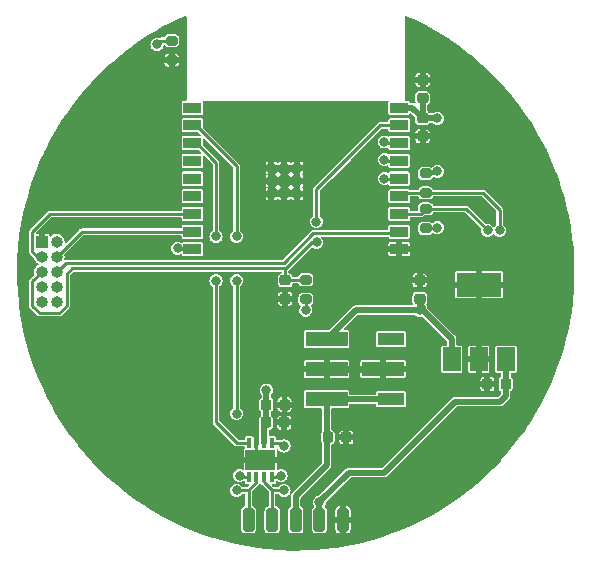
<source format=gbr>
%TF.GenerationSoftware,KiCad,Pcbnew,6.0.10-86aedd382b~118~ubuntu22.04.1*%
%TF.CreationDate,2023-03-14T18:16:04-07:00*%
%TF.ProjectId,compact-probe,636f6d70-6163-4742-9d70-726f62652e6b,rev?*%
%TF.SameCoordinates,Original*%
%TF.FileFunction,Copper,L2,Bot*%
%TF.FilePolarity,Positive*%
%FSLAX46Y46*%
G04 Gerber Fmt 4.6, Leading zero omitted, Abs format (unit mm)*
G04 Created by KiCad (PCBNEW 6.0.10-86aedd382b~118~ubuntu22.04.1) date 2023-03-14 18:16:04*
%MOMM*%
%LPD*%
G01*
G04 APERTURE LIST*
G04 Aperture macros list*
%AMRoundRect*
0 Rectangle with rounded corners*
0 $1 Rounding radius*
0 $2 $3 $4 $5 $6 $7 $8 $9 X,Y pos of 4 corners*
0 Add a 4 corners polygon primitive as box body*
4,1,4,$2,$3,$4,$5,$6,$7,$8,$9,$2,$3,0*
0 Add four circle primitives for the rounded corners*
1,1,$1+$1,$2,$3*
1,1,$1+$1,$4,$5*
1,1,$1+$1,$6,$7*
1,1,$1+$1,$8,$9*
0 Add four rect primitives between the rounded corners*
20,1,$1+$1,$2,$3,$4,$5,0*
20,1,$1+$1,$4,$5,$6,$7,0*
20,1,$1+$1,$6,$7,$8,$9,0*
20,1,$1+$1,$8,$9,$2,$3,0*%
G04 Aperture macros list end*
%TA.AperFunction,ComponentPad*%
%ADD10R,1.000000X1.000000*%
%TD*%
%TA.AperFunction,ComponentPad*%
%ADD11O,1.000000X1.000000*%
%TD*%
%TA.AperFunction,SMDPad,CuDef*%
%ADD12RoundRect,0.225000X-0.225000X-0.250000X0.225000X-0.250000X0.225000X0.250000X-0.225000X0.250000X0*%
%TD*%
%TA.AperFunction,SMDPad,CuDef*%
%ADD13R,1.500000X2.000000*%
%TD*%
%TA.AperFunction,SMDPad,CuDef*%
%ADD14R,3.800000X2.000000*%
%TD*%
%TA.AperFunction,SMDPad,CuDef*%
%ADD15RoundRect,0.225000X0.250000X-0.225000X0.250000X0.225000X-0.250000X0.225000X-0.250000X-0.225000X0*%
%TD*%
%TA.AperFunction,SMDPad,CuDef*%
%ADD16RoundRect,0.250000X0.250000X0.750000X-0.250000X0.750000X-0.250000X-0.750000X0.250000X-0.750000X0*%
%TD*%
%TA.AperFunction,SMDPad,CuDef*%
%ADD17RoundRect,0.225000X-0.250000X0.225000X-0.250000X-0.225000X0.250000X-0.225000X0.250000X0.225000X0*%
%TD*%
%TA.AperFunction,SMDPad,CuDef*%
%ADD18RoundRect,0.200000X0.275000X-0.200000X0.275000X0.200000X-0.275000X0.200000X-0.275000X-0.200000X0*%
%TD*%
%TA.AperFunction,SMDPad,CuDef*%
%ADD19R,0.350000X0.850000*%
%TD*%
%TA.AperFunction,SMDPad,CuDef*%
%ADD20R,2.500000X1.700000*%
%TD*%
%TA.AperFunction,SMDPad,CuDef*%
%ADD21RoundRect,0.200000X-0.275000X0.200000X-0.275000X-0.200000X0.275000X-0.200000X0.275000X0.200000X0*%
%TD*%
%TA.AperFunction,SMDPad,CuDef*%
%ADD22R,1.500000X0.900000*%
%TD*%
%TA.AperFunction,SMDPad,CuDef*%
%ADD23R,0.700000X0.700000*%
%TD*%
%TA.AperFunction,ComponentPad*%
%ADD24C,0.400000*%
%TD*%
%TA.AperFunction,SMDPad,CuDef*%
%ADD25R,3.520000X1.250000*%
%TD*%
%TA.AperFunction,SMDPad,CuDef*%
%ADD26R,2.220000X1.050000*%
%TD*%
%TA.AperFunction,SMDPad,CuDef*%
%ADD27RoundRect,0.225000X0.225000X0.250000X-0.225000X0.250000X-0.225000X-0.250000X0.225000X-0.250000X0*%
%TD*%
%TA.AperFunction,ViaPad*%
%ADD28C,0.800000*%
%TD*%
%TA.AperFunction,ViaPad*%
%ADD29C,4.000000*%
%TD*%
%TA.AperFunction,Conductor*%
%ADD30C,0.500000*%
%TD*%
%TA.AperFunction,Conductor*%
%ADD31C,0.250000*%
%TD*%
G04 APERTURE END LIST*
D10*
%TO.P,J3,1,Pin_1*%
%TO.N,GND*%
X-21500000Y2550000D03*
D11*
%TO.P,J3,2,Pin_2*%
%TO.N,+3V3*%
X-20230000Y2550000D03*
%TO.P,J3,3,Pin_3*%
%TO.N,TXD*%
X-21500000Y1280000D03*
%TO.P,J3,4,Pin_4*%
%TO.N,RXD*%
X-20230000Y1280000D03*
%TO.P,J3,5,Pin_5*%
%TO.N,MCU_EN*%
X-21500000Y10000D03*
%TO.P,J3,6,Pin_6*%
%TO.N,MCU_IO9*%
X-20230000Y10000D03*
%TO.P,J3,7,Pin_7*%
%TO.N,VBAT*%
X-21500000Y-1260000D03*
%TO.P,J3,8,Pin_8*%
%TO.N,unconnected-(J3-Pad8)*%
X-20230000Y-1260000D03*
%TO.P,J3,9,Pin_9*%
%TO.N,unconnected-(J3-Pad9)*%
X-21500000Y-2530000D03*
%TO.P,J3,10,Pin_10*%
%TO.N,unconnected-(J3-Pad10)*%
X-20230000Y-2530000D03*
%TD*%
D12*
%TO.P,C9,2*%
%TO.N,GND*%
X-975000Y-12750000D03*
%TO.P,C9,1*%
%TO.N,+3V3*%
X-2525000Y-12750000D03*
%TD*%
D13*
%TO.P,U6,1,IN*%
%TO.N,VBAT*%
X17800000Y-7400000D03*
%TO.P,U6,2,GND*%
%TO.N,GND*%
X15500000Y-7400000D03*
D14*
X15500000Y-1100000D03*
D13*
%TO.P,U6,3,OUT*%
%TO.N,+3V3*%
X13200000Y-7400000D03*
%TD*%
D15*
%TO.P,C5,2*%
%TO.N,GND*%
X10500000Y-725000D03*
%TO.P,C5,1*%
%TO.N,+3V3*%
X10500000Y-2275000D03*
%TD*%
D16*
%TO.P,J6,1,Pin_1*%
%TO.N,12V28*%
X0Y-21000000D03*
%TD*%
D12*
%TO.P,C1,1*%
%TO.N,12V28*%
X2725000Y-14000000D03*
%TO.P,C1,2*%
%TO.N,GND*%
X4275000Y-14000000D03*
%TD*%
D17*
%TO.P,C6,1*%
%TO.N,+3V3*%
X10750000Y13025000D03*
%TO.P,C6,2*%
%TO.N,GND*%
X10750000Y11475000D03*
%TD*%
D16*
%TO.P,J5,1,Pin_1*%
%TO.N,VBAT*%
X2000000Y-21000000D03*
%TD*%
%TO.P,J4,1,Pin_1*%
%TO.N,GND*%
X4000000Y-21000000D03*
%TD*%
%TO.P,J8,1,Pin_1*%
%TO.N,CANH*%
X-4000000Y-21000000D03*
%TD*%
D18*
%TO.P,R4,1*%
%TO.N,+3V3*%
X11000000Y3675000D03*
%TO.P,R4,2*%
%TO.N,SCL*%
X11000000Y5325000D03*
%TD*%
D19*
%TO.P,IC1,1,TXD*%
%TO.N,CAN_TX*%
X-3975000Y-14500000D03*
%TO.P,IC1,2,GND*%
%TO.N,GND*%
X-3325000Y-14500000D03*
%TO.P,IC1,3,VCC*%
%TO.N,+3V3*%
X-2675000Y-14500000D03*
%TO.P,IC1,4,RXD*%
%TO.N,CAN_RX*%
X-2025000Y-14500000D03*
%TO.P,IC1,5,VIO*%
%TO.N,+3V3*%
X-2025000Y-17400000D03*
%TO.P,IC1,6,CANL*%
%TO.N,CANL*%
X-2675000Y-17400000D03*
%TO.P,IC1,7,CANH*%
%TO.N,CANH*%
X-3325000Y-17400000D03*
%TO.P,IC1,8,STBY*%
%TO.N,+3V3*%
X-3975000Y-17400000D03*
D20*
%TO.P,IC1,9,EP*%
%TO.N,GND*%
X-3000000Y-15950000D03*
%TD*%
D18*
%TO.P,R1,1*%
%TO.N,+3V3*%
X850000Y-2325000D03*
%TO.P,R1,2*%
%TO.N,MCU_EN*%
X850000Y-675000D03*
%TD*%
D15*
%TO.P,C7,1*%
%TO.N,+3V3*%
X10750000Y14725000D03*
%TO.P,C7,2*%
%TO.N,GND*%
X10750000Y16275000D03*
%TD*%
D12*
%TO.P,C10,1*%
%TO.N,+3V3*%
X-2500000Y-11250000D03*
%TO.P,C10,2*%
%TO.N,GND*%
X-950000Y-11250000D03*
%TD*%
D21*
%TO.P,R2,1*%
%TO.N,Net-(D1-Pad1)*%
X-10500000Y19575000D03*
%TO.P,R2,2*%
%TO.N,GND*%
X-10500000Y17925000D03*
%TD*%
D22*
%TO.P,U4,1,3V3*%
%TO.N,+3V3*%
X8750000Y13900000D03*
%TO.P,U4,2,EN*%
%TO.N,MCU_EN*%
X8750000Y12400000D03*
%TO.P,U4,3,IO4*%
%TO.N,SS2*%
X8750000Y10900000D03*
%TO.P,U4,4,IO5*%
%TO.N,SS3*%
X8750000Y9400000D03*
%TO.P,U4,5,IO6*%
%TO.N,SS4*%
X8750000Y7900000D03*
%TO.P,U4,6,IO7*%
%TO.N,SDA*%
X8750000Y6400000D03*
%TO.P,U4,7,IO8*%
%TO.N,SCL*%
X8750000Y4900000D03*
%TO.P,U4,8,IO9*%
%TO.N,MCU_IO9*%
X8750000Y3400000D03*
%TO.P,U4,9,GND*%
%TO.N,GND*%
X8750000Y1900000D03*
%TO.P,U4,10,IO10*%
%TO.N,Net-(D1-Pad2)*%
X-8750000Y1900000D03*
%TO.P,U4,11,RXD*%
%TO.N,RXD*%
X-8750000Y3400000D03*
%TO.P,U4,12,TXD*%
%TO.N,TXD*%
X-8750000Y4900000D03*
%TO.P,U4,13,IO18*%
%TO.N,MISO*%
X-8750000Y6400000D03*
%TO.P,U4,14,IO19*%
%TO.N,SCLK*%
X-8750000Y7900000D03*
%TO.P,U4,15,IO3*%
%TO.N,SS1*%
X-8750000Y9400000D03*
%TO.P,U4,16,IO2*%
%TO.N,CAN_TX*%
X-8750000Y10900000D03*
%TO.P,U4,17,IO1*%
%TO.N,CAN_RX*%
X-8750000Y12400000D03*
%TO.P,U4,18,IO0*%
%TO.N,unconnected-(U4-Pad18)*%
X-8750000Y13900000D03*
D23*
%TO.P,U4,19,GND*%
%TO.N,GND*%
X140000Y8800000D03*
%TO.P,U4,20,GND*%
X-960000Y8800000D03*
%TO.P,U4,21,GND*%
X-2060000Y8800000D03*
%TO.P,U4,22,GND*%
X140000Y7700000D03*
%TO.P,U4,23,GND*%
X-960000Y7700000D03*
%TO.P,U4,24,GND*%
X-2060000Y7700000D03*
%TO.P,U4,25,GND*%
X140000Y6600000D03*
%TO.P,U4,26,GND*%
X-960000Y6600000D03*
%TO.P,U4,27,GND*%
X-2060000Y6600000D03*
D24*
%TO.P,U4,28,GND*%
X-410000Y8800000D03*
%TO.P,U4,29,GND*%
X-1510000Y8800000D03*
%TO.P,U4,30,GND*%
X140000Y8250000D03*
%TO.P,U4,31,GND*%
X-960000Y8250000D03*
%TO.P,U4,32,GND*%
X-2060000Y8250000D03*
%TO.P,U4,33,GND*%
X-410000Y7700000D03*
%TO.P,U4,34,GND*%
X-1510000Y7700000D03*
%TO.P,U4,35,GND*%
X140000Y7150000D03*
%TO.P,U4,36,GND*%
X-960000Y7150000D03*
%TO.P,U4,37,GND*%
X-2060000Y7150000D03*
%TO.P,U4,38,GND*%
X-410000Y6600000D03*
%TO.P,U4,39,GND*%
X-1510000Y6600000D03*
%TD*%
D16*
%TO.P,J7,1,Pin_1*%
%TO.N,CANL*%
X-2000000Y-21000000D03*
%TD*%
D25*
%TO.P,PS1,1,+VIN*%
%TO.N,12V28*%
X2610000Y-10790000D03*
%TO.P,PS1,2,GND/-VO*%
%TO.N,GND*%
X2610000Y-8250000D03*
%TO.P,PS1,3,+VO/GND*%
%TO.N,+3V3*%
X2610000Y-5710000D03*
D26*
%TO.P,PS1,4,TRIM*%
%TO.N,unconnected-(PS1-Pad4)*%
X8040000Y-5710000D03*
D25*
%TO.P,PS1,5,GND/-VO*%
%TO.N,GND*%
X7390000Y-8250000D03*
D26*
%TO.P,PS1,6,CTRL*%
%TO.N,12V28*%
X8040000Y-10790000D03*
%TD*%
D21*
%TO.P,R3,1*%
%TO.N,+3V3*%
X11000000Y8325000D03*
%TO.P,R3,2*%
%TO.N,SDA*%
X11000000Y6675000D03*
%TD*%
D17*
%TO.P,C4,1*%
%TO.N,MCU_EN*%
X-900000Y-725000D03*
%TO.P,C4,2*%
%TO.N,GND*%
X-900000Y-2275000D03*
%TD*%
D27*
%TO.P,C3,1*%
%TO.N,VBAT*%
X17775000Y-9500000D03*
%TO.P,C3,2*%
%TO.N,GND*%
X16225000Y-9500000D03*
%TD*%
D28*
%TO.N,GND*%
X5250000Y8500000D03*
X10000000Y-17500000D03*
X15000000Y-5000000D03*
X16250000Y5000000D03*
X20000000Y-5000000D03*
X-15000000Y2500000D03*
X-10000000Y-20000000D03*
D29*
X15000000Y15000000D03*
D28*
X-20000000Y10000000D03*
D29*
X-15000000Y-15000000D03*
D28*
X-10000000Y-5000000D03*
X-12500000Y7500000D03*
X-2500000Y-5000000D03*
X10000000Y20000000D03*
X10000000Y-10000000D03*
X0Y10000000D03*
X10000000Y-20000000D03*
X-19750000Y3750000D03*
X-15000000Y-5000000D03*
X-10000000Y-10000000D03*
X20000000Y10000000D03*
X-1250000Y2250000D03*
X-2500000Y10000000D03*
X5500000Y-1250000D03*
X7500000Y-20000000D03*
D29*
X15000000Y-15000000D03*
D28*
X22250000Y0D03*
X-5891330Y6845219D03*
X6750000Y-14500000D03*
X-12500000Y10000000D03*
D29*
X-15000000Y15000000D03*
D28*
X2500000Y10000000D03*
X-12500000Y-7500000D03*
X-20000000Y-10000000D03*
X-20000000Y7500000D03*
%TO.N,+3V3*%
X10500000Y-3250000D03*
X12000000Y8500000D03*
X12000000Y13000000D03*
X12000000Y3750000D03*
X-1250000Y-17250000D03*
X-2500000Y-10000000D03*
X850000Y-3250000D03*
X-4750000Y-17250000D03*
%TO.N,MCU_EN*%
X1762299Y2487701D03*
X1750000Y4250000D03*
%TO.N,Net-(D1-Pad1)*%
X-11750000Y19250000D03*
%TO.N,Net-(D1-Pad2)*%
X-10000000Y2000000D03*
%TO.N,CAN_TX*%
X-6750000Y-750000D03*
X-6750000Y3000000D03*
%TO.N,CAN_RX*%
X-1000000Y-14750000D03*
X-5000000Y3000000D03*
X-5000000Y-750000D03*
X-5000000Y-12000000D03*
%TO.N,SDA*%
X17250000Y3500000D03*
%TO.N,SCL*%
X16250000Y3500000D03*
%TO.N,MISO*%
X-8750000Y6400000D03*
%TO.N,SCLK*%
X-8750000Y7900000D03*
%TO.N,SS1*%
X-8750000Y9400000D03*
%TO.N,SS2*%
X7500000Y11000000D03*
%TO.N,SS3*%
X7500000Y9500000D03*
%TO.N,VBAT*%
X2000000Y-19500000D03*
%TO.N,CANH*%
X-5000000Y-18500000D03*
%TO.N,CANL*%
X-1000000Y-18500000D03*
%TO.N,SS4*%
X7500000Y7900000D03*
%TD*%
D30*
%TO.N,GND*%
X2610000Y-8290000D02*
X8040000Y-8290000D01*
D31*
X-3325000Y-14500000D02*
X-3325000Y-15625000D01*
X-3325000Y-15625000D02*
X-3000000Y-15950000D01*
D30*
%TO.N,+3V3*%
X-2525000Y-11275000D02*
X-2500000Y-11250000D01*
D31*
X-3975000Y-17400000D02*
X-4600000Y-17400000D01*
X-2025000Y-17400000D02*
X-1400000Y-17400000D01*
D30*
X10750000Y13025000D02*
X11975000Y13025000D01*
D31*
X12000000Y3750000D02*
X11925000Y3675000D01*
X11000000Y8325000D02*
X11825000Y8325000D01*
D30*
X10500000Y-3250000D02*
X10750000Y-3250000D01*
D31*
X11925000Y3675000D02*
X11000000Y3675000D01*
D30*
X10500000Y-3250000D02*
X5070000Y-3250000D01*
X10750000Y14725000D02*
X10750000Y13025000D01*
X13200000Y-5700000D02*
X13200000Y-7400000D01*
X-2500000Y-11250000D02*
X-2500000Y-10000000D01*
X11975000Y13025000D02*
X12000000Y13000000D01*
X-2525000Y-12750000D02*
X-2525000Y-11275000D01*
X10750000Y-3250000D02*
X13200000Y-5700000D01*
D31*
X-1400000Y-17400000D02*
X-1250000Y-17250000D01*
D30*
X-2675000Y-14500000D02*
X-2675000Y-12900000D01*
X5070000Y-3250000D02*
X2610000Y-5710000D01*
X9875000Y13900000D02*
X10750000Y13025000D01*
D31*
X850000Y-2325000D02*
X850000Y-3250000D01*
D30*
X8750000Y13900000D02*
X9875000Y13900000D01*
D31*
X-4600000Y-17400000D02*
X-4750000Y-17250000D01*
D30*
X-2675000Y-12900000D02*
X-2525000Y-12750000D01*
D31*
X11825000Y8325000D02*
X12000000Y8500000D01*
D30*
X10500000Y-2275000D02*
X10500000Y-3000000D01*
X10750000Y-3000000D02*
X10500000Y-3250000D01*
D31*
%TO.N,MCU_EN*%
X7150000Y12400000D02*
X8750000Y12400000D01*
X-900000Y-725000D02*
X-900000Y250000D01*
X1762299Y2487701D02*
X1374097Y2487701D01*
X1750000Y4250000D02*
X1750000Y7000000D01*
X-21696727Y-3500000D02*
X-22325000Y-2871727D01*
X850000Y-675000D02*
X-850000Y-675000D01*
X-22325000Y-815000D02*
X-21500000Y10000D01*
X-19405000Y-155000D02*
X-19405000Y-2871727D01*
X-22325000Y-2871727D02*
X-22325000Y-815000D01*
X1374097Y2487701D02*
X-813604Y300000D01*
X-813604Y300000D02*
X-16200000Y300000D01*
X-16200000Y300000D02*
X-18950000Y300000D01*
X1750000Y7000000D02*
X7150000Y12400000D01*
X-20033273Y-3500000D02*
X-21696727Y-3500000D01*
X-18950000Y300000D02*
X-19405000Y-155000D01*
X-19405000Y-2871727D02*
X-20033273Y-3500000D01*
%TO.N,Net-(D1-Pad1)*%
X-10250000Y19575000D02*
X-11425000Y19575000D01*
X-11425000Y19575000D02*
X-11750000Y19250000D01*
%TO.N,Net-(D1-Pad2)*%
X-8750000Y1900000D02*
X-9900000Y1900000D01*
X-9900000Y1900000D02*
X-10000000Y2000000D01*
%TO.N,MCU_IO9*%
X8450000Y3400000D02*
X8300000Y3250000D01*
X-1000000Y750000D02*
X-19490000Y750000D01*
X1500000Y3250000D02*
X-1000000Y750000D01*
X-19490000Y750000D02*
X-20230000Y10000D01*
X8300000Y3250000D02*
X1500000Y3250000D01*
X8750000Y3400000D02*
X8450000Y3400000D01*
%TO.N,CAN_TX*%
X-6750000Y9250000D02*
X-6750000Y3000000D01*
X-6750000Y-12750000D02*
X-5000000Y-14500000D01*
X-8750000Y10900000D02*
X-8400000Y10900000D01*
X-6750000Y-750000D02*
X-6825000Y-825000D01*
X-5000000Y-14500000D02*
X-3975000Y-14500000D01*
X-6750000Y-750000D02*
X-6750000Y-12750000D01*
X-8400000Y10900000D02*
X-7000000Y9500000D01*
X-7000000Y9500000D02*
X-6750000Y9250000D01*
%TO.N,CAN_RX*%
X-5000000Y-750000D02*
X-5000000Y-12000000D01*
X-8450000Y12400000D02*
X-8750000Y12400000D01*
X-5000000Y3000000D02*
X-5000000Y8950000D01*
X-1250000Y-14500000D02*
X-1000000Y-14750000D01*
X-2025000Y-14500000D02*
X-1250000Y-14500000D01*
X-5000000Y8950000D02*
X-8450000Y12400000D01*
%TO.N,SDA*%
X17250000Y5250000D02*
X15825000Y6675000D01*
X9025000Y6675000D02*
X8750000Y6400000D01*
X15825000Y6675000D02*
X11000000Y6675000D01*
X17250000Y3500000D02*
X17250000Y5250000D01*
X11000000Y6675000D02*
X9025000Y6675000D01*
%TO.N,SCL*%
X14425000Y5325000D02*
X11000000Y5325000D01*
X8750000Y4900000D02*
X10575000Y4900000D01*
X10575000Y4900000D02*
X11000000Y5325000D01*
X16250000Y3500000D02*
X14425000Y5325000D01*
%TO.N,RXD*%
X-18110000Y3400000D02*
X-20230000Y1280000D01*
X-8750000Y3400000D02*
X-18110000Y3400000D01*
%TO.N,TXD*%
X-21880000Y1280000D02*
X-21500000Y1280000D01*
X-22325000Y1725000D02*
X-21880000Y1280000D01*
X-22325000Y3375000D02*
X-22325000Y1725000D01*
X-20800000Y4900000D02*
X-22325000Y3375000D01*
X-8750000Y4900000D02*
X-20800000Y4900000D01*
%TO.N,SS2*%
X8750000Y10900000D02*
X7600000Y10900000D01*
X7600000Y10900000D02*
X7500000Y11000000D01*
%TO.N,SS3*%
X8750000Y9400000D02*
X7600000Y9400000D01*
X7600000Y9400000D02*
X7500000Y9500000D01*
D30*
%TO.N,VBAT*%
X17800000Y-7400000D02*
X17800000Y-9475000D01*
X17250000Y-11000000D02*
X17775000Y-10475000D01*
X13500000Y-11000000D02*
X17250000Y-11000000D01*
X17800000Y-9475000D02*
X17775000Y-9500000D01*
X17775000Y-10475000D02*
X17775000Y-9500000D01*
X2000000Y-19500000D02*
X4500000Y-17000000D01*
X2000000Y-19500000D02*
X2000000Y-21000000D01*
X7500000Y-17000000D02*
X13500000Y-11000000D01*
X4500000Y-17000000D02*
X7500000Y-17000000D01*
D31*
%TO.N,CANH*%
X-4000000Y-18500000D02*
X-5000000Y-18500000D01*
X-3325000Y-17825000D02*
X-4000000Y-18500000D01*
X-4000000Y-18500000D02*
X-4000000Y-21000000D01*
X-3325000Y-17400000D02*
X-3325000Y-17825000D01*
%TO.N,CANL*%
X-2675000Y-17400000D02*
X-2675000Y-17825000D01*
X-2000000Y-18500000D02*
X-1000000Y-18500000D01*
X-2675000Y-17825000D02*
X-2000000Y-18500000D01*
X-2000000Y-18500000D02*
X-2000000Y-21000000D01*
%TO.N,SS4*%
X8750000Y7900000D02*
X7500000Y7900000D01*
D30*
%TO.N,12V28*%
X2610000Y-10790000D02*
X8040000Y-10790000D01*
X2610000Y-10790000D02*
X2610000Y-16390000D01*
X0Y-19000000D02*
X0Y-21000000D01*
X2610000Y-16390000D02*
X0Y-19000000D01*
%TD*%
%TA.AperFunction,Conductor*%
%TO.N,GND*%
G36*
X9354628Y21665803D02*
G01*
X9502788Y21598439D01*
X10195680Y21283401D01*
X10198328Y21282132D01*
X10817179Y20970205D01*
X11041567Y20857104D01*
X11044189Y20855717D01*
X11869740Y20397163D01*
X11872282Y20395683D01*
X12037436Y20295071D01*
X12678736Y19904387D01*
X12681241Y19902791D01*
X12855247Y19786963D01*
X13257041Y19519507D01*
X13467316Y19379536D01*
X13469747Y19377847D01*
X13872581Y19085707D01*
X14234210Y18823450D01*
X14236579Y18821658D01*
X14687882Y18465880D01*
X14978155Y18237047D01*
X14980443Y18235168D01*
X15432094Y17848740D01*
X15697973Y17621256D01*
X15700182Y17619288D01*
X15802978Y17523931D01*
X16392492Y16977078D01*
X16394629Y16975015D01*
X16507102Y16861952D01*
X17060637Y16305510D01*
X17062663Y16303390D01*
X17639486Y15675000D01*
X17701245Y15607720D01*
X17703209Y15605492D01*
X18313337Y14884779D01*
X18315211Y14882474D01*
X18895946Y14137829D01*
X18897725Y14135451D01*
X19448106Y13368103D01*
X19449788Y13365655D01*
X19968921Y12576852D01*
X19970504Y12574338D01*
X20457560Y11765339D01*
X20459041Y11762764D01*
X20913246Y10934858D01*
X20914622Y10932226D01*
X21020937Y10718525D01*
X21240182Y10277826D01*
X21335241Y10086749D01*
X21336506Y10084071D01*
X21720854Y9226859D01*
X21722842Y9222425D01*
X21723995Y9219710D01*
X22073571Y8347916D01*
X22075456Y8343215D01*
X22076500Y8340452D01*
X22329898Y7626859D01*
X22392508Y7450542D01*
X22393443Y7447728D01*
X22579044Y6850000D01*
X22673466Y6545911D01*
X22674288Y6543065D01*
X22891026Y5731350D01*
X22917896Y5630720D01*
X22918603Y5627843D01*
X23125409Y4706428D01*
X23126000Y4703521D01*
X23294396Y3781475D01*
X23295655Y3774580D01*
X23296127Y3771666D01*
X23427683Y2841496D01*
X23428369Y2836643D01*
X23428723Y2833717D01*
X23523335Y1894127D01*
X23523572Y1891178D01*
X23579496Y963545D01*
X23580399Y948568D01*
X23580518Y945604D01*
X23584802Y732198D01*
X23599477Y1135D01*
X23599488Y-1125D01*
X23597533Y-187801D01*
X23594469Y-480437D01*
X23594336Y-493096D01*
X23594278Y-495347D01*
X23586264Y-690627D01*
X23555542Y-1439247D01*
X23555360Y-1442212D01*
X23531133Y-1740073D01*
X23489716Y-2249288D01*
X23478808Y-2383394D01*
X23478510Y-2386334D01*
X23449630Y-2623251D01*
X23364244Y-3323710D01*
X23363826Y-3326651D01*
X23212035Y-4258689D01*
X23211500Y-4261605D01*
X23026552Y-5166610D01*
X23022424Y-5186808D01*
X23021774Y-5189693D01*
X22903731Y-5668475D01*
X22795721Y-6106564D01*
X22794952Y-6109433D01*
X22686256Y-6484790D01*
X22532286Y-7016487D01*
X22531408Y-7019304D01*
X22376399Y-7483925D01*
X22232560Y-7915065D01*
X22231564Y-7917863D01*
X21896998Y-8800937D01*
X21895899Y-8803672D01*
X21614277Y-9465526D01*
X21526156Y-9672623D01*
X21524938Y-9675332D01*
X21120641Y-10528698D01*
X21119316Y-10531356D01*
X20681088Y-11367830D01*
X20679657Y-11370433D01*
X20208217Y-12188640D01*
X20206683Y-12191183D01*
X20107755Y-12347974D01*
X19719077Y-12963993D01*
X19702788Y-12989809D01*
X19701161Y-12992277D01*
X19394388Y-13437801D01*
X19165598Y-13770071D01*
X19163864Y-13772483D01*
X18597562Y-14528099D01*
X18595734Y-14530440D01*
X17999515Y-15262780D01*
X17997614Y-15265021D01*
X17372502Y-15972825D01*
X17370509Y-15974993D01*
X16717489Y-16657147D01*
X16715392Y-16659251D01*
X16035547Y-17314624D01*
X16033368Y-17316642D01*
X15327754Y-17944218D01*
X15325495Y-17946147D01*
X15128859Y-18107379D01*
X14830754Y-18351810D01*
X14595283Y-18544884D01*
X14592955Y-18546716D01*
X13845178Y-19111230D01*
X13839285Y-19115679D01*
X13836879Y-19117421D01*
X13060989Y-19655675D01*
X13058515Y-19657319D01*
X12261642Y-20164005D01*
X12259104Y-20165548D01*
X11442548Y-20639843D01*
X11439958Y-20641278D01*
X10604990Y-21082438D01*
X10602359Y-21083761D01*
X9750418Y-21491029D01*
X9747719Y-21492254D01*
X8901836Y-21855674D01*
X8880059Y-21865030D01*
X8877313Y-21866145D01*
X8135799Y-22150044D01*
X7995428Y-22203787D01*
X7992637Y-22204791D01*
X7097901Y-22506773D01*
X7095085Y-22507660D01*
X6188949Y-22773492D01*
X6186119Y-22774261D01*
X5270026Y-23003518D01*
X5267135Y-23004180D01*
X4695914Y-23122994D01*
X4342631Y-23196477D01*
X4339712Y-23197024D01*
X3408205Y-23352069D01*
X3405266Y-23352498D01*
X3178669Y-23380923D01*
X2468262Y-23470038D01*
X2465347Y-23470344D01*
X1524408Y-23550185D01*
X1521461Y-23550375D01*
X578034Y-23592391D01*
X575111Y-23592461D01*
X96109Y-23594552D01*
X-369183Y-23596582D01*
X-372153Y-23596536D01*
X-1268874Y-23564439D01*
X-1315881Y-23562756D01*
X-1318846Y-23562590D01*
X-1480280Y-23550310D01*
X-2260441Y-23490965D01*
X-2263390Y-23490681D01*
X-2541398Y-23458268D01*
X-3201342Y-23381326D01*
X-3204284Y-23380923D01*
X-4137099Y-23234014D01*
X-4140024Y-23233493D01*
X-5066193Y-23049266D01*
X-5069094Y-23048628D01*
X-5987100Y-22827387D01*
X-5989973Y-22826634D01*
X-6898414Y-22568715D01*
X-6901254Y-22567846D01*
X-6919059Y-22562009D01*
X-7084841Y-22507663D01*
X-7798563Y-22273693D01*
X-7801367Y-22272711D01*
X-8287750Y-22091344D01*
X-8686171Y-21942776D01*
X-8688894Y-21941699D01*
X-9559808Y-21576494D01*
X-9562482Y-21575308D01*
X-10061611Y-21342030D01*
X-10417964Y-21175481D01*
X-10420629Y-21174170D01*
X-11259376Y-20740333D01*
X-11261987Y-20738916D01*
X-11434725Y-20640588D01*
X-12082691Y-20271744D01*
X-12085202Y-20270247D01*
X-12506440Y-20007539D01*
X-12886462Y-19770535D01*
X-12888951Y-19768913D01*
X-13669526Y-19237438D01*
X-13671947Y-19235717D01*
X-14430534Y-18673368D01*
X-14432884Y-18671552D01*
X-14645871Y-18500000D01*
X-5555250Y-18500000D01*
X-5536330Y-18643709D01*
X-5480861Y-18777625D01*
X-5392621Y-18892621D01*
X-5277625Y-18980861D01*
X-5143709Y-19036330D01*
X-5000000Y-19055250D01*
X-4995192Y-19054617D01*
X-4861099Y-19036963D01*
X-4856291Y-19036330D01*
X-4722375Y-18980861D01*
X-4607379Y-18892621D01*
X-4539723Y-18804450D01*
X-4497032Y-18777254D01*
X-4481016Y-18775500D01*
X-4349500Y-18775500D01*
X-4301934Y-18792813D01*
X-4276624Y-18836650D01*
X-4275500Y-18849500D01*
X-4275500Y-19785345D01*
X-4292813Y-19832911D01*
X-4337924Y-19858434D01*
X-4341024Y-19858925D01*
X-4375304Y-19864354D01*
X-4409967Y-19882016D01*
X-4483150Y-19919304D01*
X-4483152Y-19919306D01*
X-4488342Y-19921950D01*
X-4578050Y-20011658D01*
X-4580694Y-20016848D01*
X-4580696Y-20016850D01*
X-4580847Y-20017147D01*
X-4635646Y-20124696D01*
X-4636557Y-20130448D01*
X-4636558Y-20130451D01*
X-4650045Y-20215608D01*
X-4650500Y-20218481D01*
X-4650499Y-21781518D01*
X-4635646Y-21875304D01*
X-4606848Y-21931823D01*
X-4580696Y-21983150D01*
X-4580694Y-21983152D01*
X-4578050Y-21988342D01*
X-4488342Y-22078050D01*
X-4483152Y-22080694D01*
X-4483150Y-22080696D01*
X-4380498Y-22133000D01*
X-4380495Y-22133001D01*
X-4375304Y-22135646D01*
X-4369552Y-22136557D01*
X-4369549Y-22136558D01*
X-4287555Y-22149544D01*
X-4281519Y-22150500D01*
X-4000001Y-22150500D01*
X-3718482Y-22150499D01*
X-3715610Y-22150044D01*
X-3715608Y-22150044D01*
X-3683910Y-22145024D01*
X-3624696Y-22135646D01*
X-3568177Y-22106848D01*
X-3516850Y-22080696D01*
X-3516848Y-22080694D01*
X-3511658Y-22078050D01*
X-3421950Y-21988342D01*
X-3419306Y-21983152D01*
X-3419304Y-21983150D01*
X-3367000Y-21880498D01*
X-3366999Y-21880495D01*
X-3364354Y-21875304D01*
X-3363443Y-21869552D01*
X-3363442Y-21869549D01*
X-3349955Y-21784392D01*
X-3349500Y-21781519D01*
X-3349501Y-20218482D01*
X-3364354Y-20124696D01*
X-3419153Y-20017147D01*
X-3419304Y-20016850D01*
X-3419306Y-20016848D01*
X-3421950Y-20011658D01*
X-3511658Y-19921950D01*
X-3516848Y-19919306D01*
X-3516850Y-19919304D01*
X-3619502Y-19867000D01*
X-3619505Y-19866999D01*
X-3624696Y-19864354D01*
X-3630450Y-19863443D01*
X-3630452Y-19863442D01*
X-3649809Y-19860377D01*
X-3662076Y-19858434D01*
X-3706348Y-19833894D01*
X-3724500Y-19785345D01*
X-3724500Y-18644768D01*
X-3707187Y-18597202D01*
X-3702826Y-18592442D01*
X-3154529Y-18044145D01*
X-3143318Y-18034944D01*
X-3126376Y-18023624D01*
X-3094230Y-17975514D01*
X-3073813Y-17955097D01*
X-3059274Y-17945383D01*
X-3041496Y-17933504D01*
X-3039576Y-17936378D01*
X-3006450Y-17920931D01*
X-2958659Y-17933736D01*
X-2958504Y-17933504D01*
X-2940725Y-17945383D01*
X-2926187Y-17955097D01*
X-2905770Y-17975514D01*
X-2873624Y-18023624D01*
X-2856682Y-18034944D01*
X-2845471Y-18044145D01*
X-2297174Y-18592442D01*
X-2275782Y-18638318D01*
X-2275500Y-18644768D01*
X-2275500Y-19785345D01*
X-2292813Y-19832911D01*
X-2337924Y-19858434D01*
X-2341024Y-19858925D01*
X-2375304Y-19864354D01*
X-2409967Y-19882016D01*
X-2483150Y-19919304D01*
X-2483152Y-19919306D01*
X-2488342Y-19921950D01*
X-2578050Y-20011658D01*
X-2580694Y-20016848D01*
X-2580696Y-20016850D01*
X-2580847Y-20017147D01*
X-2635646Y-20124696D01*
X-2636557Y-20130448D01*
X-2636558Y-20130451D01*
X-2650045Y-20215608D01*
X-2650500Y-20218481D01*
X-2650499Y-21781518D01*
X-2635646Y-21875304D01*
X-2606848Y-21931823D01*
X-2580696Y-21983150D01*
X-2580694Y-21983152D01*
X-2578050Y-21988342D01*
X-2488342Y-22078050D01*
X-2483152Y-22080694D01*
X-2483150Y-22080696D01*
X-2380498Y-22133000D01*
X-2380495Y-22133001D01*
X-2375304Y-22135646D01*
X-2369552Y-22136557D01*
X-2369549Y-22136558D01*
X-2287555Y-22149544D01*
X-2281519Y-22150500D01*
X-2000001Y-22150500D01*
X-1718482Y-22150499D01*
X-1715610Y-22150044D01*
X-1715608Y-22150044D01*
X-1683910Y-22145024D01*
X-1624696Y-22135646D01*
X-1568177Y-22106848D01*
X-1516850Y-22080696D01*
X-1516848Y-22080694D01*
X-1511658Y-22078050D01*
X-1421950Y-21988342D01*
X-1419306Y-21983152D01*
X-1419304Y-21983150D01*
X-1367000Y-21880498D01*
X-1366999Y-21880495D01*
X-1364354Y-21875304D01*
X-1363443Y-21869552D01*
X-1363442Y-21869549D01*
X-1349955Y-21784392D01*
X-1349500Y-21781519D01*
X-1349501Y-20218482D01*
X-1349501Y-20218481D01*
X-650500Y-20218481D01*
X-650499Y-21781518D01*
X-635646Y-21875304D01*
X-606848Y-21931823D01*
X-580696Y-21983150D01*
X-580694Y-21983152D01*
X-578050Y-21988342D01*
X-488342Y-22078050D01*
X-483152Y-22080694D01*
X-483150Y-22080696D01*
X-380498Y-22133000D01*
X-380495Y-22133001D01*
X-375304Y-22135646D01*
X-369552Y-22136557D01*
X-369549Y-22136558D01*
X-287555Y-22149544D01*
X-281519Y-22150500D01*
X-1Y-22150500D01*
X281518Y-22150499D01*
X284390Y-22150044D01*
X284392Y-22150044D01*
X316090Y-22145024D01*
X375304Y-22135646D01*
X431823Y-22106848D01*
X483150Y-22080696D01*
X483152Y-22080694D01*
X488342Y-22078050D01*
X578050Y-21988342D01*
X580694Y-21983152D01*
X580696Y-21983150D01*
X633000Y-21880498D01*
X633001Y-21880495D01*
X635646Y-21875304D01*
X636557Y-21869552D01*
X636558Y-21869549D01*
X650045Y-21784392D01*
X650500Y-21781519D01*
X650499Y-20218482D01*
X650499Y-20218481D01*
X1349500Y-20218481D01*
X1349501Y-21781518D01*
X1364354Y-21875304D01*
X1393152Y-21931823D01*
X1419304Y-21983150D01*
X1419306Y-21983152D01*
X1421950Y-21988342D01*
X1511658Y-22078050D01*
X1516848Y-22080694D01*
X1516850Y-22080696D01*
X1619502Y-22133000D01*
X1619505Y-22133001D01*
X1624696Y-22135646D01*
X1630448Y-22136557D01*
X1630451Y-22136558D01*
X1712445Y-22149544D01*
X1718481Y-22150500D01*
X2000000Y-22150500D01*
X2281518Y-22150499D01*
X2284390Y-22150044D01*
X2284392Y-22150044D01*
X2316090Y-22145024D01*
X2375304Y-22135646D01*
X2431823Y-22106848D01*
X2483150Y-22080696D01*
X2483152Y-22080694D01*
X2488342Y-22078050D01*
X2578050Y-21988342D01*
X2580694Y-21983152D01*
X2580696Y-21983150D01*
X2633000Y-21880498D01*
X2633001Y-21880495D01*
X2635646Y-21875304D01*
X2636557Y-21869552D01*
X2636558Y-21869549D01*
X2650045Y-21784392D01*
X2650500Y-21781519D01*
X2650500Y-21778571D01*
X3350001Y-21778571D01*
X3350456Y-21784354D01*
X3363924Y-21869394D01*
X3367481Y-21880340D01*
X3419713Y-21982853D01*
X3426478Y-21992164D01*
X3507836Y-22073522D01*
X3517147Y-22080287D01*
X3619658Y-22132519D01*
X3630607Y-22136077D01*
X3715646Y-22149545D01*
X3721428Y-22150000D01*
X3736952Y-22150000D01*
X3746948Y-22146362D01*
X3750000Y-22141075D01*
X3750000Y-22136951D01*
X4250000Y-22136951D01*
X4253638Y-22146947D01*
X4258925Y-22149999D01*
X4278571Y-22149999D01*
X4284354Y-22149544D01*
X4369394Y-22136076D01*
X4380340Y-22132519D01*
X4482853Y-22080287D01*
X4492164Y-22073522D01*
X4573522Y-21992164D01*
X4580287Y-21982853D01*
X4632519Y-21880342D01*
X4636077Y-21869393D01*
X4649545Y-21784354D01*
X4650000Y-21778572D01*
X4650000Y-21263048D01*
X4646362Y-21253052D01*
X4641075Y-21250000D01*
X4263048Y-21250000D01*
X4253052Y-21253638D01*
X4250000Y-21258925D01*
X4250000Y-22136951D01*
X3750000Y-22136951D01*
X3750000Y-21263048D01*
X3746362Y-21253052D01*
X3741075Y-21250000D01*
X3363049Y-21250000D01*
X3353053Y-21253638D01*
X3350001Y-21258925D01*
X3350001Y-21778571D01*
X2650500Y-21778571D01*
X2650499Y-20736952D01*
X3350000Y-20736952D01*
X3353638Y-20746948D01*
X3358925Y-20750000D01*
X3736952Y-20750000D01*
X3746948Y-20746362D01*
X3750000Y-20741075D01*
X3750000Y-20736952D01*
X4250000Y-20736952D01*
X4253638Y-20746948D01*
X4258925Y-20750000D01*
X4636951Y-20750000D01*
X4646947Y-20746362D01*
X4649999Y-20741075D01*
X4649999Y-20221429D01*
X4649544Y-20215646D01*
X4636076Y-20130606D01*
X4632519Y-20119660D01*
X4580287Y-20017147D01*
X4573522Y-20007836D01*
X4492164Y-19926478D01*
X4482853Y-19919713D01*
X4380342Y-19867481D01*
X4369393Y-19863923D01*
X4284354Y-19850455D01*
X4278572Y-19850000D01*
X4263048Y-19850000D01*
X4253052Y-19853638D01*
X4250000Y-19858925D01*
X4250000Y-20736952D01*
X3750000Y-20736952D01*
X3750000Y-19863049D01*
X3746362Y-19853053D01*
X3741075Y-19850001D01*
X3721429Y-19850001D01*
X3715646Y-19850456D01*
X3630606Y-19863924D01*
X3619660Y-19867481D01*
X3517147Y-19919713D01*
X3507836Y-19926478D01*
X3426478Y-20007836D01*
X3419713Y-20017147D01*
X3367481Y-20119658D01*
X3363923Y-20130607D01*
X3350455Y-20215646D01*
X3350000Y-20221428D01*
X3350000Y-20736952D01*
X2650499Y-20736952D01*
X2650499Y-20218482D01*
X2635646Y-20124696D01*
X2580847Y-20017147D01*
X2580696Y-20016850D01*
X2580694Y-20016848D01*
X2578050Y-20011658D01*
X2488342Y-19921950D01*
X2483149Y-19919304D01*
X2482624Y-19919036D01*
X2482292Y-19918680D01*
X2478441Y-19915882D01*
X2478985Y-19915133D01*
X2448102Y-19882016D01*
X2445454Y-19831466D01*
X2457512Y-19808054D01*
X2474937Y-19785345D01*
X2480861Y-19777625D01*
X2536330Y-19643709D01*
X2550282Y-19537737D01*
X2571323Y-19495070D01*
X4644219Y-17422174D01*
X4690095Y-17400782D01*
X4696545Y-17400500D01*
X7563433Y-17400500D01*
X7568971Y-17398700D01*
X7568974Y-17398700D01*
X7588246Y-17392438D01*
X7599537Y-17389727D01*
X7609544Y-17388142D01*
X7625304Y-17385646D01*
X7630701Y-17382896D01*
X7648550Y-17373802D01*
X7659278Y-17369358D01*
X7678551Y-17363096D01*
X7678552Y-17363095D01*
X7684090Y-17361296D01*
X7688799Y-17357874D01*
X7688804Y-17357872D01*
X7705198Y-17345961D01*
X7715098Y-17339894D01*
X7733153Y-17330694D01*
X7733154Y-17330694D01*
X7738342Y-17328050D01*
X7760905Y-17305487D01*
X7760909Y-17305484D01*
X13644218Y-11422174D01*
X13690094Y-11400782D01*
X13696544Y-11400500D01*
X17313433Y-11400500D01*
X17318971Y-11398700D01*
X17318974Y-11398700D01*
X17338246Y-11392438D01*
X17349537Y-11389727D01*
X17359544Y-11388142D01*
X17375304Y-11385646D01*
X17386817Y-11379780D01*
X17398550Y-11373802D01*
X17409278Y-11369358D01*
X17428551Y-11363096D01*
X17428552Y-11363095D01*
X17434090Y-11361296D01*
X17438799Y-11357874D01*
X17438804Y-11357872D01*
X17455198Y-11345961D01*
X17465098Y-11339894D01*
X17483153Y-11330694D01*
X17483154Y-11330694D01*
X17488342Y-11328050D01*
X17510905Y-11305487D01*
X17510909Y-11305484D01*
X18080483Y-10735909D01*
X18103050Y-10713342D01*
X18114895Y-10690094D01*
X18120961Y-10680197D01*
X18123996Y-10676019D01*
X18136296Y-10659090D01*
X18144358Y-10634278D01*
X18148802Y-10623550D01*
X18158000Y-10605497D01*
X18160646Y-10600304D01*
X18164727Y-10574537D01*
X18167438Y-10563246D01*
X18173700Y-10543974D01*
X18173700Y-10543971D01*
X18175500Y-10538433D01*
X18175500Y-10128286D01*
X18192813Y-10080720D01*
X18211403Y-10066157D01*
X18211146Y-10065798D01*
X18216122Y-10062235D01*
X18221610Y-10059541D01*
X18225929Y-10055214D01*
X18225931Y-10055213D01*
X18276247Y-10004808D01*
X18309927Y-9971069D01*
X18364826Y-9858759D01*
X18373485Y-9799404D01*
X18375113Y-9788243D01*
X18375500Y-9785590D01*
X18375500Y-9214410D01*
X18364635Y-9140604D01*
X18309541Y-9028390D01*
X18222220Y-8941222D01*
X18200787Y-8895364D01*
X18200500Y-8888850D01*
X18200500Y-8624500D01*
X18217813Y-8576934D01*
X18261650Y-8551624D01*
X18274500Y-8550500D01*
X18564820Y-8550500D01*
X18568389Y-8549790D01*
X18568390Y-8549790D01*
X18601575Y-8543189D01*
X18601576Y-8543188D01*
X18608722Y-8541767D01*
X18658504Y-8508504D01*
X18691767Y-8458722D01*
X18693228Y-8451380D01*
X18699790Y-8418390D01*
X18699790Y-8418389D01*
X18700500Y-8414820D01*
X18700500Y-6385180D01*
X18699790Y-6381610D01*
X18693189Y-6348425D01*
X18693188Y-6348424D01*
X18691767Y-6341278D01*
X18658504Y-6291496D01*
X18608722Y-6258233D01*
X18601576Y-6256812D01*
X18601575Y-6256811D01*
X18568390Y-6250210D01*
X18568389Y-6250210D01*
X18564820Y-6249500D01*
X17035180Y-6249500D01*
X17031611Y-6250210D01*
X17031610Y-6250210D01*
X16998425Y-6256811D01*
X16998424Y-6256812D01*
X16991278Y-6258233D01*
X16941496Y-6291496D01*
X16908233Y-6341278D01*
X16906812Y-6348424D01*
X16906811Y-6348425D01*
X16900210Y-6381610D01*
X16899500Y-6385180D01*
X16899500Y-8414820D01*
X16900210Y-8418389D01*
X16900210Y-8418390D01*
X16906773Y-8451380D01*
X16908233Y-8458722D01*
X16941496Y-8508504D01*
X16991278Y-8541767D01*
X16998424Y-8543188D01*
X16998425Y-8543189D01*
X17031610Y-8549790D01*
X17031611Y-8549790D01*
X17035180Y-8550500D01*
X17325500Y-8550500D01*
X17373066Y-8567813D01*
X17398376Y-8611650D01*
X17399500Y-8624500D01*
X17399500Y-8859440D01*
X17382187Y-8907006D01*
X17358114Y-8925866D01*
X17328390Y-8940459D01*
X17240073Y-9028931D01*
X17185174Y-9141241D01*
X17184345Y-9146924D01*
X17174890Y-9211740D01*
X17174500Y-9214410D01*
X17174500Y-9785590D01*
X17185365Y-9859396D01*
X17240459Y-9971610D01*
X17328931Y-10059927D01*
X17334426Y-10062613D01*
X17339404Y-10066164D01*
X17338421Y-10067542D01*
X17368129Y-10098357D01*
X17374500Y-10128397D01*
X17374500Y-10278456D01*
X17357187Y-10326022D01*
X17352826Y-10330782D01*
X17105781Y-10577826D01*
X17059904Y-10599218D01*
X17053455Y-10599500D01*
X13468481Y-10599500D01*
X13468477Y-10599501D01*
X13436567Y-10599501D01*
X13431028Y-10601301D01*
X13431026Y-10601301D01*
X13421393Y-10604431D01*
X13411757Y-10607562D01*
X13400473Y-10610271D01*
X13374696Y-10614354D01*
X13369503Y-10617000D01*
X13351448Y-10626199D01*
X13340720Y-10630643D01*
X13315910Y-10638704D01*
X13298981Y-10651004D01*
X13294803Y-10654039D01*
X13284906Y-10660105D01*
X13261658Y-10671950D01*
X13239091Y-10694517D01*
X7355781Y-16577826D01*
X7309905Y-16599218D01*
X7303455Y-16599500D01*
X4436567Y-16599500D01*
X4431029Y-16601300D01*
X4431026Y-16601300D01*
X4411754Y-16607562D01*
X4400463Y-16610273D01*
X4390456Y-16611858D01*
X4374696Y-16614354D01*
X4369503Y-16617000D01*
X4351450Y-16626198D01*
X4340722Y-16630642D01*
X4321449Y-16636904D01*
X4321448Y-16636905D01*
X4315910Y-16638704D01*
X4311201Y-16642126D01*
X4311196Y-16642128D01*
X4294802Y-16654039D01*
X4284902Y-16660106D01*
X4266847Y-16669306D01*
X4261658Y-16671950D01*
X4239095Y-16694513D01*
X4239091Y-16694516D01*
X2004930Y-18928677D01*
X1962263Y-18949718D01*
X1856291Y-18963670D01*
X1722375Y-19019139D01*
X1607379Y-19107379D01*
X1519139Y-19222375D01*
X1463670Y-19356291D01*
X1444750Y-19500000D01*
X1463670Y-19643709D01*
X1519139Y-19777625D01*
X1525063Y-19785345D01*
X1542488Y-19808054D01*
X1557710Y-19856330D01*
X1538339Y-19903096D01*
X1521547Y-19915865D01*
X1521559Y-19915882D01*
X1520770Y-19916455D01*
X1517376Y-19919036D01*
X1516851Y-19919304D01*
X1511658Y-19921950D01*
X1421950Y-20011658D01*
X1419306Y-20016848D01*
X1419304Y-20016850D01*
X1419153Y-20017147D01*
X1364354Y-20124696D01*
X1363443Y-20130448D01*
X1363442Y-20130451D01*
X1349955Y-20215608D01*
X1349500Y-20218481D01*
X650499Y-20218481D01*
X635646Y-20124696D01*
X580847Y-20017147D01*
X580696Y-20016850D01*
X580694Y-20016848D01*
X578050Y-20011658D01*
X488342Y-19921950D01*
X440904Y-19897779D01*
X406382Y-19860758D01*
X400500Y-19831845D01*
X400500Y-19196545D01*
X417813Y-19148979D01*
X422174Y-19144219D01*
X2915483Y-16650909D01*
X2938050Y-16628342D01*
X2949895Y-16605094D01*
X2955961Y-16595197D01*
X2958996Y-16591019D01*
X2971296Y-16574090D01*
X2979357Y-16549280D01*
X2983801Y-16538552D01*
X2993000Y-16520497D01*
X2995646Y-16515304D01*
X2999729Y-16489527D01*
X3002439Y-16478239D01*
X3008699Y-16458974D01*
X3008699Y-16458972D01*
X3010499Y-16453433D01*
X3010499Y-16421525D01*
X3010500Y-16421519D01*
X3010500Y-14683394D01*
X3027813Y-14635828D01*
X3059464Y-14614774D01*
X3059396Y-14614635D01*
X3060458Y-14614114D01*
X3060460Y-14614112D01*
X3064558Y-14612101D01*
X3064560Y-14612100D01*
X3112875Y-14588378D01*
X3171610Y-14559541D01*
X3259927Y-14471069D01*
X3314826Y-14358759D01*
X3321835Y-14310712D01*
X3325113Y-14288243D01*
X3325500Y-14285590D01*
X3325500Y-14282843D01*
X3675000Y-14282843D01*
X3675393Y-14288212D01*
X3685013Y-14353564D01*
X3688382Y-14364408D01*
X3738176Y-14465826D01*
X3745199Y-14475634D01*
X3824899Y-14555196D01*
X3834717Y-14562199D01*
X3936226Y-14611818D01*
X3947070Y-14615169D01*
X4011805Y-14624613D01*
X4012814Y-14624686D01*
X4021948Y-14621362D01*
X4025000Y-14616075D01*
X4025000Y-14611952D01*
X4525000Y-14611952D01*
X4528638Y-14621948D01*
X4533803Y-14624930D01*
X4538212Y-14624607D01*
X4603564Y-14614987D01*
X4614408Y-14611618D01*
X4715826Y-14561824D01*
X4725634Y-14554801D01*
X4805196Y-14475101D01*
X4812199Y-14465283D01*
X4861818Y-14363774D01*
X4865169Y-14352930D01*
X4874613Y-14288195D01*
X4875000Y-14282861D01*
X4875000Y-14263048D01*
X4871362Y-14253052D01*
X4866075Y-14250000D01*
X4538048Y-14250000D01*
X4528052Y-14253638D01*
X4525000Y-14258925D01*
X4525000Y-14611952D01*
X4025000Y-14611952D01*
X4025000Y-14263048D01*
X4021362Y-14253052D01*
X4016075Y-14250000D01*
X3688048Y-14250000D01*
X3678052Y-14253638D01*
X3675000Y-14258925D01*
X3675000Y-14282843D01*
X3325500Y-14282843D01*
X3325500Y-13736952D01*
X3675000Y-13736952D01*
X3678638Y-13746948D01*
X3683925Y-13750000D01*
X4011952Y-13750000D01*
X4021948Y-13746362D01*
X4025000Y-13741075D01*
X4025000Y-13736952D01*
X4525000Y-13736952D01*
X4528638Y-13746948D01*
X4533925Y-13750000D01*
X4861952Y-13750000D01*
X4871948Y-13746362D01*
X4875000Y-13741075D01*
X4875000Y-13717157D01*
X4874607Y-13711788D01*
X4864987Y-13646436D01*
X4861618Y-13635592D01*
X4811824Y-13534174D01*
X4804801Y-13524366D01*
X4725101Y-13444804D01*
X4715283Y-13437801D01*
X4613774Y-13388182D01*
X4602930Y-13384831D01*
X4538195Y-13375387D01*
X4537186Y-13375314D01*
X4528052Y-13378638D01*
X4525000Y-13383925D01*
X4525000Y-13736952D01*
X4025000Y-13736952D01*
X4025000Y-13388048D01*
X4021362Y-13378052D01*
X4016197Y-13375070D01*
X4011788Y-13375393D01*
X3946436Y-13385013D01*
X3935592Y-13388382D01*
X3834174Y-13438176D01*
X3824366Y-13445199D01*
X3744804Y-13524899D01*
X3737801Y-13534717D01*
X3688182Y-13636226D01*
X3684831Y-13647070D01*
X3675387Y-13711805D01*
X3675000Y-13717139D01*
X3675000Y-13736952D01*
X3325500Y-13736952D01*
X3325500Y-13714410D01*
X3314635Y-13640604D01*
X3259541Y-13528390D01*
X3171069Y-13440073D01*
X3061808Y-13386664D01*
X3061806Y-13386663D01*
X3058759Y-13385174D01*
X3059052Y-13384575D01*
X3022318Y-13356721D01*
X3010500Y-13316604D01*
X3010500Y-11639500D01*
X3027813Y-11591934D01*
X3071650Y-11566624D01*
X3084500Y-11565500D01*
X4384820Y-11565500D01*
X4388389Y-11564790D01*
X4388390Y-11564790D01*
X4421575Y-11558189D01*
X4421576Y-11558188D01*
X4428722Y-11556767D01*
X4478504Y-11523504D01*
X4511767Y-11473722D01*
X4520500Y-11429820D01*
X4520500Y-11264500D01*
X4537813Y-11216934D01*
X4581650Y-11191624D01*
X4594500Y-11190500D01*
X6705500Y-11190500D01*
X6753066Y-11207813D01*
X6778376Y-11251650D01*
X6779500Y-11264500D01*
X6779500Y-11329820D01*
X6780210Y-11333389D01*
X6780210Y-11333390D01*
X6782030Y-11342537D01*
X6788233Y-11373722D01*
X6821496Y-11423504D01*
X6871278Y-11456767D01*
X6878424Y-11458188D01*
X6878425Y-11458189D01*
X6911610Y-11464790D01*
X6911611Y-11464790D01*
X6915180Y-11465500D01*
X9164820Y-11465500D01*
X9168389Y-11464790D01*
X9168390Y-11464790D01*
X9201575Y-11458189D01*
X9201576Y-11458188D01*
X9208722Y-11456767D01*
X9258504Y-11423504D01*
X9291767Y-11373722D01*
X9297971Y-11342537D01*
X9299790Y-11333390D01*
X9299790Y-11333389D01*
X9300500Y-11329820D01*
X9300500Y-10250180D01*
X9291767Y-10206278D01*
X9258504Y-10156496D01*
X9208722Y-10123233D01*
X9201576Y-10121812D01*
X9201575Y-10121811D01*
X9168390Y-10115210D01*
X9168389Y-10115210D01*
X9164820Y-10114500D01*
X6915180Y-10114500D01*
X6911611Y-10115210D01*
X6911610Y-10115210D01*
X6878425Y-10121811D01*
X6878424Y-10121812D01*
X6871278Y-10123233D01*
X6821496Y-10156496D01*
X6788233Y-10206278D01*
X6779500Y-10250180D01*
X6779500Y-10315500D01*
X6762187Y-10363066D01*
X6718350Y-10388376D01*
X6705500Y-10389500D01*
X4594500Y-10389500D01*
X4546934Y-10372187D01*
X4521624Y-10328350D01*
X4520500Y-10315500D01*
X4520500Y-10150180D01*
X4519213Y-10143709D01*
X4513189Y-10113425D01*
X4513188Y-10113424D01*
X4511767Y-10106278D01*
X4478504Y-10056496D01*
X4428722Y-10023233D01*
X4421576Y-10021812D01*
X4421575Y-10021811D01*
X4388390Y-10015210D01*
X4388389Y-10015210D01*
X4384820Y-10014500D01*
X835180Y-10014500D01*
X831611Y-10015210D01*
X831610Y-10015210D01*
X798425Y-10021811D01*
X798424Y-10021812D01*
X791278Y-10023233D01*
X741496Y-10056496D01*
X708233Y-10106278D01*
X706812Y-10113424D01*
X706811Y-10113425D01*
X700787Y-10143709D01*
X699500Y-10150180D01*
X699500Y-11429820D01*
X708233Y-11473722D01*
X741496Y-11523504D01*
X791278Y-11556767D01*
X798424Y-11558188D01*
X798425Y-11558189D01*
X831610Y-11564790D01*
X831611Y-11564790D01*
X835180Y-11565500D01*
X2135500Y-11565500D01*
X2183066Y-11582813D01*
X2208376Y-11626650D01*
X2209500Y-11639500D01*
X2209500Y-13479737D01*
X2195745Y-13522709D01*
X2194396Y-13524601D01*
X2190073Y-13528931D01*
X2135174Y-13641241D01*
X2134345Y-13646924D01*
X2124890Y-13711740D01*
X2124500Y-13714410D01*
X2124500Y-14285590D01*
X2135365Y-14359396D01*
X2190459Y-14471610D01*
X2194790Y-14475933D01*
X2195668Y-14477160D01*
X2209500Y-14520239D01*
X2209500Y-16193456D01*
X2192187Y-16241022D01*
X2187826Y-16245782D01*
X-305484Y-18739091D01*
X-305487Y-18739095D01*
X-328050Y-18761658D01*
X-330694Y-18766846D01*
X-330694Y-18766847D01*
X-339894Y-18784902D01*
X-345961Y-18794802D01*
X-357872Y-18811196D01*
X-357874Y-18811201D01*
X-361296Y-18815910D01*
X-363095Y-18821448D01*
X-363096Y-18821449D01*
X-369358Y-18840722D01*
X-373802Y-18851450D01*
X-382896Y-18869299D01*
X-385646Y-18874696D01*
X-386557Y-18880449D01*
X-389727Y-18900463D01*
X-392438Y-18911754D01*
X-398700Y-18931026D01*
X-400500Y-18936567D01*
X-400500Y-19831845D01*
X-417813Y-19879411D01*
X-440904Y-19897779D01*
X-488342Y-19921950D01*
X-578050Y-20011658D01*
X-580694Y-20016848D01*
X-580696Y-20016850D01*
X-580847Y-20017147D01*
X-635646Y-20124696D01*
X-636557Y-20130448D01*
X-636558Y-20130451D01*
X-650045Y-20215608D01*
X-650500Y-20218481D01*
X-1349501Y-20218481D01*
X-1364354Y-20124696D01*
X-1419153Y-20017147D01*
X-1419304Y-20016850D01*
X-1419306Y-20016848D01*
X-1421950Y-20011658D01*
X-1511658Y-19921950D01*
X-1516848Y-19919306D01*
X-1516850Y-19919304D01*
X-1619502Y-19867000D01*
X-1619505Y-19866999D01*
X-1624696Y-19864354D01*
X-1630450Y-19863443D01*
X-1630452Y-19863442D01*
X-1649809Y-19860377D01*
X-1662076Y-19858434D01*
X-1706348Y-19833894D01*
X-1724500Y-19785345D01*
X-1724500Y-18849500D01*
X-1707187Y-18801934D01*
X-1663350Y-18776624D01*
X-1650500Y-18775500D01*
X-1518984Y-18775500D01*
X-1471418Y-18792813D01*
X-1460279Y-18804448D01*
X-1392621Y-18892621D01*
X-1277625Y-18980861D01*
X-1143709Y-19036330D01*
X-1000000Y-19055250D01*
X-995192Y-19054617D01*
X-861099Y-19036963D01*
X-856291Y-19036330D01*
X-722375Y-18980861D01*
X-607379Y-18892621D01*
X-519139Y-18777625D01*
X-463670Y-18643709D01*
X-444750Y-18500000D01*
X-463670Y-18356291D01*
X-519139Y-18222375D01*
X-607379Y-18107379D01*
X-722375Y-18019139D01*
X-856291Y-17963670D01*
X-1000000Y-17944750D01*
X-1143709Y-17963670D01*
X-1277625Y-18019139D01*
X-1392621Y-18107379D01*
X-1460277Y-18195550D01*
X-1502968Y-18222746D01*
X-1518984Y-18224500D01*
X-1855232Y-18224500D01*
X-1902798Y-18207187D01*
X-1907558Y-18202826D01*
X-2008558Y-18101826D01*
X-2029950Y-18055950D01*
X-2016849Y-18007055D01*
X-1975385Y-17978021D01*
X-1956232Y-17975500D01*
X-1835180Y-17975500D01*
X-1831611Y-17974790D01*
X-1831610Y-17974790D01*
X-1798425Y-17968189D01*
X-1798424Y-17968188D01*
X-1791278Y-17966767D01*
X-1741496Y-17933504D01*
X-1708233Y-17883722D01*
X-1699500Y-17839820D01*
X-1699500Y-17749500D01*
X-1682187Y-17701934D01*
X-1638350Y-17676624D01*
X-1625500Y-17675500D01*
X-1624892Y-17675500D01*
X-1579844Y-17690792D01*
X-1527625Y-17730861D01*
X-1523146Y-17732716D01*
X-1523143Y-17732718D01*
X-1398190Y-17784474D01*
X-1393709Y-17786330D01*
X-1250000Y-17805250D01*
X-1245192Y-17804617D01*
X-1111099Y-17786963D01*
X-1106291Y-17786330D01*
X-972375Y-17730861D01*
X-857379Y-17642621D01*
X-769139Y-17527625D01*
X-713670Y-17393709D01*
X-694750Y-17250000D01*
X-713670Y-17106291D01*
X-769139Y-16972375D01*
X-857379Y-16857379D01*
X-972375Y-16769139D01*
X-1106291Y-16713670D01*
X-1250000Y-16694750D01*
X-1393709Y-16713670D01*
X-1398190Y-16715526D01*
X-1497682Y-16756736D01*
X-1548253Y-16758944D01*
X-1588411Y-16728129D01*
X-1600000Y-16688369D01*
X-1600000Y-16213048D01*
X-1603638Y-16203052D01*
X-1608925Y-16200000D01*
X-4386951Y-16200000D01*
X-4396947Y-16203638D01*
X-4399999Y-16208925D01*
X-4399999Y-16688370D01*
X-4417312Y-16735936D01*
X-4461149Y-16761246D01*
X-4502317Y-16756737D01*
X-4601810Y-16715526D01*
X-4606291Y-16713670D01*
X-4750000Y-16694750D01*
X-4893709Y-16713670D01*
X-5027625Y-16769139D01*
X-5142621Y-16857379D01*
X-5230861Y-16972375D01*
X-5286330Y-17106291D01*
X-5305250Y-17250000D01*
X-5286330Y-17393709D01*
X-5230861Y-17527625D01*
X-5142621Y-17642621D01*
X-5027625Y-17730861D01*
X-4893709Y-17786330D01*
X-4750000Y-17805250D01*
X-4745192Y-17804617D01*
X-4611099Y-17786963D01*
X-4606291Y-17786330D01*
X-4601810Y-17784474D01*
X-4476857Y-17732718D01*
X-4476854Y-17732716D01*
X-4472375Y-17730861D01*
X-4420156Y-17690792D01*
X-4375108Y-17675500D01*
X-4374500Y-17675500D01*
X-4326934Y-17692813D01*
X-4301624Y-17736650D01*
X-4300500Y-17749500D01*
X-4300500Y-17839820D01*
X-4291767Y-17883722D01*
X-4258504Y-17933504D01*
X-4208722Y-17966767D01*
X-4201576Y-17968188D01*
X-4201575Y-17968189D01*
X-4168390Y-17974790D01*
X-4168389Y-17974790D01*
X-4164820Y-17975500D01*
X-4043768Y-17975500D01*
X-3996202Y-17992813D01*
X-3970892Y-18036650D01*
X-3979682Y-18086500D01*
X-3991442Y-18101826D01*
X-4092442Y-18202826D01*
X-4138318Y-18224218D01*
X-4144768Y-18224500D01*
X-4481016Y-18224500D01*
X-4528582Y-18207187D01*
X-4539721Y-18195552D01*
X-4607379Y-18107379D01*
X-4722375Y-18019139D01*
X-4856291Y-17963670D01*
X-5000000Y-17944750D01*
X-5143709Y-17963670D01*
X-5277625Y-18019139D01*
X-5392621Y-18107379D01*
X-5480861Y-18222375D01*
X-5536330Y-18356291D01*
X-5555250Y-18500000D01*
X-14645871Y-18500000D01*
X-15168325Y-18079185D01*
X-15170600Y-18077275D01*
X-15446486Y-17836180D01*
X-15881646Y-17455897D01*
X-15883836Y-17453904D01*
X-15939913Y-17400782D01*
X-16569402Y-16804462D01*
X-16571487Y-16802406D01*
X-17230415Y-16125997D01*
X-17232443Y-16123831D01*
X-17863715Y-15421501D01*
X-17865656Y-15419252D01*
X-18399161Y-14775500D01*
X-18468221Y-14692169D01*
X-18470067Y-14689847D01*
X-18476297Y-14681683D01*
X-18978664Y-14023425D01*
X-19042954Y-13939185D01*
X-19044708Y-13936789D01*
X-19256105Y-13635443D01*
X-19587031Y-13163710D01*
X-19588680Y-13161255D01*
X-19619127Y-13113919D01*
X-20099537Y-12367038D01*
X-20101088Y-12364516D01*
X-20110812Y-12347974D01*
X-20546186Y-11607379D01*
X-20579640Y-11550472D01*
X-20581094Y-11547882D01*
X-20665718Y-11389727D01*
X-21026624Y-10715227D01*
X-21027963Y-10712598D01*
X-21036392Y-10695199D01*
X-21439681Y-9862812D01*
X-21440923Y-9860114D01*
X-21818232Y-8994427D01*
X-21819364Y-8991680D01*
X-22161622Y-8111567D01*
X-22162642Y-8108778D01*
X-22469295Y-7215662D01*
X-22470203Y-7212834D01*
X-22740771Y-6308116D01*
X-22741565Y-6305253D01*
X-22975607Y-5390403D01*
X-22976285Y-5387512D01*
X-23173423Y-4464017D01*
X-23173985Y-4461100D01*
X-23333905Y-3530419D01*
X-23334349Y-3527482D01*
X-23420099Y-2871727D01*
X-22605897Y-2871727D01*
X-22604475Y-2878876D01*
X-22600500Y-2898859D01*
X-22600500Y-2898860D01*
X-22586642Y-2968528D01*
X-22584515Y-2979222D01*
X-22580467Y-2985280D01*
X-22527777Y-3064135D01*
X-22523624Y-3070351D01*
X-22506682Y-3081671D01*
X-22495471Y-3090872D01*
X-21915872Y-3670471D01*
X-21906671Y-3681682D01*
X-21895351Y-3698624D01*
X-21872350Y-3713993D01*
X-21872349Y-3713994D01*
X-21804222Y-3759515D01*
X-21797077Y-3760936D01*
X-21797075Y-3760937D01*
X-21703876Y-3779475D01*
X-21696727Y-3780897D01*
X-21676743Y-3776922D01*
X-21662307Y-3775500D01*
X-20067693Y-3775500D01*
X-20053257Y-3776922D01*
X-20033273Y-3780897D01*
X-20006141Y-3775500D01*
X-20006138Y-3775500D01*
X-19970644Y-3768439D01*
X-19925778Y-3759515D01*
X-19882895Y-3730861D01*
X-19857651Y-3713994D01*
X-19857650Y-3713993D01*
X-19834649Y-3698624D01*
X-19823329Y-3681682D01*
X-19814128Y-3670471D01*
X-19234529Y-3090872D01*
X-19223318Y-3081671D01*
X-19206376Y-3070351D01*
X-19202222Y-3064135D01*
X-19163043Y-3005500D01*
X-19149533Y-2985281D01*
X-19149532Y-2985279D01*
X-19145485Y-2979222D01*
X-19143357Y-2968528D01*
X-19125525Y-2878876D01*
X-19124103Y-2871727D01*
X-19128078Y-2851743D01*
X-19129500Y-2837307D01*
X-19129500Y-750000D01*
X-7305250Y-750000D01*
X-7286330Y-893709D01*
X-7230861Y-1027625D01*
X-7142621Y-1142621D01*
X-7054450Y-1210277D01*
X-7027254Y-1252968D01*
X-7025500Y-1268984D01*
X-7025500Y-12715580D01*
X-7026922Y-12730016D01*
X-7030897Y-12750000D01*
X-7025500Y-12777132D01*
X-7025500Y-12777133D01*
X-7009515Y-12857495D01*
X-6948624Y-12948624D01*
X-6931682Y-12959944D01*
X-6920471Y-12969145D01*
X-5219146Y-14670470D01*
X-5209944Y-14681683D01*
X-5198624Y-14698624D01*
X-5175623Y-14713993D01*
X-5175622Y-14713994D01*
X-5149466Y-14731470D01*
X-5149465Y-14731471D01*
X-5114539Y-14754808D01*
X-5107495Y-14759515D01*
X-5062629Y-14768439D01*
X-5027135Y-14775500D01*
X-5027132Y-14775500D01*
X-5000000Y-14780897D01*
X-4980016Y-14776922D01*
X-4965580Y-14775500D01*
X-4374500Y-14775500D01*
X-4326934Y-14792813D01*
X-4301624Y-14836650D01*
X-4300500Y-14849500D01*
X-4300500Y-14913786D01*
X-4317813Y-14961352D01*
X-4333389Y-14975315D01*
X-4352082Y-14987805D01*
X-4362193Y-14997916D01*
X-4387249Y-15035415D01*
X-4392719Y-15048620D01*
X-4399290Y-15081655D01*
X-4400000Y-15088865D01*
X-4400000Y-15686952D01*
X-4396362Y-15696948D01*
X-4391075Y-15700000D01*
X-1613049Y-15700000D01*
X-1603053Y-15696362D01*
X-1600001Y-15691075D01*
X-1600001Y-15090355D01*
X-1582688Y-15042789D01*
X-1538851Y-15017479D01*
X-1489001Y-15026269D01*
X-1467293Y-15045307D01*
X-1392621Y-15142621D01*
X-1277625Y-15230861D01*
X-1143709Y-15286330D01*
X-1000000Y-15305250D01*
X-995192Y-15304617D01*
X-861099Y-15286963D01*
X-856291Y-15286330D01*
X-722375Y-15230861D01*
X-607379Y-15142621D01*
X-519139Y-15027625D01*
X-463670Y-14893709D01*
X-444750Y-14750000D01*
X-463670Y-14606291D01*
X-519139Y-14472375D01*
X-607379Y-14357379D01*
X-722375Y-14269139D01*
X-856291Y-14213670D01*
X-1000000Y-14194750D01*
X-1143709Y-14213670D01*
X-1166316Y-14223034D01*
X-1209069Y-14227245D01*
X-1222867Y-14224500D01*
X-1222868Y-14224500D01*
X-1250000Y-14219103D01*
X-1257149Y-14220525D01*
X-1269983Y-14223078D01*
X-1284420Y-14224500D01*
X-1625500Y-14224500D01*
X-1673066Y-14207187D01*
X-1698376Y-14163350D01*
X-1699500Y-14150500D01*
X-1699500Y-14060180D01*
X-1708233Y-14016278D01*
X-1741496Y-13966496D01*
X-1791278Y-13933233D01*
X-1798424Y-13931812D01*
X-1798425Y-13931811D01*
X-1831610Y-13925210D01*
X-1831611Y-13925210D01*
X-1835180Y-13924500D01*
X-2200500Y-13924500D01*
X-2248066Y-13907187D01*
X-2273376Y-13863350D01*
X-2274500Y-13850500D01*
X-2274500Y-13440889D01*
X-2257187Y-13393323D01*
X-2211276Y-13367678D01*
X-2208277Y-13367237D01*
X-2196293Y-13365473D01*
X-2196290Y-13365472D01*
X-2190604Y-13364635D01*
X-2078390Y-13309541D01*
X-1990073Y-13221069D01*
X-1935174Y-13108759D01*
X-1928165Y-13060712D01*
X-1924887Y-13038243D01*
X-1924500Y-13035590D01*
X-1924500Y-13032843D01*
X-1575000Y-13032843D01*
X-1574607Y-13038212D01*
X-1564987Y-13103564D01*
X-1561618Y-13114408D01*
X-1511824Y-13215826D01*
X-1504801Y-13225634D01*
X-1425101Y-13305196D01*
X-1415283Y-13312199D01*
X-1313774Y-13361818D01*
X-1302930Y-13365169D01*
X-1238195Y-13374613D01*
X-1237186Y-13374686D01*
X-1228052Y-13371362D01*
X-1225000Y-13366075D01*
X-1225000Y-13361952D01*
X-725000Y-13361952D01*
X-721362Y-13371948D01*
X-716197Y-13374930D01*
X-711788Y-13374607D01*
X-646436Y-13364987D01*
X-635592Y-13361618D01*
X-534174Y-13311824D01*
X-524366Y-13304801D01*
X-444804Y-13225101D01*
X-437801Y-13215283D01*
X-388182Y-13113774D01*
X-384831Y-13102930D01*
X-375387Y-13038195D01*
X-375000Y-13032861D01*
X-375000Y-13013048D01*
X-378638Y-13003052D01*
X-383925Y-13000000D01*
X-711952Y-13000000D01*
X-721948Y-13003638D01*
X-725000Y-13008925D01*
X-725000Y-13361952D01*
X-1225000Y-13361952D01*
X-1225000Y-13013048D01*
X-1228638Y-13003052D01*
X-1233925Y-13000000D01*
X-1561952Y-13000000D01*
X-1571948Y-13003638D01*
X-1575000Y-13008925D01*
X-1575000Y-13032843D01*
X-1924500Y-13032843D01*
X-1924500Y-12486952D01*
X-1575000Y-12486952D01*
X-1571362Y-12496948D01*
X-1566075Y-12500000D01*
X-1238048Y-12500000D01*
X-1228052Y-12496362D01*
X-1225000Y-12491075D01*
X-1225000Y-12486952D01*
X-725000Y-12486952D01*
X-721362Y-12496948D01*
X-716075Y-12500000D01*
X-388048Y-12500000D01*
X-378052Y-12496362D01*
X-375000Y-12491075D01*
X-375000Y-12467157D01*
X-375393Y-12461788D01*
X-385013Y-12396436D01*
X-388382Y-12385592D01*
X-438176Y-12284174D01*
X-445199Y-12274366D01*
X-524899Y-12194804D01*
X-534717Y-12187801D01*
X-636226Y-12138182D01*
X-647070Y-12134831D01*
X-711805Y-12125387D01*
X-712814Y-12125314D01*
X-721948Y-12128638D01*
X-725000Y-12133925D01*
X-725000Y-12486952D01*
X-1225000Y-12486952D01*
X-1225000Y-12138048D01*
X-1228638Y-12128052D01*
X-1233803Y-12125070D01*
X-1238212Y-12125393D01*
X-1303564Y-12135013D01*
X-1314408Y-12138382D01*
X-1415826Y-12188176D01*
X-1425634Y-12195199D01*
X-1505196Y-12274899D01*
X-1512199Y-12284717D01*
X-1561818Y-12386226D01*
X-1565169Y-12397070D01*
X-1574613Y-12461805D01*
X-1575000Y-12467139D01*
X-1575000Y-12486952D01*
X-1924500Y-12486952D01*
X-1924500Y-12464410D01*
X-1935365Y-12390604D01*
X-1990459Y-12278390D01*
X-2078931Y-12190073D01*
X-2084426Y-12187387D01*
X-2089404Y-12183836D01*
X-2088421Y-12182458D01*
X-2118129Y-12151643D01*
X-2124500Y-12121603D01*
X-2124500Y-11890560D01*
X-2107187Y-11842994D01*
X-2083113Y-11824134D01*
X-2074654Y-11819981D01*
X-2053390Y-11809541D01*
X-1965073Y-11721069D01*
X-1910174Y-11608759D01*
X-1900103Y-11539724D01*
X-1899887Y-11538243D01*
X-1899500Y-11535590D01*
X-1899500Y-11532843D01*
X-1550000Y-11532843D01*
X-1549607Y-11538212D01*
X-1539987Y-11603564D01*
X-1536618Y-11614408D01*
X-1486824Y-11715826D01*
X-1479801Y-11725634D01*
X-1400101Y-11805196D01*
X-1390283Y-11812199D01*
X-1288774Y-11861818D01*
X-1277930Y-11865169D01*
X-1213195Y-11874613D01*
X-1212186Y-11874686D01*
X-1203052Y-11871362D01*
X-1200000Y-11866075D01*
X-1200000Y-11861952D01*
X-700000Y-11861952D01*
X-696362Y-11871948D01*
X-691197Y-11874930D01*
X-686788Y-11874607D01*
X-621436Y-11864987D01*
X-610592Y-11861618D01*
X-509174Y-11811824D01*
X-499366Y-11804801D01*
X-419804Y-11725101D01*
X-412801Y-11715283D01*
X-363182Y-11613774D01*
X-359831Y-11602930D01*
X-350387Y-11538195D01*
X-350000Y-11532861D01*
X-350000Y-11513048D01*
X-353638Y-11503052D01*
X-358925Y-11500000D01*
X-686952Y-11500000D01*
X-696948Y-11503638D01*
X-700000Y-11508925D01*
X-700000Y-11861952D01*
X-1200000Y-11861952D01*
X-1200000Y-11513048D01*
X-1203638Y-11503052D01*
X-1208925Y-11500000D01*
X-1536952Y-11500000D01*
X-1546948Y-11503638D01*
X-1550000Y-11508925D01*
X-1550000Y-11532843D01*
X-1899500Y-11532843D01*
X-1899500Y-10986952D01*
X-1550000Y-10986952D01*
X-1546362Y-10996948D01*
X-1541075Y-11000000D01*
X-1213048Y-11000000D01*
X-1203052Y-10996362D01*
X-1200000Y-10991075D01*
X-1200000Y-10986952D01*
X-700000Y-10986952D01*
X-696362Y-10996948D01*
X-691075Y-11000000D01*
X-363048Y-11000000D01*
X-353052Y-10996362D01*
X-350000Y-10991075D01*
X-350000Y-10967157D01*
X-350393Y-10961788D01*
X-360013Y-10896436D01*
X-363382Y-10885592D01*
X-413176Y-10784174D01*
X-420199Y-10774366D01*
X-499899Y-10694804D01*
X-509717Y-10687801D01*
X-611226Y-10638182D01*
X-622070Y-10634831D01*
X-686805Y-10625387D01*
X-687814Y-10625314D01*
X-696948Y-10628638D01*
X-700000Y-10633925D01*
X-700000Y-10986952D01*
X-1200000Y-10986952D01*
X-1200000Y-10638048D01*
X-1203638Y-10628052D01*
X-1208803Y-10625070D01*
X-1213212Y-10625393D01*
X-1278564Y-10635013D01*
X-1289408Y-10638382D01*
X-1390826Y-10688176D01*
X-1400634Y-10695199D01*
X-1480196Y-10774899D01*
X-1487199Y-10784717D01*
X-1536818Y-10886226D01*
X-1540169Y-10897070D01*
X-1549613Y-10961805D01*
X-1550000Y-10967139D01*
X-1550000Y-10986952D01*
X-1899500Y-10986952D01*
X-1899500Y-10964410D01*
X-1910365Y-10890604D01*
X-1965459Y-10778390D01*
X-2053931Y-10690073D01*
X-2059426Y-10687387D01*
X-2064404Y-10683836D01*
X-2063421Y-10682458D01*
X-2093129Y-10651643D01*
X-2099500Y-10621603D01*
X-2099500Y-10407472D01*
X-2084209Y-10362425D01*
X-2019139Y-10277625D01*
X-1963670Y-10143709D01*
X-1944750Y-10000000D01*
X-1963670Y-9856291D01*
X-1994093Y-9782843D01*
X15625000Y-9782843D01*
X15625393Y-9788212D01*
X15635013Y-9853564D01*
X15638382Y-9864408D01*
X15688176Y-9965826D01*
X15695199Y-9975634D01*
X15774899Y-10055196D01*
X15784717Y-10062199D01*
X15886226Y-10111818D01*
X15897070Y-10115169D01*
X15961805Y-10124613D01*
X15962814Y-10124686D01*
X15971948Y-10121362D01*
X15975000Y-10116075D01*
X15975000Y-10111952D01*
X16475000Y-10111952D01*
X16478638Y-10121948D01*
X16483803Y-10124930D01*
X16488212Y-10124607D01*
X16553564Y-10114987D01*
X16564408Y-10111618D01*
X16665826Y-10061824D01*
X16675634Y-10054801D01*
X16755196Y-9975101D01*
X16762199Y-9965283D01*
X16811818Y-9863774D01*
X16815169Y-9852930D01*
X16824613Y-9788195D01*
X16825000Y-9782861D01*
X16825000Y-9763048D01*
X16821362Y-9753052D01*
X16816075Y-9750000D01*
X16488048Y-9750000D01*
X16478052Y-9753638D01*
X16475000Y-9758925D01*
X16475000Y-10111952D01*
X15975000Y-10111952D01*
X15975000Y-9763048D01*
X15971362Y-9753052D01*
X15966075Y-9750000D01*
X15638048Y-9750000D01*
X15628052Y-9753638D01*
X15625000Y-9758925D01*
X15625000Y-9782843D01*
X-1994093Y-9782843D01*
X-2019139Y-9722375D01*
X-2107379Y-9607379D01*
X-2222375Y-9519139D01*
X-2356291Y-9463670D01*
X-2500000Y-9444750D01*
X-2643709Y-9463670D01*
X-2777625Y-9519139D01*
X-2892621Y-9607379D01*
X-2980861Y-9722375D01*
X-3036330Y-9856291D01*
X-3055250Y-10000000D01*
X-3036330Y-10143709D01*
X-2980861Y-10277625D01*
X-2915791Y-10362425D01*
X-2900500Y-10407472D01*
X-2900500Y-10621714D01*
X-2917813Y-10669280D01*
X-2936403Y-10683843D01*
X-2936146Y-10684202D01*
X-2941122Y-10687765D01*
X-2946610Y-10690459D01*
X-2950929Y-10694786D01*
X-2950931Y-10694787D01*
X-2969453Y-10713342D01*
X-3034927Y-10778931D01*
X-3089826Y-10891241D01*
X-3090655Y-10896924D01*
X-3100110Y-10961740D01*
X-3100500Y-10964410D01*
X-3100500Y-11535590D01*
X-3089635Y-11609396D01*
X-3034541Y-11721610D01*
X-2951204Y-11804801D01*
X-2947220Y-11808778D01*
X-2925787Y-11854636D01*
X-2925500Y-11861150D01*
X-2925500Y-12121714D01*
X-2942813Y-12169280D01*
X-2961403Y-12183843D01*
X-2961146Y-12184202D01*
X-2966122Y-12187765D01*
X-2971610Y-12190459D01*
X-2975929Y-12194786D01*
X-2975931Y-12194787D01*
X-2976342Y-12195199D01*
X-3059927Y-12278931D01*
X-3062755Y-12284717D01*
X-3102392Y-12365805D01*
X-3114826Y-12391241D01*
X-3115655Y-12396924D01*
X-3125110Y-12461740D01*
X-3125500Y-12464410D01*
X-3125500Y-13035590D01*
X-3114635Y-13109396D01*
X-3112101Y-13114557D01*
X-3083074Y-13173679D01*
X-3075500Y-13206292D01*
X-3075500Y-13851000D01*
X-3092813Y-13898566D01*
X-3125763Y-13917590D01*
X-3124690Y-13920537D01*
X-3146948Y-13928638D01*
X-3150000Y-13933925D01*
X-3150000Y-14601000D01*
X-3167313Y-14648566D01*
X-3211150Y-14673876D01*
X-3224000Y-14675000D01*
X-3426000Y-14675000D01*
X-3473566Y-14657687D01*
X-3498876Y-14613850D01*
X-3500000Y-14601000D01*
X-3500000Y-13938049D01*
X-3503638Y-13928053D01*
X-3508925Y-13925001D01*
X-3511133Y-13925001D01*
X-3518347Y-13925712D01*
X-3551378Y-13932281D01*
X-3564587Y-13937752D01*
X-3608144Y-13966856D01*
X-3610064Y-13963982D01*
X-3643190Y-13979429D01*
X-3691490Y-13966487D01*
X-3691496Y-13966496D01*
X-3691521Y-13966479D01*
X-3691522Y-13966479D01*
X-3741278Y-13933233D01*
X-3748424Y-13931812D01*
X-3748425Y-13931811D01*
X-3781610Y-13925210D01*
X-3781611Y-13925210D01*
X-3785180Y-13924500D01*
X-4164820Y-13924500D01*
X-4168389Y-13925210D01*
X-4168390Y-13925210D01*
X-4201575Y-13931811D01*
X-4201576Y-13931812D01*
X-4208722Y-13933233D01*
X-4258504Y-13966496D01*
X-4291767Y-14016278D01*
X-4300500Y-14060180D01*
X-4300500Y-14150500D01*
X-4317813Y-14198066D01*
X-4361650Y-14223376D01*
X-4374500Y-14224500D01*
X-4855232Y-14224500D01*
X-4902798Y-14207187D01*
X-4907558Y-14202826D01*
X-6452826Y-12657558D01*
X-6474218Y-12611682D01*
X-6474500Y-12605232D01*
X-6474500Y-12000000D01*
X-5555250Y-12000000D01*
X-5536330Y-12143709D01*
X-5480861Y-12277625D01*
X-5392621Y-12392621D01*
X-5277625Y-12480861D01*
X-5143709Y-12536330D01*
X-5000000Y-12555250D01*
X-4995192Y-12554617D01*
X-4861099Y-12536963D01*
X-4856291Y-12536330D01*
X-4722375Y-12480861D01*
X-4607379Y-12392621D01*
X-4519139Y-12277625D01*
X-4463670Y-12143709D01*
X-4444750Y-12000000D01*
X-4463670Y-11856291D01*
X-4519139Y-11722375D01*
X-4607379Y-11607379D01*
X-4695550Y-11539723D01*
X-4722746Y-11497032D01*
X-4724500Y-11481016D01*
X-4724500Y-9236952D01*
X15625000Y-9236952D01*
X15628638Y-9246948D01*
X15633925Y-9250000D01*
X15961952Y-9250000D01*
X15971948Y-9246362D01*
X15975000Y-9241075D01*
X15975000Y-9236952D01*
X16475000Y-9236952D01*
X16478638Y-9246948D01*
X16483925Y-9250000D01*
X16811952Y-9250000D01*
X16821948Y-9246362D01*
X16825000Y-9241075D01*
X16825000Y-9217157D01*
X16824607Y-9211788D01*
X16814987Y-9146436D01*
X16811618Y-9135592D01*
X16761824Y-9034174D01*
X16754801Y-9024366D01*
X16675101Y-8944804D01*
X16665283Y-8937801D01*
X16563774Y-8888182D01*
X16552930Y-8884831D01*
X16488195Y-8875387D01*
X16487186Y-8875314D01*
X16478052Y-8878638D01*
X16475000Y-8883925D01*
X16475000Y-9236952D01*
X15975000Y-9236952D01*
X15975000Y-8888048D01*
X15971362Y-8878052D01*
X15966197Y-8875070D01*
X15961788Y-8875393D01*
X15896436Y-8885013D01*
X15885592Y-8888382D01*
X15784174Y-8938176D01*
X15774366Y-8945199D01*
X15694804Y-9024899D01*
X15687801Y-9034717D01*
X15638182Y-9136226D01*
X15634831Y-9147070D01*
X15625387Y-9211805D01*
X15625000Y-9217139D01*
X15625000Y-9236952D01*
X-4724500Y-9236952D01*
X-4724500Y-8886133D01*
X700001Y-8886133D01*
X700712Y-8893347D01*
X707281Y-8926378D01*
X712752Y-8939587D01*
X737807Y-8977084D01*
X747916Y-8987193D01*
X785415Y-9012249D01*
X798620Y-9017719D01*
X831655Y-9024290D01*
X838865Y-9025000D01*
X2346952Y-9025000D01*
X2356948Y-9021362D01*
X2360000Y-9016075D01*
X2360000Y-9011951D01*
X2860000Y-9011951D01*
X2863638Y-9021947D01*
X2868925Y-9024999D01*
X4381133Y-9024999D01*
X4388347Y-9024288D01*
X4421378Y-9017719D01*
X4434587Y-9012248D01*
X4472084Y-8987193D01*
X4482193Y-8977084D01*
X4507249Y-8939585D01*
X4512719Y-8926380D01*
X4519290Y-8893345D01*
X4520000Y-8886135D01*
X4520000Y-8886133D01*
X5480001Y-8886133D01*
X5480712Y-8893347D01*
X5487281Y-8926378D01*
X5492752Y-8939587D01*
X5517807Y-8977084D01*
X5527916Y-8987193D01*
X5565415Y-9012249D01*
X5578620Y-9017719D01*
X5611655Y-9024290D01*
X5618865Y-9025000D01*
X7126952Y-9025000D01*
X7136948Y-9021362D01*
X7140000Y-9016075D01*
X7140000Y-9011951D01*
X7640000Y-9011951D01*
X7643638Y-9021947D01*
X7648925Y-9024999D01*
X9161133Y-9024999D01*
X9168347Y-9024288D01*
X9201378Y-9017719D01*
X9214587Y-9012248D01*
X9252084Y-8987193D01*
X9262193Y-8977084D01*
X9287249Y-8939585D01*
X9292719Y-8926380D01*
X9299290Y-8893345D01*
X9300000Y-8886135D01*
X9300000Y-8513048D01*
X9296362Y-8503052D01*
X9291075Y-8500000D01*
X7653048Y-8500000D01*
X7643052Y-8503638D01*
X7640000Y-8508925D01*
X7640000Y-9011951D01*
X7140000Y-9011951D01*
X7140000Y-8513048D01*
X7136362Y-8503052D01*
X7131075Y-8500000D01*
X5493049Y-8500000D01*
X5483053Y-8503638D01*
X5480001Y-8508925D01*
X5480001Y-8886133D01*
X4520000Y-8886133D01*
X4520000Y-8513048D01*
X4516362Y-8503052D01*
X4511075Y-8500000D01*
X2873048Y-8500000D01*
X2863052Y-8503638D01*
X2860000Y-8508925D01*
X2860000Y-9011951D01*
X2360000Y-9011951D01*
X2360000Y-8513048D01*
X2356362Y-8503052D01*
X2351075Y-8500000D01*
X713049Y-8500000D01*
X703053Y-8503638D01*
X700001Y-8508925D01*
X700001Y-8886133D01*
X-4724500Y-8886133D01*
X-4724500Y-7986952D01*
X700000Y-7986952D01*
X703638Y-7996948D01*
X708925Y-8000000D01*
X2346952Y-8000000D01*
X2356948Y-7996362D01*
X2360000Y-7991075D01*
X2360000Y-7986952D01*
X2860000Y-7986952D01*
X2863638Y-7996948D01*
X2868925Y-8000000D01*
X4506951Y-8000000D01*
X4516947Y-7996362D01*
X4519999Y-7991075D01*
X4519999Y-7986952D01*
X5480000Y-7986952D01*
X5483638Y-7996948D01*
X5488925Y-8000000D01*
X7126952Y-8000000D01*
X7136948Y-7996362D01*
X7140000Y-7991075D01*
X7140000Y-7986952D01*
X7640000Y-7986952D01*
X7643638Y-7996948D01*
X7648925Y-8000000D01*
X9286951Y-8000000D01*
X9296947Y-7996362D01*
X9299999Y-7991075D01*
X9299999Y-7613867D01*
X9299288Y-7606653D01*
X9292719Y-7573622D01*
X9287248Y-7560413D01*
X9262193Y-7522916D01*
X9252084Y-7512807D01*
X9214585Y-7487751D01*
X9201380Y-7482281D01*
X9168345Y-7475710D01*
X9161135Y-7475000D01*
X7653048Y-7475000D01*
X7643052Y-7478638D01*
X7640000Y-7483925D01*
X7640000Y-7986952D01*
X7140000Y-7986952D01*
X7140000Y-7488049D01*
X7136362Y-7478053D01*
X7131075Y-7475001D01*
X5618867Y-7475001D01*
X5611653Y-7475712D01*
X5578622Y-7482281D01*
X5565413Y-7487752D01*
X5527916Y-7512807D01*
X5517807Y-7522916D01*
X5492751Y-7560415D01*
X5487281Y-7573620D01*
X5480710Y-7606655D01*
X5480000Y-7613865D01*
X5480000Y-7986952D01*
X4519999Y-7986952D01*
X4519999Y-7613867D01*
X4519288Y-7606653D01*
X4512719Y-7573622D01*
X4507248Y-7560413D01*
X4482193Y-7522916D01*
X4472084Y-7512807D01*
X4434585Y-7487751D01*
X4421380Y-7482281D01*
X4388345Y-7475710D01*
X4381135Y-7475000D01*
X2873048Y-7475000D01*
X2863052Y-7478638D01*
X2860000Y-7483925D01*
X2860000Y-7986952D01*
X2360000Y-7986952D01*
X2360000Y-7488049D01*
X2356362Y-7478053D01*
X2351075Y-7475001D01*
X838867Y-7475001D01*
X831653Y-7475712D01*
X798622Y-7482281D01*
X785413Y-7487752D01*
X747916Y-7512807D01*
X737807Y-7522916D01*
X712751Y-7560415D01*
X707281Y-7573620D01*
X700710Y-7606655D01*
X700000Y-7613865D01*
X700000Y-7986952D01*
X-4724500Y-7986952D01*
X-4724500Y-6349820D01*
X699500Y-6349820D01*
X700210Y-6353389D01*
X700210Y-6353390D01*
X705833Y-6381655D01*
X708233Y-6393722D01*
X741496Y-6443504D01*
X791278Y-6476767D01*
X798424Y-6478188D01*
X798425Y-6478189D01*
X831610Y-6484790D01*
X831611Y-6484790D01*
X835180Y-6485500D01*
X4384820Y-6485500D01*
X4388389Y-6484790D01*
X4388390Y-6484790D01*
X4421575Y-6478189D01*
X4421576Y-6478188D01*
X4428722Y-6476767D01*
X4478504Y-6443504D01*
X4511767Y-6393722D01*
X4514168Y-6381655D01*
X4519790Y-6353390D01*
X4519790Y-6353389D01*
X4520500Y-6349820D01*
X4520500Y-6249820D01*
X6779500Y-6249820D01*
X6780210Y-6253389D01*
X6780210Y-6253390D01*
X6782132Y-6263049D01*
X6788233Y-6293722D01*
X6821496Y-6343504D01*
X6871278Y-6376767D01*
X6878424Y-6378188D01*
X6878425Y-6378189D01*
X6911610Y-6384790D01*
X6911611Y-6384790D01*
X6915180Y-6385500D01*
X9164820Y-6385500D01*
X9168389Y-6384790D01*
X9168390Y-6384790D01*
X9201575Y-6378189D01*
X9201576Y-6378188D01*
X9208722Y-6376767D01*
X9258504Y-6343504D01*
X9291767Y-6293722D01*
X9297869Y-6263049D01*
X9299790Y-6253390D01*
X9299790Y-6253389D01*
X9300500Y-6249820D01*
X9300500Y-5170180D01*
X9291767Y-5126278D01*
X9258504Y-5076496D01*
X9208722Y-5043233D01*
X9201576Y-5041812D01*
X9201575Y-5041811D01*
X9168390Y-5035210D01*
X9168389Y-5035210D01*
X9164820Y-5034500D01*
X6915180Y-5034500D01*
X6911611Y-5035210D01*
X6911610Y-5035210D01*
X6878425Y-5041811D01*
X6878424Y-5041812D01*
X6871278Y-5043233D01*
X6821496Y-5076496D01*
X6788233Y-5126278D01*
X6779500Y-5170180D01*
X6779500Y-6249820D01*
X4520500Y-6249820D01*
X4520500Y-5070180D01*
X4511767Y-5026278D01*
X4478504Y-4976496D01*
X4428722Y-4943233D01*
X4421576Y-4941812D01*
X4421575Y-4941811D01*
X4388390Y-4935210D01*
X4388389Y-4935210D01*
X4384820Y-4934500D01*
X4130545Y-4934500D01*
X4082979Y-4917187D01*
X4057669Y-4873350D01*
X4066459Y-4823500D01*
X4078219Y-4808174D01*
X5214218Y-3672174D01*
X5260094Y-3650782D01*
X5266544Y-3650500D01*
X10092528Y-3650500D01*
X10137575Y-3665791D01*
X10222375Y-3730861D01*
X10356291Y-3786330D01*
X10500000Y-3805250D01*
X10504808Y-3804617D01*
X10638904Y-3786963D01*
X10638907Y-3786962D01*
X10643709Y-3786330D01*
X10648190Y-3784474D01*
X10651931Y-3782925D01*
X10702502Y-3780719D01*
X10732574Y-3798967D01*
X12777826Y-5844218D01*
X12799218Y-5890094D01*
X12799500Y-5896544D01*
X12799500Y-6175500D01*
X12782187Y-6223066D01*
X12738350Y-6248376D01*
X12725500Y-6249500D01*
X12435180Y-6249500D01*
X12431611Y-6250210D01*
X12431610Y-6250210D01*
X12398425Y-6256811D01*
X12398424Y-6256812D01*
X12391278Y-6258233D01*
X12341496Y-6291496D01*
X12308233Y-6341278D01*
X12306812Y-6348424D01*
X12306811Y-6348425D01*
X12300210Y-6381610D01*
X12299500Y-6385180D01*
X12299500Y-8414820D01*
X12300210Y-8418389D01*
X12300210Y-8418390D01*
X12306773Y-8451380D01*
X12308233Y-8458722D01*
X12341496Y-8508504D01*
X12391278Y-8541767D01*
X12398424Y-8543188D01*
X12398425Y-8543189D01*
X12431610Y-8549790D01*
X12431611Y-8549790D01*
X12435180Y-8550500D01*
X13964820Y-8550500D01*
X13968389Y-8549790D01*
X13968390Y-8549790D01*
X14001575Y-8543189D01*
X14001576Y-8543188D01*
X14008722Y-8541767D01*
X14058504Y-8508504D01*
X14091767Y-8458722D01*
X14093228Y-8451380D01*
X14099790Y-8418390D01*
X14099790Y-8418389D01*
X14100500Y-8414820D01*
X14100500Y-8411133D01*
X14600001Y-8411133D01*
X14600712Y-8418347D01*
X14607281Y-8451378D01*
X14612752Y-8464587D01*
X14637807Y-8502084D01*
X14647916Y-8512193D01*
X14685415Y-8537249D01*
X14698620Y-8542719D01*
X14731655Y-8549290D01*
X14738865Y-8550000D01*
X15236952Y-8550000D01*
X15246948Y-8546362D01*
X15250000Y-8541075D01*
X15250000Y-8536951D01*
X15750000Y-8536951D01*
X15753638Y-8546947D01*
X15758925Y-8549999D01*
X16261133Y-8549999D01*
X16268347Y-8549288D01*
X16301378Y-8542719D01*
X16314587Y-8537248D01*
X16352084Y-8512193D01*
X16362193Y-8502084D01*
X16387249Y-8464585D01*
X16392719Y-8451380D01*
X16399290Y-8418345D01*
X16400000Y-8411135D01*
X16400000Y-7663048D01*
X16396362Y-7653052D01*
X16391075Y-7650000D01*
X15763048Y-7650000D01*
X15753052Y-7653638D01*
X15750000Y-7658925D01*
X15750000Y-8536951D01*
X15250000Y-8536951D01*
X15250000Y-7663048D01*
X15246362Y-7653052D01*
X15241075Y-7650000D01*
X14613049Y-7650000D01*
X14603053Y-7653638D01*
X14600001Y-7658925D01*
X14600001Y-8411133D01*
X14100500Y-8411133D01*
X14100500Y-7136952D01*
X14600000Y-7136952D01*
X14603638Y-7146948D01*
X14608925Y-7150000D01*
X15236952Y-7150000D01*
X15246948Y-7146362D01*
X15250000Y-7141075D01*
X15250000Y-7136952D01*
X15750000Y-7136952D01*
X15753638Y-7146948D01*
X15758925Y-7150000D01*
X16386951Y-7150000D01*
X16396947Y-7146362D01*
X16399999Y-7141075D01*
X16399999Y-6388867D01*
X16399288Y-6381653D01*
X16392719Y-6348622D01*
X16387248Y-6335413D01*
X16362193Y-6297916D01*
X16352084Y-6287807D01*
X16314585Y-6262751D01*
X16301380Y-6257281D01*
X16268345Y-6250710D01*
X16261135Y-6250000D01*
X15763048Y-6250000D01*
X15753052Y-6253638D01*
X15750000Y-6258925D01*
X15750000Y-7136952D01*
X15250000Y-7136952D01*
X15250000Y-6263049D01*
X15246362Y-6253053D01*
X15241075Y-6250001D01*
X14738867Y-6250001D01*
X14731653Y-6250712D01*
X14698622Y-6257281D01*
X14685413Y-6262752D01*
X14647916Y-6287807D01*
X14637807Y-6297916D01*
X14612751Y-6335415D01*
X14607281Y-6348620D01*
X14600710Y-6381655D01*
X14600000Y-6388865D01*
X14600000Y-7136952D01*
X14100500Y-7136952D01*
X14100500Y-6385180D01*
X14099790Y-6381610D01*
X14093189Y-6348425D01*
X14093188Y-6348424D01*
X14091767Y-6341278D01*
X14058504Y-6291496D01*
X14008722Y-6258233D01*
X14001576Y-6256812D01*
X14001575Y-6256811D01*
X13968390Y-6250210D01*
X13968389Y-6250210D01*
X13964820Y-6249500D01*
X13674500Y-6249500D01*
X13626934Y-6232187D01*
X13601624Y-6188350D01*
X13600500Y-6175500D01*
X13600500Y-5668481D01*
X13600499Y-5668475D01*
X13600499Y-5636567D01*
X13592438Y-5611757D01*
X13589728Y-5600470D01*
X13586557Y-5580449D01*
X13585646Y-5574696D01*
X13582841Y-5569191D01*
X13573801Y-5551448D01*
X13569357Y-5540720D01*
X13563095Y-5521447D01*
X13561296Y-5515910D01*
X13545961Y-5494803D01*
X13539895Y-5484905D01*
X13530692Y-5466844D01*
X13528050Y-5461658D01*
X13438342Y-5371950D01*
X11172173Y-3105780D01*
X11150781Y-3059904D01*
X11150499Y-3053454D01*
X11150499Y-2936567D01*
X11148164Y-2929378D01*
X11113095Y-2821448D01*
X11111296Y-2815911D01*
X11079033Y-2771505D01*
X11065081Y-2722850D01*
X11072419Y-2695513D01*
X11112304Y-2613919D01*
X11112305Y-2613917D01*
X11114826Y-2608759D01*
X11122595Y-2555506D01*
X11125113Y-2538243D01*
X11125500Y-2535590D01*
X11125500Y-2111133D01*
X13450001Y-2111133D01*
X13450712Y-2118347D01*
X13457281Y-2151378D01*
X13462752Y-2164587D01*
X13487807Y-2202084D01*
X13497916Y-2212193D01*
X13535415Y-2237249D01*
X13548620Y-2242719D01*
X13581655Y-2249290D01*
X13588865Y-2250000D01*
X15236952Y-2250000D01*
X15246948Y-2246362D01*
X15250000Y-2241075D01*
X15250000Y-2236951D01*
X15750000Y-2236951D01*
X15753638Y-2246947D01*
X15758925Y-2249999D01*
X17411133Y-2249999D01*
X17418347Y-2249288D01*
X17451378Y-2242719D01*
X17464587Y-2237248D01*
X17502084Y-2212193D01*
X17512193Y-2202084D01*
X17537249Y-2164585D01*
X17542719Y-2151380D01*
X17549290Y-2118345D01*
X17550000Y-2111135D01*
X17550000Y-1363048D01*
X17546362Y-1353052D01*
X17541075Y-1350000D01*
X15763048Y-1350000D01*
X15753052Y-1353638D01*
X15750000Y-1358925D01*
X15750000Y-2236951D01*
X15250000Y-2236951D01*
X15250000Y-1363048D01*
X15246362Y-1353052D01*
X15241075Y-1350000D01*
X13463049Y-1350000D01*
X13453053Y-1353638D01*
X13450001Y-1358925D01*
X13450001Y-2111133D01*
X11125500Y-2111133D01*
X11125500Y-2014410D01*
X11114635Y-1940604D01*
X11059541Y-1828390D01*
X10971069Y-1740073D01*
X10898966Y-1704828D01*
X10863919Y-1687696D01*
X10863917Y-1687695D01*
X10858759Y-1685174D01*
X10809939Y-1678052D01*
X10788243Y-1674887D01*
X10785590Y-1674500D01*
X10214410Y-1674500D01*
X10211741Y-1674893D01*
X10211740Y-1674893D01*
X10208344Y-1675393D01*
X10140604Y-1685365D01*
X10028390Y-1740459D01*
X9940073Y-1828931D01*
X9885174Y-1941241D01*
X9884345Y-1946924D01*
X9874890Y-2011740D01*
X9874500Y-2014410D01*
X9874500Y-2535590D01*
X9885365Y-2609396D01*
X9940459Y-2721610D01*
X9944789Y-2725933D01*
X9948349Y-2730905D01*
X9946299Y-2732373D01*
X9963412Y-2768978D01*
X9950359Y-2817885D01*
X9908923Y-2846960D01*
X9889700Y-2849500D01*
X5038481Y-2849500D01*
X5038477Y-2849501D01*
X5006567Y-2849501D01*
X5001028Y-2851301D01*
X5001026Y-2851301D01*
X4991834Y-2854288D01*
X4981757Y-2857562D01*
X4970473Y-2860271D01*
X4944696Y-2864354D01*
X4939503Y-2867000D01*
X4921448Y-2876199D01*
X4910720Y-2880643D01*
X4885910Y-2888704D01*
X4871933Y-2898859D01*
X4864803Y-2904039D01*
X4854906Y-2910105D01*
X4831658Y-2921950D01*
X4809091Y-2944517D01*
X2840781Y-4912826D01*
X2794905Y-4934218D01*
X2788455Y-4934500D01*
X835180Y-4934500D01*
X831611Y-4935210D01*
X831610Y-4935210D01*
X798425Y-4941811D01*
X798424Y-4941812D01*
X791278Y-4943233D01*
X741496Y-4976496D01*
X708233Y-5026278D01*
X699500Y-5070180D01*
X699500Y-6349820D01*
X-4724500Y-6349820D01*
X-4724500Y-2533803D01*
X-1524930Y-2533803D01*
X-1524607Y-2538212D01*
X-1514987Y-2603564D01*
X-1511618Y-2614408D01*
X-1461824Y-2715826D01*
X-1454801Y-2725634D01*
X-1375101Y-2805196D01*
X-1365283Y-2812199D01*
X-1263774Y-2861818D01*
X-1252930Y-2865169D01*
X-1188195Y-2874613D01*
X-1182861Y-2875000D01*
X-1163048Y-2875000D01*
X-1153052Y-2871362D01*
X-1150000Y-2866075D01*
X-1150000Y-2861952D01*
X-650000Y-2861952D01*
X-646362Y-2871948D01*
X-641075Y-2875000D01*
X-617157Y-2875000D01*
X-611788Y-2874607D01*
X-546436Y-2864987D01*
X-535592Y-2861618D01*
X-434174Y-2811824D01*
X-424366Y-2804801D01*
X-344804Y-2725101D01*
X-337801Y-2715283D01*
X-288182Y-2613774D01*
X-284831Y-2602930D01*
X-278308Y-2558218D01*
X224500Y-2558218D01*
X224895Y-2560901D01*
X233804Y-2621423D01*
X233805Y-2621426D01*
X234642Y-2627112D01*
X286068Y-2731855D01*
X290397Y-2736176D01*
X290398Y-2736178D01*
X364276Y-2809927D01*
X368650Y-2814293D01*
X375921Y-2817847D01*
X377150Y-2819122D01*
X379123Y-2820529D01*
X378861Y-2820897D01*
X411052Y-2854288D01*
X414540Y-2904787D01*
X402132Y-2929378D01*
X396616Y-2936567D01*
X369139Y-2972375D01*
X367284Y-2976854D01*
X367282Y-2976857D01*
X322741Y-3084391D01*
X313670Y-3106291D01*
X294750Y-3250000D01*
X313670Y-3393709D01*
X369139Y-3527625D01*
X457379Y-3642621D01*
X572375Y-3730861D01*
X706291Y-3786330D01*
X850000Y-3805250D01*
X854808Y-3804617D01*
X988901Y-3786963D01*
X993709Y-3786330D01*
X1127625Y-3730861D01*
X1242621Y-3642621D01*
X1330861Y-3527625D01*
X1386330Y-3393709D01*
X1405250Y-3250000D01*
X1386330Y-3106291D01*
X1377259Y-3084391D01*
X1332718Y-2976857D01*
X1332716Y-2976854D01*
X1330861Y-2972375D01*
X1297814Y-2929308D01*
X1282592Y-2881032D01*
X1301963Y-2834266D01*
X1323910Y-2817833D01*
X1331855Y-2813932D01*
X1336176Y-2809603D01*
X1336178Y-2809602D01*
X1409972Y-2735679D01*
X1409973Y-2735677D01*
X1414293Y-2731350D01*
X1435960Y-2687024D01*
X1463012Y-2631682D01*
X1463012Y-2631681D01*
X1465536Y-2626518D01*
X1475500Y-2558218D01*
X1475500Y-2091782D01*
X1467744Y-2039093D01*
X1466196Y-2028577D01*
X1466195Y-2028574D01*
X1465358Y-2022888D01*
X1459909Y-2011788D01*
X1440316Y-1971883D01*
X1413932Y-1918145D01*
X1409603Y-1913824D01*
X1409602Y-1913822D01*
X1335679Y-1840028D01*
X1335677Y-1840027D01*
X1331350Y-1835707D01*
X1307539Y-1824068D01*
X1231682Y-1786988D01*
X1231681Y-1786988D01*
X1226518Y-1784464D01*
X1158218Y-1774500D01*
X541782Y-1774500D01*
X539099Y-1774895D01*
X478577Y-1783804D01*
X478574Y-1783805D01*
X472888Y-1784642D01*
X467728Y-1787175D01*
X467726Y-1787176D01*
X429804Y-1805795D01*
X368145Y-1836068D01*
X363824Y-1840397D01*
X363822Y-1840398D01*
X290028Y-1914321D01*
X285707Y-1918650D01*
X283020Y-1924147D01*
X237278Y-2017726D01*
X234464Y-2023482D01*
X224500Y-2091782D01*
X224500Y-2558218D01*
X-278308Y-2558218D01*
X-275387Y-2538195D01*
X-275314Y-2537186D01*
X-278638Y-2528052D01*
X-283925Y-2525000D01*
X-636952Y-2525000D01*
X-646948Y-2528638D01*
X-650000Y-2533925D01*
X-650000Y-2861952D01*
X-1150000Y-2861952D01*
X-1150000Y-2538048D01*
X-1153638Y-2528052D01*
X-1158925Y-2525000D01*
X-1511952Y-2525000D01*
X-1521948Y-2528638D01*
X-1524930Y-2533803D01*
X-4724500Y-2533803D01*
X-4724500Y-2012814D01*
X-1524686Y-2012814D01*
X-1521362Y-2021948D01*
X-1516075Y-2025000D01*
X-1163048Y-2025000D01*
X-1153052Y-2021362D01*
X-1150000Y-2016075D01*
X-1150000Y-2011952D01*
X-650000Y-2011952D01*
X-646362Y-2021948D01*
X-641075Y-2025000D01*
X-288048Y-2025000D01*
X-278052Y-2021362D01*
X-275070Y-2016197D01*
X-275393Y-2011788D01*
X-285013Y-1946436D01*
X-288382Y-1935592D01*
X-338176Y-1834174D01*
X-345199Y-1824366D01*
X-424899Y-1744804D01*
X-434717Y-1737801D01*
X-536226Y-1688182D01*
X-547070Y-1684831D01*
X-611805Y-1675387D01*
X-617139Y-1675000D01*
X-636952Y-1675000D01*
X-646948Y-1678638D01*
X-650000Y-1683925D01*
X-650000Y-2011952D01*
X-1150000Y-2011952D01*
X-1150000Y-1688048D01*
X-1153638Y-1678052D01*
X-1158925Y-1675000D01*
X-1182843Y-1675000D01*
X-1188212Y-1675393D01*
X-1253564Y-1685013D01*
X-1264408Y-1688382D01*
X-1365826Y-1738176D01*
X-1375634Y-1745199D01*
X-1455196Y-1824899D01*
X-1462199Y-1834717D01*
X-1511818Y-1936226D01*
X-1515169Y-1947070D01*
X-1524613Y-2011805D01*
X-1524686Y-2012814D01*
X-4724500Y-2012814D01*
X-4724500Y-1268984D01*
X-4707187Y-1221418D01*
X-4695552Y-1210279D01*
X-4607379Y-1142621D01*
X-4519139Y-1027625D01*
X-4463670Y-893709D01*
X-4444750Y-750000D01*
X-4463670Y-606291D01*
X-4519139Y-472375D01*
X-4607379Y-357379D01*
X-4722375Y-269139D01*
X-4856291Y-213670D01*
X-5000000Y-194750D01*
X-5143709Y-213670D01*
X-5277625Y-269139D01*
X-5392621Y-357379D01*
X-5480861Y-472375D01*
X-5536330Y-606291D01*
X-5555250Y-750000D01*
X-5536330Y-893709D01*
X-5480861Y-1027625D01*
X-5392621Y-1142621D01*
X-5304450Y-1210277D01*
X-5277254Y-1252968D01*
X-5275500Y-1268984D01*
X-5275500Y-11481016D01*
X-5292813Y-11528582D01*
X-5304448Y-11539721D01*
X-5392621Y-11607379D01*
X-5480861Y-11722375D01*
X-5536330Y-11856291D01*
X-5555250Y-12000000D01*
X-6474500Y-12000000D01*
X-6474500Y-1268984D01*
X-6457187Y-1221418D01*
X-6445552Y-1210279D01*
X-6357379Y-1142621D01*
X-6269139Y-1027625D01*
X-6213670Y-893709D01*
X-6194750Y-750000D01*
X-6213670Y-606291D01*
X-6269139Y-472375D01*
X-6357379Y-357379D01*
X-6472375Y-269139D01*
X-6606291Y-213670D01*
X-6750000Y-194750D01*
X-6893709Y-213670D01*
X-7027625Y-269139D01*
X-7142621Y-357379D01*
X-7230861Y-472375D01*
X-7286330Y-606291D01*
X-7305250Y-750000D01*
X-19129500Y-750000D01*
X-19129500Y-299768D01*
X-19112187Y-252202D01*
X-19107826Y-247442D01*
X-18857558Y2826D01*
X-18811682Y24218D01*
X-18805232Y24500D01*
X-1249500Y24500D01*
X-1201934Y7187D01*
X-1176624Y-36650D01*
X-1175500Y-49500D01*
X-1175500Y-59111D01*
X-1192813Y-106677D01*
X-1238724Y-132322D01*
X-1241723Y-132763D01*
X-1253707Y-134527D01*
X-1253710Y-134528D01*
X-1259396Y-135365D01*
X-1371610Y-190459D01*
X-1459927Y-278931D01*
X-1495172Y-351034D01*
X-1510400Y-382187D01*
X-1514826Y-391241D01*
X-1525500Y-464410D01*
X-1525500Y-985590D01*
X-1514635Y-1059396D01*
X-1459541Y-1171610D01*
X-1371069Y-1259927D01*
X-1298966Y-1295172D01*
X-1263919Y-1312304D01*
X-1263917Y-1312305D01*
X-1258759Y-1314826D01*
X-1253076Y-1315655D01*
X-1189017Y-1325000D01*
X-1185590Y-1325500D01*
X-614410Y-1325500D01*
X-608384Y-1324613D01*
X-605402Y-1324174D01*
X-540604Y-1314635D01*
X-428390Y-1259541D01*
X-340073Y-1171069D01*
X-285174Y-1058759D01*
X-278618Y-1013818D01*
X-254620Y-969249D01*
X-205393Y-950500D01*
X175470Y-950500D01*
X223036Y-967813D01*
X241896Y-991887D01*
X286068Y-1081855D01*
X290397Y-1086176D01*
X290398Y-1086178D01*
X364321Y-1159972D01*
X368650Y-1164293D01*
X374147Y-1166980D01*
X467934Y-1212824D01*
X473482Y-1215536D01*
X541782Y-1225500D01*
X1158218Y-1225500D01*
X1164363Y-1224595D01*
X1221423Y-1216196D01*
X1221426Y-1216195D01*
X1227112Y-1215358D01*
X1232272Y-1212825D01*
X1232274Y-1212824D01*
X1278117Y-1190316D01*
X1331855Y-1163932D01*
X1336176Y-1159603D01*
X1336178Y-1159602D01*
X1409972Y-1085679D01*
X1409973Y-1085677D01*
X1414293Y-1081350D01*
X1428185Y-1052930D01*
X1461975Y-983803D01*
X9875070Y-983803D01*
X9875393Y-988212D01*
X9885013Y-1053564D01*
X9888382Y-1064408D01*
X9938176Y-1165826D01*
X9945199Y-1175634D01*
X10024899Y-1255196D01*
X10034717Y-1262199D01*
X10136226Y-1311818D01*
X10147070Y-1315169D01*
X10211805Y-1324613D01*
X10217139Y-1325000D01*
X10236952Y-1325000D01*
X10246948Y-1321362D01*
X10250000Y-1316075D01*
X10250000Y-1311952D01*
X10750000Y-1311952D01*
X10753638Y-1321948D01*
X10758925Y-1325000D01*
X10782843Y-1325000D01*
X10788212Y-1324607D01*
X10853564Y-1314987D01*
X10864408Y-1311618D01*
X10965826Y-1261824D01*
X10975634Y-1254801D01*
X11055196Y-1175101D01*
X11062199Y-1165283D01*
X11111818Y-1063774D01*
X11115169Y-1052930D01*
X11124613Y-988195D01*
X11124686Y-987186D01*
X11121362Y-978052D01*
X11116075Y-975000D01*
X10763048Y-975000D01*
X10753052Y-978638D01*
X10750000Y-983925D01*
X10750000Y-1311952D01*
X10250000Y-1311952D01*
X10250000Y-988048D01*
X10246362Y-978052D01*
X10241075Y-975000D01*
X9888048Y-975000D01*
X9878052Y-978638D01*
X9875070Y-983803D01*
X1461975Y-983803D01*
X1463012Y-981682D01*
X1463012Y-981681D01*
X1465536Y-976518D01*
X1475500Y-908218D01*
X1475500Y-836952D01*
X13450000Y-836952D01*
X13453638Y-846948D01*
X13458925Y-850000D01*
X15236952Y-850000D01*
X15246948Y-846362D01*
X15250000Y-841075D01*
X15250000Y-836952D01*
X15750000Y-836952D01*
X15753638Y-846948D01*
X15758925Y-850000D01*
X17536951Y-850000D01*
X17546947Y-846362D01*
X17549999Y-841075D01*
X17549999Y-88867D01*
X17549288Y-81653D01*
X17542719Y-48622D01*
X17537248Y-35413D01*
X17512193Y2084D01*
X17502084Y12193D01*
X17464585Y37249D01*
X17451380Y42719D01*
X17418345Y49290D01*
X17411135Y50000D01*
X15763048Y50000D01*
X15753052Y46362D01*
X15750000Y41075D01*
X15750000Y-836952D01*
X15250000Y-836952D01*
X15250000Y36951D01*
X15246362Y46947D01*
X15241075Y49999D01*
X13588867Y49999D01*
X13581653Y49288D01*
X13548622Y42719D01*
X13535413Y37248D01*
X13497916Y12193D01*
X13487807Y2084D01*
X13462751Y-35415D01*
X13457281Y-48620D01*
X13450710Y-81655D01*
X13450000Y-88865D01*
X13450000Y-836952D01*
X1475500Y-836952D01*
X1475500Y-462814D01*
X9875314Y-462814D01*
X9878638Y-471948D01*
X9883925Y-475000D01*
X10236952Y-475000D01*
X10246948Y-471362D01*
X10250000Y-466075D01*
X10250000Y-461952D01*
X10750000Y-461952D01*
X10753638Y-471948D01*
X10758925Y-475000D01*
X11111952Y-475000D01*
X11121948Y-471362D01*
X11124930Y-466197D01*
X11124607Y-461788D01*
X11114987Y-396436D01*
X11111618Y-385592D01*
X11061824Y-284174D01*
X11054801Y-274366D01*
X10975101Y-194804D01*
X10965283Y-187801D01*
X10863774Y-138182D01*
X10852930Y-134831D01*
X10788195Y-125387D01*
X10782861Y-125000D01*
X10763048Y-125000D01*
X10753052Y-128638D01*
X10750000Y-133925D01*
X10750000Y-461952D01*
X10250000Y-461952D01*
X10250000Y-138048D01*
X10246362Y-128052D01*
X10241075Y-125000D01*
X10217157Y-125000D01*
X10211788Y-125393D01*
X10146436Y-135013D01*
X10135592Y-138382D01*
X10034174Y-188176D01*
X10024366Y-195199D01*
X9944804Y-274899D01*
X9937801Y-284717D01*
X9888182Y-386226D01*
X9884831Y-397070D01*
X9875387Y-461805D01*
X9875314Y-462814D01*
X1475500Y-462814D01*
X1475500Y-441782D01*
X1474287Y-433542D01*
X1466196Y-378577D01*
X1466195Y-378574D01*
X1465358Y-372888D01*
X1459635Y-361230D01*
X1421925Y-284425D01*
X1413932Y-268145D01*
X1409603Y-263824D01*
X1409602Y-263822D01*
X1335679Y-190028D01*
X1335677Y-190027D01*
X1331350Y-185707D01*
X1237093Y-139633D01*
X1231682Y-136988D01*
X1231681Y-136988D01*
X1226518Y-134464D01*
X1158218Y-124500D01*
X541782Y-124500D01*
X539099Y-124895D01*
X478577Y-133804D01*
X478574Y-133805D01*
X472888Y-134642D01*
X467728Y-137175D01*
X467726Y-137176D01*
X422058Y-159598D01*
X368145Y-186068D01*
X363824Y-190397D01*
X363822Y-190398D01*
X290028Y-264321D01*
X285707Y-268650D01*
X283020Y-274147D01*
X242033Y-357997D01*
X205591Y-393129D01*
X175551Y-399500D01*
X-234891Y-399500D01*
X-282457Y-382187D01*
X-301317Y-358113D01*
X-329963Y-299768D01*
X-340459Y-278390D01*
X-428931Y-190073D01*
X-523543Y-143825D01*
X-536081Y-137696D01*
X-536083Y-137695D01*
X-541241Y-135174D01*
X-561182Y-132265D01*
X-605751Y-108267D01*
X-624500Y-59040D01*
X-624500Y64681D01*
X-612029Y105793D01*
X-603656Y118323D01*
X-594458Y129530D01*
X714879Y1438867D01*
X7850001Y1438867D01*
X7850712Y1431653D01*
X7857281Y1398622D01*
X7862752Y1385413D01*
X7887807Y1347916D01*
X7897916Y1337807D01*
X7935415Y1312751D01*
X7948620Y1307281D01*
X7981655Y1300710D01*
X7988865Y1300000D01*
X8486952Y1300000D01*
X8496948Y1303638D01*
X8500000Y1308925D01*
X8500000Y1313049D01*
X9000000Y1313049D01*
X9003638Y1303053D01*
X9008925Y1300001D01*
X9511133Y1300001D01*
X9518347Y1300712D01*
X9551378Y1307281D01*
X9564587Y1312752D01*
X9602084Y1337807D01*
X9612193Y1347916D01*
X9637249Y1385415D01*
X9642719Y1398620D01*
X9649290Y1431655D01*
X9650000Y1438865D01*
X9650000Y1636952D01*
X9646362Y1646948D01*
X9641075Y1650000D01*
X9013048Y1650000D01*
X9003052Y1646362D01*
X9000000Y1641075D01*
X9000000Y1313049D01*
X8500000Y1313049D01*
X8500000Y1636952D01*
X8496362Y1646948D01*
X8491075Y1650000D01*
X7863049Y1650000D01*
X7853053Y1646362D01*
X7850001Y1641075D01*
X7850001Y1438867D01*
X714879Y1438867D01*
X1324590Y2048578D01*
X1370466Y2069970D01*
X1421962Y2054961D01*
X1484674Y2006840D01*
X1618590Y1951371D01*
X1762299Y1932451D01*
X1767107Y1933084D01*
X1901200Y1950738D01*
X1906008Y1951371D01*
X2039924Y2006840D01*
X2154920Y2095080D01*
X2207074Y2163048D01*
X7850000Y2163048D01*
X7853638Y2153052D01*
X7858925Y2150000D01*
X8486952Y2150000D01*
X8496948Y2153638D01*
X8500000Y2158925D01*
X8500000Y2163048D01*
X9000000Y2163048D01*
X9003638Y2153052D01*
X9008925Y2150000D01*
X9636951Y2150000D01*
X9646947Y2153638D01*
X9649999Y2158925D01*
X9649999Y2361133D01*
X9649288Y2368347D01*
X9642719Y2401378D01*
X9637248Y2414587D01*
X9612193Y2452084D01*
X9602084Y2462193D01*
X9564585Y2487249D01*
X9551380Y2492719D01*
X9518345Y2499290D01*
X9511135Y2500000D01*
X9013048Y2500000D01*
X9003052Y2496362D01*
X9000000Y2491075D01*
X9000000Y2163048D01*
X8500000Y2163048D01*
X8500000Y2486951D01*
X8496362Y2496947D01*
X8491075Y2499999D01*
X7988867Y2499999D01*
X7981653Y2499288D01*
X7948622Y2492719D01*
X7935413Y2487248D01*
X7897916Y2462193D01*
X7887807Y2452084D01*
X7862751Y2414585D01*
X7857281Y2401380D01*
X7850710Y2368345D01*
X7850000Y2361135D01*
X7850000Y2163048D01*
X2207074Y2163048D01*
X2243160Y2210076D01*
X2298629Y2343992D01*
X2317549Y2487701D01*
X2298629Y2631410D01*
X2243160Y2765326D01*
X2216937Y2799500D01*
X2174004Y2855452D01*
X2158782Y2903728D01*
X2178154Y2950494D01*
X2223053Y2973867D01*
X2232712Y2974500D01*
X7780949Y2974500D01*
X7828515Y2957187D01*
X7853527Y2914936D01*
X7858233Y2891278D01*
X7891496Y2841496D01*
X7941278Y2808233D01*
X7948424Y2806812D01*
X7948425Y2806811D01*
X7981610Y2800210D01*
X7981611Y2800210D01*
X7985180Y2799500D01*
X9514820Y2799500D01*
X9518389Y2800210D01*
X9518390Y2800210D01*
X9551575Y2806811D01*
X9551576Y2806812D01*
X9558722Y2808233D01*
X9608504Y2841496D01*
X9641767Y2891278D01*
X9650500Y2935180D01*
X9650500Y3441782D01*
X10374500Y3441782D01*
X10374895Y3439099D01*
X10383804Y3378577D01*
X10383805Y3378574D01*
X10384642Y3372888D01*
X10387175Y3367728D01*
X10387176Y3367726D01*
X10396926Y3347868D01*
X10436068Y3268145D01*
X10440397Y3263824D01*
X10440398Y3263822D01*
X10514321Y3190028D01*
X10518650Y3185707D01*
X10524147Y3183020D01*
X10617934Y3137176D01*
X10623482Y3134464D01*
X10691782Y3124500D01*
X11308218Y3124500D01*
X11314363Y3125405D01*
X11371423Y3133804D01*
X11371426Y3133805D01*
X11377112Y3134642D01*
X11382272Y3137175D01*
X11382274Y3137176D01*
X11439396Y3165222D01*
X11481855Y3186068D01*
X11486176Y3190397D01*
X11486178Y3190398D01*
X11559972Y3264321D01*
X11559973Y3264323D01*
X11564293Y3268650D01*
X11567847Y3275921D01*
X11569122Y3277150D01*
X11570529Y3279123D01*
X11570897Y3278861D01*
X11604288Y3311052D01*
X11654787Y3314540D01*
X11679379Y3302132D01*
X11722375Y3269139D01*
X11726854Y3267284D01*
X11726857Y3267282D01*
X11824449Y3226859D01*
X11856291Y3213670D01*
X12000000Y3194750D01*
X12004808Y3195383D01*
X12138901Y3213037D01*
X12143709Y3213670D01*
X12277625Y3269139D01*
X12392621Y3357379D01*
X12480861Y3472375D01*
X12536330Y3606291D01*
X12555250Y3750000D01*
X12536330Y3893709D01*
X12480861Y4027625D01*
X12392621Y4142621D01*
X12277625Y4230861D01*
X12143709Y4286330D01*
X12000000Y4305250D01*
X11856291Y4286330D01*
X11722375Y4230861D01*
X11607379Y4142621D01*
X11606699Y4141734D01*
X11562111Y4120947D01*
X11513218Y4134052D01*
X11503386Y4142295D01*
X11503345Y4142336D01*
X11481350Y4164293D01*
X11475853Y4166980D01*
X11381682Y4213012D01*
X11381681Y4213012D01*
X11376518Y4215536D01*
X11308218Y4225500D01*
X10691782Y4225500D01*
X10689099Y4225105D01*
X10628577Y4216196D01*
X10628574Y4216195D01*
X10622888Y4215358D01*
X10617728Y4212825D01*
X10617726Y4212824D01*
X10571883Y4190316D01*
X10518145Y4163932D01*
X10513824Y4159603D01*
X10513822Y4159602D01*
X10456131Y4101810D01*
X10435707Y4081350D01*
X10433020Y4075853D01*
X10387495Y3982718D01*
X10384464Y3976518D01*
X10374500Y3908218D01*
X10374500Y3441782D01*
X9650500Y3441782D01*
X9650500Y3864820D01*
X9644970Y3892621D01*
X9643189Y3901575D01*
X9643188Y3901576D01*
X9641767Y3908722D01*
X9608504Y3958504D01*
X9558722Y3991767D01*
X9551576Y3993188D01*
X9551575Y3993189D01*
X9518390Y3999790D01*
X9518389Y3999790D01*
X9514820Y4000500D01*
X7985180Y4000500D01*
X7981611Y3999790D01*
X7981610Y3999790D01*
X7948425Y3993189D01*
X7948424Y3993188D01*
X7941278Y3991767D01*
X7891496Y3958504D01*
X7858233Y3908722D01*
X7856812Y3901576D01*
X7856811Y3901575D01*
X7855030Y3892621D01*
X7849500Y3864820D01*
X7849500Y3599500D01*
X7832187Y3551934D01*
X7788350Y3526624D01*
X7775500Y3525500D01*
X1534420Y3525500D01*
X1519983Y3526922D01*
X1507149Y3529475D01*
X1500000Y3530897D01*
X1472868Y3525500D01*
X1472865Y3525500D01*
X1399652Y3510937D01*
X1399650Y3510936D01*
X1392505Y3509515D01*
X1352067Y3482495D01*
X1324378Y3463994D01*
X1324377Y3463993D01*
X1301376Y3448624D01*
X1297327Y3442564D01*
X1290058Y3431685D01*
X1280855Y3420471D01*
X-1092442Y1047174D01*
X-1138318Y1025782D01*
X-1144768Y1025500D01*
X-19455580Y1025500D01*
X-19470017Y1026922D01*
X-19482851Y1029475D01*
X-19490000Y1030897D01*
X-19509450Y1027028D01*
X-19559480Y1034728D01*
X-19592855Y1072785D01*
X-19594886Y1110094D01*
X-19597050Y1110402D01*
X-19575207Y1263881D01*
X-19574866Y1266277D01*
X-19574722Y1280000D01*
X-19587478Y1385413D01*
X-19593101Y1431880D01*
X-19593102Y1431883D01*
X-19593637Y1436306D01*
X-19595920Y1442349D01*
X-19601550Y1457248D01*
X-19602168Y1507863D01*
X-19584653Y1535731D01*
X-19120384Y2000000D01*
X-10555250Y2000000D01*
X-10536330Y1856291D01*
X-10480861Y1722375D01*
X-10392621Y1607379D01*
X-10277625Y1519139D01*
X-10143709Y1463670D01*
X-10000000Y1444750D01*
X-9995192Y1445383D01*
X-9861099Y1463037D01*
X-9856291Y1463670D01*
X-9821883Y1477922D01*
X-9752818Y1506529D01*
X-9702247Y1508737D01*
X-9662089Y1477922D01*
X-9651720Y1442349D01*
X-9650856Y1442434D01*
X-9650500Y1438820D01*
X-9650500Y1435180D01*
X-9649790Y1431611D01*
X-9649790Y1431610D01*
X-9643227Y1398620D01*
X-9641767Y1391278D01*
X-9608504Y1341496D01*
X-9558722Y1308233D01*
X-9551576Y1306812D01*
X-9551575Y1306811D01*
X-9518390Y1300210D01*
X-9518389Y1300210D01*
X-9514820Y1299500D01*
X-7985180Y1299500D01*
X-7981611Y1300210D01*
X-7981610Y1300210D01*
X-7948425Y1306811D01*
X-7948424Y1306812D01*
X-7941278Y1308233D01*
X-7891496Y1341496D01*
X-7858233Y1391278D01*
X-7856772Y1398620D01*
X-7850210Y1431610D01*
X-7850210Y1431611D01*
X-7849500Y1435180D01*
X-7849500Y2364820D01*
X-7851326Y2374000D01*
X-7856811Y2401575D01*
X-7856812Y2401576D01*
X-7858233Y2408722D01*
X-7891496Y2458504D01*
X-7941278Y2491767D01*
X-7948424Y2493188D01*
X-7948425Y2493189D01*
X-7981610Y2499790D01*
X-7981611Y2499790D01*
X-7985180Y2500500D01*
X-9514820Y2500500D01*
X-9518389Y2499790D01*
X-9518390Y2499790D01*
X-9551575Y2493189D01*
X-9551576Y2493188D01*
X-9558722Y2491767D01*
X-9608504Y2458504D01*
X-9610263Y2461136D01*
X-9644143Y2445338D01*
X-9695640Y2460347D01*
X-9718525Y2477907D01*
X-9718526Y2477908D01*
X-9722375Y2480861D01*
X-9856291Y2536330D01*
X-10000000Y2555250D01*
X-10143709Y2536330D01*
X-10277625Y2480861D01*
X-10392621Y2392621D01*
X-10480861Y2277625D01*
X-10536330Y2143709D01*
X-10555250Y2000000D01*
X-19120384Y2000000D01*
X-18017558Y3102826D01*
X-17971682Y3124218D01*
X-17965232Y3124500D01*
X-9724500Y3124500D01*
X-9676934Y3107187D01*
X-9651624Y3063350D01*
X-9650500Y3050500D01*
X-9650500Y2935180D01*
X-9641767Y2891278D01*
X-9608504Y2841496D01*
X-9558722Y2808233D01*
X-9551576Y2806812D01*
X-9551575Y2806811D01*
X-9518390Y2800210D01*
X-9518389Y2800210D01*
X-9514820Y2799500D01*
X-7985180Y2799500D01*
X-7981611Y2800210D01*
X-7981610Y2800210D01*
X-7948425Y2806811D01*
X-7948424Y2806812D01*
X-7941278Y2808233D01*
X-7891496Y2841496D01*
X-7858233Y2891278D01*
X-7849500Y2935180D01*
X-7849500Y3864820D01*
X-7855030Y3892621D01*
X-7856811Y3901575D01*
X-7856812Y3901576D01*
X-7858233Y3908722D01*
X-7891496Y3958504D01*
X-7941278Y3991767D01*
X-7948424Y3993188D01*
X-7948425Y3993189D01*
X-7981610Y3999790D01*
X-7981611Y3999790D01*
X-7985180Y4000500D01*
X-9514820Y4000500D01*
X-9518389Y3999790D01*
X-9518390Y3999790D01*
X-9551575Y3993189D01*
X-9551576Y3993188D01*
X-9558722Y3991767D01*
X-9608504Y3958504D01*
X-9641767Y3908722D01*
X-9643188Y3901576D01*
X-9643189Y3901575D01*
X-9644970Y3892621D01*
X-9650500Y3864820D01*
X-9650500Y3749500D01*
X-9667813Y3701934D01*
X-9711650Y3676624D01*
X-9724500Y3675500D01*
X-18075580Y3675500D01*
X-18090016Y3676922D01*
X-18102851Y3679475D01*
X-18110000Y3680897D01*
X-18137132Y3675500D01*
X-18137135Y3675500D01*
X-18210348Y3660937D01*
X-18210350Y3660936D01*
X-18217495Y3659515D01*
X-18223554Y3655467D01*
X-18223553Y3655467D01*
X-18254910Y3634515D01*
X-18285622Y3613994D01*
X-18285623Y3613993D01*
X-18291323Y3610184D01*
X-18308624Y3598624D01*
X-18312673Y3592564D01*
X-18319942Y3581685D01*
X-18329145Y3570471D01*
X-19453125Y2446491D01*
X-19499001Y2425099D01*
X-19547896Y2438200D01*
X-19576930Y2479664D01*
X-19578713Y2509243D01*
X-19575207Y2533878D01*
X-19575207Y2533884D01*
X-19574866Y2536277D01*
X-19574722Y2550000D01*
X-19593637Y2706306D01*
X-19629153Y2800297D01*
X-19647714Y2849418D01*
X-19647715Y2849420D01*
X-19649290Y2853588D01*
X-19691454Y2914936D01*
X-19735938Y2979661D01*
X-19735940Y2979663D01*
X-19738469Y2983343D01*
X-19825778Y3061133D01*
X-19852690Y3085111D01*
X-19852693Y3085113D01*
X-19856024Y3088081D01*
X-19995169Y3161755D01*
X-20147872Y3200111D01*
X-20229417Y3200538D01*
X-20300858Y3200912D01*
X-20300861Y3200912D01*
X-20305316Y3200935D01*
X-20309651Y3199894D01*
X-20309653Y3199894D01*
X-20378471Y3183372D01*
X-20458412Y3164180D01*
X-20598321Y3091968D01*
X-20601679Y3089039D01*
X-20601680Y3089038D01*
X-20692486Y3009822D01*
X-20716966Y2988467D01*
X-20719534Y2984813D01*
X-20721006Y2983178D01*
X-20765700Y2959413D01*
X-20815213Y2969935D01*
X-20846378Y3009822D01*
X-20850001Y3032692D01*
X-20850001Y3061133D01*
X-20850712Y3068347D01*
X-20857281Y3101378D01*
X-20862752Y3114587D01*
X-20887807Y3152084D01*
X-20897916Y3162193D01*
X-20935415Y3187249D01*
X-20948620Y3192719D01*
X-20981655Y3199290D01*
X-20988865Y3200000D01*
X-21236952Y3200000D01*
X-21246948Y3196362D01*
X-21250000Y3191075D01*
X-21250000Y2374000D01*
X-21267313Y2326434D01*
X-21311150Y2301124D01*
X-21324000Y2300000D01*
X-21676000Y2300000D01*
X-21723566Y2317313D01*
X-21748876Y2361150D01*
X-21750000Y2374000D01*
X-21750000Y3186951D01*
X-21753638Y3196947D01*
X-21758925Y3199999D01*
X-21931733Y3199999D01*
X-21979299Y3217312D01*
X-22004609Y3261149D01*
X-21995819Y3310999D01*
X-21984059Y3326325D01*
X-20707558Y4602826D01*
X-20661682Y4624218D01*
X-20655232Y4624500D01*
X-9724500Y4624500D01*
X-9676934Y4607187D01*
X-9651624Y4563350D01*
X-9650500Y4550500D01*
X-9650500Y4435180D01*
X-9641767Y4391278D01*
X-9608504Y4341496D01*
X-9558722Y4308233D01*
X-9551576Y4306812D01*
X-9551575Y4306811D01*
X-9518390Y4300210D01*
X-9518389Y4300210D01*
X-9514820Y4299500D01*
X-7985180Y4299500D01*
X-7981611Y4300210D01*
X-7981610Y4300210D01*
X-7948425Y4306811D01*
X-7948424Y4306812D01*
X-7941278Y4308233D01*
X-7891496Y4341496D01*
X-7858233Y4391278D01*
X-7849500Y4435180D01*
X-7849500Y5364820D01*
X-7858233Y5408722D01*
X-7891496Y5458504D01*
X-7941278Y5491767D01*
X-7948424Y5493188D01*
X-7948425Y5493189D01*
X-7981610Y5499790D01*
X-7981611Y5499790D01*
X-7985180Y5500500D01*
X-9514820Y5500500D01*
X-9518389Y5499790D01*
X-9518390Y5499790D01*
X-9551575Y5493189D01*
X-9551576Y5493188D01*
X-9558722Y5491767D01*
X-9608504Y5458504D01*
X-9641767Y5408722D01*
X-9650500Y5364820D01*
X-9650500Y5249500D01*
X-9667813Y5201934D01*
X-9711650Y5176624D01*
X-9724500Y5175500D01*
X-20765580Y5175500D01*
X-20780016Y5176922D01*
X-20792851Y5179475D01*
X-20800000Y5180897D01*
X-20827132Y5175500D01*
X-20827135Y5175500D01*
X-20862629Y5168439D01*
X-20907495Y5159515D01*
X-20949465Y5131471D01*
X-20975622Y5113994D01*
X-20975623Y5113993D01*
X-20998624Y5098624D01*
X-21002673Y5092564D01*
X-21009942Y5081685D01*
X-21019145Y5070471D01*
X-22495471Y3594145D01*
X-22506682Y3584944D01*
X-22523624Y3573624D01*
X-22584515Y3482495D01*
X-22584515Y3482494D01*
X-22586941Y3470296D01*
X-22586942Y3470295D01*
X-22596852Y3420471D01*
X-22605897Y3375000D01*
X-22604475Y3367851D01*
X-22601922Y3355017D01*
X-22600500Y3340580D01*
X-22600500Y1759420D01*
X-22601922Y1744984D01*
X-22605897Y1725000D01*
X-22600500Y1697868D01*
X-22600500Y1697867D01*
X-22584515Y1617505D01*
X-22565904Y1589652D01*
X-22543084Y1555500D01*
X-22523624Y1526376D01*
X-22506682Y1515056D01*
X-22495471Y1505855D01*
X-22157661Y1168045D01*
X-22138280Y1133224D01*
X-22137965Y1130367D01*
X-22136432Y1126178D01*
X-22087815Y993327D01*
X-22083857Y982510D01*
X-22081372Y978812D01*
X-22081370Y978808D01*
X-21998528Y855527D01*
X-21996042Y851828D01*
X-21879590Y745865D01*
X-21875667Y743735D01*
X-21813845Y710168D01*
X-21780304Y672257D01*
X-21778979Y621655D01*
X-21810490Y582040D01*
X-21815215Y579378D01*
X-21864359Y554013D01*
X-21868321Y551968D01*
X-21871679Y549039D01*
X-21871680Y549038D01*
X-21981969Y452826D01*
X-21986966Y448467D01*
X-21989534Y444813D01*
X-21989535Y444812D01*
X-22074904Y323344D01*
X-22077499Y319652D01*
X-22079121Y315493D01*
X-22079121Y315492D01*
X-22129520Y186223D01*
X-22134691Y172961D01*
X-22135273Y168537D01*
X-22135274Y168535D01*
X-22154236Y24500D01*
X-22155242Y16862D01*
X-22153380Y0D01*
X-22138457Y-135174D01*
X-22137965Y-139633D01*
X-22136431Y-143824D01*
X-22136431Y-143825D01*
X-22127751Y-167546D01*
X-22127663Y-218165D01*
X-22144918Y-245302D01*
X-22495471Y-595855D01*
X-22506682Y-605056D01*
X-22523624Y-616376D01*
X-22538993Y-639377D01*
X-22538994Y-639378D01*
X-22556471Y-665535D01*
X-22584515Y-707505D01*
X-22584515Y-707506D01*
X-22605897Y-815000D01*
X-22604475Y-822149D01*
X-22601922Y-834983D01*
X-22600500Y-849420D01*
X-22600500Y-2837307D01*
X-22601922Y-2851743D01*
X-22605897Y-2871727D01*
X-23420099Y-2871727D01*
X-23456789Y-2591148D01*
X-23457115Y-2588196D01*
X-23541880Y-1647694D01*
X-23542087Y-1644730D01*
X-23589038Y-701615D01*
X-23589127Y-698646D01*
X-23594507Y-138182D01*
X-23598192Y245668D01*
X-23598160Y248636D01*
X-23596625Y298882D01*
X-23569322Y1192499D01*
X-23569173Y1195443D01*
X-23564157Y1266277D01*
X-23524668Y1824013D01*
X-23502479Y2137395D01*
X-23502210Y2140354D01*
X-23397766Y3078887D01*
X-23397378Y3081831D01*
X-23255360Y4015372D01*
X-23254855Y4018300D01*
X-23075475Y4945445D01*
X-23074852Y4948349D01*
X-22920020Y5605897D01*
X-22858415Y5867526D01*
X-22857678Y5870395D01*
X-22839651Y5935180D01*
X-9650500Y5935180D01*
X-9641767Y5891278D01*
X-9608504Y5841496D01*
X-9558722Y5808233D01*
X-9551576Y5806812D01*
X-9551575Y5806811D01*
X-9518390Y5800210D01*
X-9518389Y5800210D01*
X-9514820Y5799500D01*
X-7985180Y5799500D01*
X-7981611Y5800210D01*
X-7981610Y5800210D01*
X-7948425Y5806811D01*
X-7948424Y5806812D01*
X-7941278Y5808233D01*
X-7891496Y5841496D01*
X-7858233Y5891278D01*
X-7849500Y5935180D01*
X-7849500Y6864820D01*
X-7854026Y6887574D01*
X-7856811Y6901575D01*
X-7856812Y6901576D01*
X-7858233Y6908722D01*
X-7891496Y6958504D01*
X-7941278Y6991767D01*
X-7948424Y6993188D01*
X-7948425Y6993189D01*
X-7981610Y6999790D01*
X-7981611Y6999790D01*
X-7985180Y7000500D01*
X-9514820Y7000500D01*
X-9518389Y6999790D01*
X-9518390Y6999790D01*
X-9551575Y6993189D01*
X-9551576Y6993188D01*
X-9558722Y6991767D01*
X-9608504Y6958504D01*
X-9641767Y6908722D01*
X-9643188Y6901576D01*
X-9643189Y6901575D01*
X-9645974Y6887574D01*
X-9650500Y6864820D01*
X-9650500Y5935180D01*
X-22839651Y5935180D01*
X-22793787Y6100001D01*
X-22604528Y6780144D01*
X-22603681Y6782967D01*
X-22582094Y6850000D01*
X-22393650Y7435180D01*
X-9650500Y7435180D01*
X-9649790Y7431611D01*
X-9649790Y7431610D01*
X-9645659Y7410845D01*
X-9641767Y7391278D01*
X-9608504Y7341496D01*
X-9558722Y7308233D01*
X-9551576Y7306812D01*
X-9551575Y7306811D01*
X-9518390Y7300210D01*
X-9518389Y7300210D01*
X-9514820Y7299500D01*
X-7985180Y7299500D01*
X-7981611Y7300210D01*
X-7981610Y7300210D01*
X-7948425Y7306811D01*
X-7948424Y7306812D01*
X-7941278Y7308233D01*
X-7891496Y7341496D01*
X-7858233Y7391278D01*
X-7854340Y7410845D01*
X-7850210Y7431610D01*
X-7850210Y7431611D01*
X-7849500Y7435180D01*
X-7849500Y8364820D01*
X-7853597Y8385415D01*
X-7856811Y8401575D01*
X-7856812Y8401576D01*
X-7858233Y8408722D01*
X-7891496Y8458504D01*
X-7941278Y8491767D01*
X-7948424Y8493188D01*
X-7948425Y8493189D01*
X-7981610Y8499790D01*
X-7981611Y8499790D01*
X-7985180Y8500500D01*
X-9514820Y8500500D01*
X-9518389Y8499790D01*
X-9518390Y8499790D01*
X-9551575Y8493189D01*
X-9551576Y8493188D01*
X-9558722Y8491767D01*
X-9608504Y8458504D01*
X-9641767Y8408722D01*
X-9643188Y8401576D01*
X-9643189Y8401575D01*
X-9646403Y8385415D01*
X-9650500Y8364820D01*
X-9650500Y7435180D01*
X-22393650Y7435180D01*
X-22314222Y7681829D01*
X-22313256Y7684636D01*
X-21987957Y8571157D01*
X-21986878Y8573924D01*
X-21837610Y8935180D01*
X-9650500Y8935180D01*
X-9641767Y8891278D01*
X-9608504Y8841496D01*
X-9558722Y8808233D01*
X-9551576Y8806812D01*
X-9551575Y8806811D01*
X-9518390Y8800210D01*
X-9518389Y8800210D01*
X-9514820Y8799500D01*
X-7985180Y8799500D01*
X-7981611Y8800210D01*
X-7981610Y8800210D01*
X-7948425Y8806811D01*
X-7948424Y8806812D01*
X-7941278Y8808233D01*
X-7891496Y8841496D01*
X-7858233Y8891278D01*
X-7849500Y8935180D01*
X-7849500Y9781232D01*
X-7832187Y9828798D01*
X-7788350Y9854108D01*
X-7738500Y9845318D01*
X-7723174Y9833558D01*
X-7047174Y9157558D01*
X-7025782Y9111682D01*
X-7025500Y9105232D01*
X-7025500Y3518984D01*
X-7042813Y3471418D01*
X-7054448Y3460279D01*
X-7142621Y3392621D01*
X-7230861Y3277625D01*
X-7286330Y3143709D01*
X-7305250Y3000000D01*
X-7286330Y2856291D01*
X-7230861Y2722375D01*
X-7142621Y2607379D01*
X-7027625Y2519139D01*
X-6893709Y2463670D01*
X-6750000Y2444750D01*
X-6745192Y2445383D01*
X-6611099Y2463037D01*
X-6606291Y2463670D01*
X-6472375Y2519139D01*
X-6357379Y2607379D01*
X-6269139Y2722375D01*
X-6213670Y2856291D01*
X-6194750Y3000000D01*
X-6213670Y3143709D01*
X-6269139Y3277625D01*
X-6357379Y3392621D01*
X-6445550Y3460277D01*
X-6472746Y3502968D01*
X-6474500Y3518984D01*
X-6474500Y9215584D01*
X-6473078Y9230020D01*
X-6470526Y9242851D01*
X-6469104Y9250000D01*
X-6474500Y9277129D01*
X-6474500Y9277133D01*
X-6479048Y9299999D01*
X-6489063Y9350348D01*
X-6489064Y9350350D01*
X-6490485Y9357495D01*
X-6551376Y9448624D01*
X-6568318Y9459944D01*
X-6579529Y9469145D01*
X-7827826Y10717442D01*
X-7849218Y10763318D01*
X-7849500Y10769768D01*
X-7849500Y11231232D01*
X-7832187Y11278798D01*
X-7788350Y11304108D01*
X-7738500Y11295318D01*
X-7723174Y11283558D01*
X-5297174Y8857558D01*
X-5275782Y8811682D01*
X-5275500Y8805232D01*
X-5275500Y3518984D01*
X-5292813Y3471418D01*
X-5304448Y3460279D01*
X-5392621Y3392621D01*
X-5480861Y3277625D01*
X-5536330Y3143709D01*
X-5555250Y3000000D01*
X-5536330Y2856291D01*
X-5480861Y2722375D01*
X-5392621Y2607379D01*
X-5277625Y2519139D01*
X-5143709Y2463670D01*
X-5000000Y2444750D01*
X-4995192Y2445383D01*
X-4861099Y2463037D01*
X-4856291Y2463670D01*
X-4722375Y2519139D01*
X-4607379Y2607379D01*
X-4519139Y2722375D01*
X-4463670Y2856291D01*
X-4444750Y3000000D01*
X-4463670Y3143709D01*
X-4519139Y3277625D01*
X-4607379Y3392621D01*
X-4695550Y3460277D01*
X-4722746Y3502968D01*
X-4724500Y3518984D01*
X-4724500Y4250000D01*
X1194750Y4250000D01*
X1213670Y4106291D01*
X1269139Y3972375D01*
X1357379Y3857379D01*
X1472375Y3769139D01*
X1606291Y3713670D01*
X1750000Y3694750D01*
X1754808Y3695383D01*
X1888901Y3713037D01*
X1893709Y3713670D01*
X2027625Y3769139D01*
X2142621Y3857379D01*
X2230861Y3972375D01*
X2286330Y4106291D01*
X2305250Y4250000D01*
X2286330Y4393709D01*
X2269152Y4435180D01*
X7849500Y4435180D01*
X7858233Y4391278D01*
X7891496Y4341496D01*
X7941278Y4308233D01*
X7948424Y4306812D01*
X7948425Y4306811D01*
X7981610Y4300210D01*
X7981611Y4300210D01*
X7985180Y4299500D01*
X9514820Y4299500D01*
X9518389Y4300210D01*
X9518390Y4300210D01*
X9551575Y4306811D01*
X9551576Y4306812D01*
X9558722Y4308233D01*
X9608504Y4341496D01*
X9641767Y4391278D01*
X9650500Y4435180D01*
X9650500Y4550500D01*
X9667813Y4598066D01*
X9711650Y4623376D01*
X9724500Y4624500D01*
X10540580Y4624500D01*
X10555016Y4623078D01*
X10575000Y4619103D01*
X10602132Y4624500D01*
X10602135Y4624500D01*
X10637629Y4631561D01*
X10682495Y4640485D01*
X10724465Y4668529D01*
X10750622Y4686006D01*
X10750623Y4686007D01*
X10773624Y4701376D01*
X10784944Y4718317D01*
X10794146Y4729530D01*
X10817442Y4752826D01*
X10863318Y4774218D01*
X10869768Y4774500D01*
X11308218Y4774500D01*
X11314363Y4775405D01*
X11371423Y4783804D01*
X11371426Y4783805D01*
X11377112Y4784642D01*
X11382272Y4787175D01*
X11382274Y4787176D01*
X11428117Y4809684D01*
X11481855Y4836068D01*
X11486176Y4840397D01*
X11486178Y4840398D01*
X11559972Y4914321D01*
X11559973Y4914323D01*
X11564293Y4918650D01*
X11577391Y4945445D01*
X11607967Y5007997D01*
X11644409Y5043129D01*
X11674449Y5049500D01*
X14280232Y5049500D01*
X14327798Y5032187D01*
X14332558Y5027826D01*
X15688215Y3672169D01*
X15709607Y3626293D01*
X15709256Y3610184D01*
X15698294Y3526922D01*
X15694750Y3500000D01*
X15713670Y3356291D01*
X15769139Y3222375D01*
X15857379Y3107379D01*
X15972375Y3019139D01*
X16106291Y2963670D01*
X16250000Y2944750D01*
X16254808Y2945383D01*
X16388901Y2963037D01*
X16393709Y2963670D01*
X16527625Y3019139D01*
X16642621Y3107379D01*
X16691292Y3170808D01*
X16733984Y3198006D01*
X16784170Y3191399D01*
X16808708Y3170808D01*
X16857379Y3107379D01*
X16972375Y3019139D01*
X17106291Y2963670D01*
X17250000Y2944750D01*
X17254808Y2945383D01*
X17388901Y2963037D01*
X17393709Y2963670D01*
X17527625Y3019139D01*
X17642621Y3107379D01*
X17730861Y3222375D01*
X17786330Y3356291D01*
X17805250Y3500000D01*
X17786330Y3643709D01*
X17730861Y3777625D01*
X17642621Y3892621D01*
X17554450Y3960277D01*
X17527254Y4002968D01*
X17525500Y4018984D01*
X17525500Y5215580D01*
X17526922Y5230017D01*
X17529475Y5242851D01*
X17530897Y5250000D01*
X17509515Y5357495D01*
X17463994Y5425622D01*
X17463993Y5425623D01*
X17448624Y5448624D01*
X17431682Y5459944D01*
X17420471Y5469145D01*
X16044145Y6845471D01*
X16034942Y6856685D01*
X16033446Y6858925D01*
X16023624Y6873624D01*
X16000623Y6888993D01*
X16000622Y6888994D01*
X15971097Y6908722D01*
X15932495Y6934515D01*
X15925350Y6935936D01*
X15925348Y6935937D01*
X15852135Y6950500D01*
X15852132Y6950500D01*
X15825000Y6955897D01*
X15817851Y6954475D01*
X15805017Y6951922D01*
X15790580Y6950500D01*
X11674530Y6950500D01*
X11626964Y6967813D01*
X11608104Y6991887D01*
X11590799Y7027133D01*
X11563932Y7081855D01*
X11559603Y7086176D01*
X11559602Y7086178D01*
X11485679Y7159972D01*
X11485677Y7159973D01*
X11481350Y7164293D01*
X11423516Y7192563D01*
X11381682Y7213012D01*
X11381681Y7213012D01*
X11376518Y7215536D01*
X11308218Y7225500D01*
X10691782Y7225500D01*
X10689099Y7225105D01*
X10628577Y7216196D01*
X10628574Y7216195D01*
X10622888Y7215358D01*
X10617728Y7212825D01*
X10617726Y7212824D01*
X10583236Y7195890D01*
X10518145Y7163932D01*
X10513824Y7159603D01*
X10513822Y7159602D01*
X10440028Y7085679D01*
X10435707Y7081350D01*
X10433020Y7075853D01*
X10392033Y6992003D01*
X10355591Y6956871D01*
X10325551Y6950500D01*
X9642931Y6950500D01*
X9601819Y6962971D01*
X9564781Y6987719D01*
X9564779Y6987720D01*
X9558722Y6991767D01*
X9551576Y6993188D01*
X9551575Y6993189D01*
X9518390Y6999790D01*
X9518389Y6999790D01*
X9514820Y7000500D01*
X7985180Y7000500D01*
X7981611Y6999790D01*
X7981610Y6999790D01*
X7948425Y6993189D01*
X7948424Y6993188D01*
X7941278Y6991767D01*
X7891496Y6958504D01*
X7858233Y6908722D01*
X7856812Y6901576D01*
X7856811Y6901575D01*
X7854026Y6887574D01*
X7849500Y6864820D01*
X7849500Y5935180D01*
X7858233Y5891278D01*
X7891496Y5841496D01*
X7941278Y5808233D01*
X7948424Y5806812D01*
X7948425Y5806811D01*
X7981610Y5800210D01*
X7981611Y5800210D01*
X7985180Y5799500D01*
X9514820Y5799500D01*
X9518389Y5800210D01*
X9518390Y5800210D01*
X9551575Y5806811D01*
X9551576Y5806812D01*
X9558722Y5808233D01*
X9608504Y5841496D01*
X9641767Y5891278D01*
X9650500Y5935180D01*
X9650500Y6325500D01*
X9667813Y6373066D01*
X9711650Y6398376D01*
X9724500Y6399500D01*
X10325470Y6399500D01*
X10373036Y6382187D01*
X10391896Y6358113D01*
X10436068Y6268145D01*
X10440397Y6263824D01*
X10440398Y6263822D01*
X10514321Y6190028D01*
X10518650Y6185707D01*
X10524147Y6183020D01*
X10617934Y6137176D01*
X10623482Y6134464D01*
X10691782Y6124500D01*
X11308218Y6124500D01*
X11314363Y6125405D01*
X11371423Y6133804D01*
X11371426Y6133805D01*
X11377112Y6134642D01*
X11382272Y6137175D01*
X11382274Y6137176D01*
X11428117Y6159684D01*
X11481855Y6186068D01*
X11486176Y6190397D01*
X11486178Y6190398D01*
X11559972Y6264321D01*
X11559973Y6264323D01*
X11564293Y6268650D01*
X11601468Y6344701D01*
X11607967Y6357997D01*
X11644409Y6393129D01*
X11674449Y6399500D01*
X15680232Y6399500D01*
X15727798Y6382187D01*
X15732558Y6377826D01*
X16952826Y5157558D01*
X16974218Y5111682D01*
X16974500Y5105232D01*
X16974500Y4018984D01*
X16957187Y3971418D01*
X16945552Y3960279D01*
X16857379Y3892621D01*
X16854424Y3888770D01*
X16808708Y3829192D01*
X16766016Y3801994D01*
X16715830Y3808601D01*
X16691292Y3829192D01*
X16645576Y3888770D01*
X16642621Y3892621D01*
X16527625Y3980861D01*
X16393709Y4036330D01*
X16250000Y4055250D01*
X16245192Y4054617D01*
X16139816Y4040744D01*
X16090397Y4051700D01*
X16077831Y4061785D01*
X14644145Y5495471D01*
X14634942Y5506685D01*
X14627673Y5517564D01*
X14623624Y5523624D01*
X14600623Y5538993D01*
X14600622Y5538994D01*
X14571851Y5558218D01*
X14532495Y5584515D01*
X14525350Y5585936D01*
X14525348Y5585937D01*
X14452135Y5600500D01*
X14452132Y5600500D01*
X14425000Y5605897D01*
X14417851Y5604475D01*
X14405017Y5601922D01*
X14390580Y5600500D01*
X11674530Y5600500D01*
X11626964Y5617813D01*
X11608104Y5641887D01*
X11578465Y5702255D01*
X11563932Y5731855D01*
X11559603Y5736176D01*
X11559602Y5736178D01*
X11485679Y5809972D01*
X11485677Y5809973D01*
X11481350Y5814293D01*
X11413301Y5847556D01*
X11381682Y5863012D01*
X11381681Y5863012D01*
X11376518Y5865536D01*
X11308218Y5875500D01*
X10691782Y5875500D01*
X10689099Y5875105D01*
X10628577Y5866196D01*
X10628574Y5866195D01*
X10622888Y5865358D01*
X10617728Y5862825D01*
X10617726Y5862824D01*
X10586629Y5847556D01*
X10518145Y5813932D01*
X10513824Y5809603D01*
X10513822Y5809602D01*
X10440028Y5735679D01*
X10435707Y5731350D01*
X10433020Y5725853D01*
X10391977Y5641887D01*
X10384464Y5626518D01*
X10374500Y5558218D01*
X10374500Y5249500D01*
X10357187Y5201934D01*
X10313350Y5176624D01*
X10300500Y5175500D01*
X9724500Y5175500D01*
X9676934Y5192813D01*
X9651624Y5236650D01*
X9650500Y5249500D01*
X9650500Y5364820D01*
X9641767Y5408722D01*
X9608504Y5458504D01*
X9558722Y5491767D01*
X9551576Y5493188D01*
X9551575Y5493189D01*
X9518390Y5499790D01*
X9518389Y5499790D01*
X9514820Y5500500D01*
X7985180Y5500500D01*
X7981611Y5499790D01*
X7981610Y5499790D01*
X7948425Y5493189D01*
X7948424Y5493188D01*
X7941278Y5491767D01*
X7891496Y5458504D01*
X7858233Y5408722D01*
X7849500Y5364820D01*
X7849500Y4435180D01*
X2269152Y4435180D01*
X2230861Y4527625D01*
X2142621Y4642621D01*
X2054450Y4710277D01*
X2027254Y4752968D01*
X2025500Y4768984D01*
X2025500Y6855232D01*
X2042813Y6902798D01*
X2047174Y6907558D01*
X3039616Y7900000D01*
X6944750Y7900000D01*
X6963670Y7756291D01*
X7019139Y7622375D01*
X7107379Y7507379D01*
X7222375Y7419139D01*
X7356291Y7363670D01*
X7500000Y7344750D01*
X7504808Y7345383D01*
X7638901Y7363037D01*
X7643709Y7363670D01*
X7648190Y7365526D01*
X7770072Y7416010D01*
X7820643Y7418218D01*
X7859919Y7388755D01*
X7891496Y7341496D01*
X7941278Y7308233D01*
X7948424Y7306812D01*
X7948425Y7306811D01*
X7981610Y7300210D01*
X7981611Y7300210D01*
X7985180Y7299500D01*
X9514820Y7299500D01*
X9518389Y7300210D01*
X9518390Y7300210D01*
X9551575Y7306811D01*
X9551576Y7306812D01*
X9558722Y7308233D01*
X9608504Y7341496D01*
X9641767Y7391278D01*
X9645660Y7410845D01*
X9649790Y7431610D01*
X9649790Y7431611D01*
X9650500Y7435180D01*
X9650500Y8091782D01*
X10374500Y8091782D01*
X10374895Y8089099D01*
X10383804Y8028577D01*
X10383805Y8028574D01*
X10384642Y8022888D01*
X10436068Y7918145D01*
X10440397Y7913824D01*
X10440398Y7913822D01*
X10514321Y7840028D01*
X10518650Y7835707D01*
X10524147Y7833020D01*
X10617934Y7787176D01*
X10623482Y7784464D01*
X10691782Y7774500D01*
X11308218Y7774500D01*
X11314363Y7775405D01*
X11371423Y7783804D01*
X11371426Y7783805D01*
X11377112Y7784642D01*
X11382272Y7787175D01*
X11382274Y7787176D01*
X11428117Y7809684D01*
X11481855Y7836068D01*
X11486176Y7840397D01*
X11486178Y7840398D01*
X11559972Y7914321D01*
X11559973Y7914323D01*
X11564293Y7918650D01*
X11586299Y7963670D01*
X11603395Y7998644D01*
X11639837Y8033776D01*
X11690336Y8037263D01*
X11714926Y8024854D01*
X11718523Y8022094D01*
X11718527Y8022092D01*
X11722375Y8019139D01*
X11726854Y8017284D01*
X11726857Y8017282D01*
X11851810Y7965526D01*
X11856291Y7963670D01*
X12000000Y7944750D01*
X12004808Y7945383D01*
X12138901Y7963037D01*
X12143709Y7963670D01*
X12277625Y8019139D01*
X12392621Y8107379D01*
X12480861Y8222375D01*
X12536330Y8356291D01*
X12555250Y8500000D01*
X12536330Y8643709D01*
X12480861Y8777625D01*
X12392621Y8892621D01*
X12277625Y8980861D01*
X12143709Y9036330D01*
X12000000Y9055250D01*
X11856291Y9036330D01*
X11722375Y8980861D01*
X11607379Y8892621D01*
X11604424Y8888770D01*
X11566132Y8838867D01*
X11523440Y8811669D01*
X11474929Y8817432D01*
X11376518Y8865536D01*
X11308218Y8875500D01*
X10691782Y8875500D01*
X10689099Y8875105D01*
X10628577Y8866196D01*
X10628574Y8866195D01*
X10622888Y8865358D01*
X10617728Y8862825D01*
X10617726Y8862824D01*
X10607001Y8857558D01*
X10518145Y8813932D01*
X10513824Y8809603D01*
X10513822Y8809602D01*
X10477425Y8773141D01*
X10435707Y8731350D01*
X10433020Y8725853D01*
X10395058Y8648190D01*
X10384464Y8626518D01*
X10374500Y8558218D01*
X10374500Y8091782D01*
X9650500Y8091782D01*
X9650500Y8364820D01*
X9646403Y8385415D01*
X9643189Y8401575D01*
X9643188Y8401576D01*
X9641767Y8408722D01*
X9608504Y8458504D01*
X9558722Y8491767D01*
X9551576Y8493188D01*
X9551575Y8493189D01*
X9518390Y8499790D01*
X9518389Y8499790D01*
X9514820Y8500500D01*
X7985180Y8500500D01*
X7981611Y8499790D01*
X7981610Y8499790D01*
X7948425Y8493189D01*
X7948424Y8493188D01*
X7941278Y8491767D01*
X7891496Y8458504D01*
X7861670Y8413865D01*
X7859919Y8411245D01*
X7819098Y8381313D01*
X7770072Y8383990D01*
X7648190Y8434474D01*
X7643709Y8436330D01*
X7500000Y8455250D01*
X7356291Y8436330D01*
X7351810Y8434474D01*
X7330361Y8425590D01*
X7222375Y8380861D01*
X7107379Y8292621D01*
X7019139Y8177625D01*
X6963670Y8043709D01*
X6944750Y7900000D01*
X3039616Y7900000D01*
X4639616Y9500000D01*
X6944750Y9500000D01*
X6963670Y9356291D01*
X7019139Y9222375D01*
X7107379Y9107379D01*
X7222375Y9019139D01*
X7356291Y8963670D01*
X7500000Y8944750D01*
X7504808Y8945383D01*
X7638901Y8963037D01*
X7643709Y8963670D01*
X7648190Y8965526D01*
X7747182Y9006529D01*
X7797753Y9008737D01*
X7837911Y8977922D01*
X7848280Y8942349D01*
X7849144Y8942434D01*
X7849500Y8938820D01*
X7849500Y8935180D01*
X7858233Y8891278D01*
X7891496Y8841496D01*
X7941278Y8808233D01*
X7948424Y8806812D01*
X7948425Y8806811D01*
X7981610Y8800210D01*
X7981611Y8800210D01*
X7985180Y8799500D01*
X9514820Y8799500D01*
X9518389Y8800210D01*
X9518390Y8800210D01*
X9551575Y8806811D01*
X9551576Y8806812D01*
X9558722Y8808233D01*
X9608504Y8841496D01*
X9641767Y8891278D01*
X9650500Y8935180D01*
X9650500Y9864820D01*
X9641767Y9908722D01*
X9608504Y9958504D01*
X9558722Y9991767D01*
X9551576Y9993188D01*
X9551575Y9993189D01*
X9518390Y9999790D01*
X9518389Y9999790D01*
X9514820Y10000500D01*
X7985180Y10000500D01*
X7981611Y9999790D01*
X7981610Y9999790D01*
X7948425Y9993189D01*
X7948424Y9993188D01*
X7941278Y9991767D01*
X7891496Y9958504D01*
X7889737Y9961136D01*
X7855857Y9945338D01*
X7804360Y9960347D01*
X7781475Y9977907D01*
X7781474Y9977908D01*
X7777625Y9980861D01*
X7643709Y10036330D01*
X7500000Y10055250D01*
X7356291Y10036330D01*
X7222375Y9980861D01*
X7107379Y9892621D01*
X7019139Y9777625D01*
X6963670Y9643709D01*
X6944750Y9500000D01*
X4639616Y9500000D01*
X6139616Y11000000D01*
X6944750Y11000000D01*
X6963670Y10856291D01*
X7019139Y10722375D01*
X7107379Y10607379D01*
X7222375Y10519139D01*
X7356291Y10463670D01*
X7500000Y10444750D01*
X7504808Y10445383D01*
X7638901Y10463037D01*
X7643709Y10463670D01*
X7678117Y10477922D01*
X7747182Y10506529D01*
X7797753Y10508737D01*
X7837911Y10477922D01*
X7848280Y10442349D01*
X7849144Y10442434D01*
X7849500Y10438820D01*
X7849500Y10435180D01*
X7858233Y10391278D01*
X7891496Y10341496D01*
X7941278Y10308233D01*
X7948424Y10306812D01*
X7948425Y10306811D01*
X7981610Y10300210D01*
X7981611Y10300210D01*
X7985180Y10299500D01*
X9514820Y10299500D01*
X9518389Y10300210D01*
X9518390Y10300210D01*
X9551575Y10306811D01*
X9551576Y10306812D01*
X9558722Y10308233D01*
X9608504Y10341496D01*
X9641767Y10391278D01*
X9650500Y10435180D01*
X9650500Y11216197D01*
X10125070Y11216197D01*
X10125393Y11211788D01*
X10135013Y11146436D01*
X10138382Y11135592D01*
X10188176Y11034174D01*
X10195199Y11024366D01*
X10274899Y10944804D01*
X10284717Y10937801D01*
X10386226Y10888182D01*
X10397070Y10884831D01*
X10461805Y10875387D01*
X10467139Y10875000D01*
X10486952Y10875000D01*
X10496948Y10878638D01*
X10500000Y10883925D01*
X10500000Y10888048D01*
X11000000Y10888048D01*
X11003638Y10878052D01*
X11008925Y10875000D01*
X11032843Y10875000D01*
X11038212Y10875393D01*
X11103564Y10885013D01*
X11114408Y10888382D01*
X11215826Y10938176D01*
X11225634Y10945199D01*
X11305196Y11024899D01*
X11312199Y11034717D01*
X11361818Y11136226D01*
X11365169Y11147070D01*
X11374613Y11211805D01*
X11374686Y11212814D01*
X11371362Y11221948D01*
X11366075Y11225000D01*
X11013048Y11225000D01*
X11003052Y11221362D01*
X11000000Y11216075D01*
X11000000Y10888048D01*
X10500000Y10888048D01*
X10500000Y11211952D01*
X10496362Y11221948D01*
X10491075Y11225000D01*
X10138048Y11225000D01*
X10128052Y11221362D01*
X10125070Y11216197D01*
X9650500Y11216197D01*
X9650500Y11364820D01*
X9641767Y11408722D01*
X9608504Y11458504D01*
X9558722Y11491767D01*
X9551576Y11493188D01*
X9551575Y11493189D01*
X9518390Y11499790D01*
X9518389Y11499790D01*
X9514820Y11500500D01*
X7985180Y11500500D01*
X7981611Y11499790D01*
X7981610Y11499790D01*
X7948425Y11493189D01*
X7948424Y11493188D01*
X7941278Y11491767D01*
X7891496Y11458504D01*
X7889737Y11461136D01*
X7855857Y11445338D01*
X7804360Y11460347D01*
X7781475Y11477907D01*
X7781474Y11477908D01*
X7777625Y11480861D01*
X7643709Y11536330D01*
X7500000Y11555250D01*
X7356291Y11536330D01*
X7222375Y11480861D01*
X7107379Y11392621D01*
X7019139Y11277625D01*
X6993695Y11216197D01*
X6966543Y11150644D01*
X6963670Y11143709D01*
X6944750Y11000000D01*
X6139616Y11000000D01*
X6876802Y11737186D01*
X10125314Y11737186D01*
X10128638Y11728052D01*
X10133925Y11725000D01*
X10486952Y11725000D01*
X10496948Y11728638D01*
X10500000Y11733925D01*
X10500000Y11738048D01*
X11000000Y11738048D01*
X11003638Y11728052D01*
X11008925Y11725000D01*
X11361952Y11725000D01*
X11371948Y11728638D01*
X11374930Y11733803D01*
X11374607Y11738212D01*
X11364987Y11803564D01*
X11361618Y11814408D01*
X11311824Y11915826D01*
X11304801Y11925634D01*
X11225101Y12005196D01*
X11215283Y12012199D01*
X11113774Y12061818D01*
X11102930Y12065169D01*
X11038195Y12074613D01*
X11032861Y12075000D01*
X11013048Y12075000D01*
X11003052Y12071362D01*
X11000000Y12066075D01*
X11000000Y11738048D01*
X10500000Y11738048D01*
X10500000Y12061952D01*
X10496362Y12071948D01*
X10491075Y12075000D01*
X10467157Y12075000D01*
X10461788Y12074607D01*
X10396436Y12064987D01*
X10385592Y12061618D01*
X10284174Y12011824D01*
X10274366Y12004801D01*
X10194804Y11925101D01*
X10187801Y11915283D01*
X10138182Y11813774D01*
X10134831Y11802930D01*
X10125387Y11738195D01*
X10125314Y11737186D01*
X6876802Y11737186D01*
X7242442Y12102826D01*
X7288318Y12124218D01*
X7294768Y12124500D01*
X7775500Y12124500D01*
X7823066Y12107187D01*
X7848376Y12063350D01*
X7849500Y12050500D01*
X7849500Y11935180D01*
X7858233Y11891278D01*
X7891496Y11841496D01*
X7941278Y11808233D01*
X7948424Y11806812D01*
X7948425Y11806811D01*
X7981610Y11800210D01*
X7981611Y11800210D01*
X7985180Y11799500D01*
X9514820Y11799500D01*
X9518389Y11800210D01*
X9518390Y11800210D01*
X9551575Y11806811D01*
X9551576Y11806812D01*
X9558722Y11808233D01*
X9608504Y11841496D01*
X9641767Y11891278D01*
X9650500Y11935180D01*
X9650500Y12864820D01*
X9641767Y12908722D01*
X9608504Y12958504D01*
X9558722Y12991767D01*
X9551576Y12993188D01*
X9551575Y12993189D01*
X9518390Y12999790D01*
X9518389Y12999790D01*
X9514820Y13000500D01*
X7985180Y13000500D01*
X7981611Y12999790D01*
X7981610Y12999790D01*
X7948425Y12993189D01*
X7948424Y12993188D01*
X7941278Y12991767D01*
X7891496Y12958504D01*
X7858233Y12908722D01*
X7849500Y12864820D01*
X7849500Y12749500D01*
X7832187Y12701934D01*
X7788350Y12676624D01*
X7775500Y12675500D01*
X7184420Y12675500D01*
X7169983Y12676922D01*
X7157149Y12679475D01*
X7150000Y12680897D01*
X7142851Y12679475D01*
X7049652Y12660937D01*
X7049650Y12660936D01*
X7042505Y12659515D01*
X7036446Y12655467D01*
X7036447Y12655467D01*
X6974378Y12613994D01*
X6974377Y12613993D01*
X6964479Y12607379D01*
X6951376Y12598624D01*
X6944559Y12588421D01*
X6940058Y12581685D01*
X6930855Y12570471D01*
X1579529Y7219145D01*
X1568318Y7209944D01*
X1551376Y7198624D01*
X1536007Y7175623D01*
X1536006Y7175622D01*
X1528195Y7163932D01*
X1490485Y7107495D01*
X1489064Y7100350D01*
X1489063Y7100348D01*
X1485385Y7081855D01*
X1474500Y7027133D01*
X1469103Y7000000D01*
X1470525Y6992851D01*
X1473078Y6980017D01*
X1474500Y6965580D01*
X1474500Y4768984D01*
X1457187Y4721418D01*
X1445552Y4710279D01*
X1357379Y4642621D01*
X1269139Y4527625D01*
X1213670Y4393709D01*
X1194750Y4250000D01*
X-4724500Y4250000D01*
X-4724500Y6238867D01*
X-2559999Y6238867D01*
X-2559288Y6231653D01*
X-2552719Y6198622D01*
X-2547248Y6185413D01*
X-2522193Y6147916D01*
X-2512084Y6137807D01*
X-2474585Y6112751D01*
X-2461380Y6107281D01*
X-2428345Y6100710D01*
X-2421135Y6100000D01*
X-2323048Y6100000D01*
X-2313052Y6103638D01*
X-2310000Y6108925D01*
X-2310000Y6113049D01*
X-1810000Y6113049D01*
X-1806362Y6103053D01*
X-1801075Y6100001D01*
X-1698867Y6100001D01*
X-1691653Y6100712D01*
X-1658622Y6107281D01*
X-1645413Y6112752D01*
X-1607916Y6137807D01*
X-1597807Y6147916D01*
X-1571529Y6187244D01*
X-1530708Y6217176D01*
X-1480197Y6213865D01*
X-1448471Y6187244D01*
X-1422193Y6147916D01*
X-1412084Y6137807D01*
X-1374585Y6112751D01*
X-1361380Y6107281D01*
X-1328345Y6100710D01*
X-1321135Y6100000D01*
X-1223048Y6100000D01*
X-1213052Y6103638D01*
X-1210000Y6108925D01*
X-1210000Y6113049D01*
X-710000Y6113049D01*
X-706362Y6103053D01*
X-701075Y6100001D01*
X-598867Y6100001D01*
X-591653Y6100712D01*
X-558622Y6107281D01*
X-545413Y6112752D01*
X-507916Y6137807D01*
X-497807Y6147916D01*
X-471529Y6187244D01*
X-430708Y6217176D01*
X-380197Y6213865D01*
X-348471Y6187244D01*
X-322193Y6147916D01*
X-312084Y6137807D01*
X-274585Y6112751D01*
X-261380Y6107281D01*
X-228345Y6100710D01*
X-221135Y6100000D01*
X-123048Y6100000D01*
X-113052Y6103638D01*
X-110000Y6108925D01*
X-110000Y6113049D01*
X390000Y6113049D01*
X393638Y6103053D01*
X398925Y6100001D01*
X501133Y6100001D01*
X508347Y6100712D01*
X541378Y6107281D01*
X554587Y6112752D01*
X592084Y6137807D01*
X602193Y6147916D01*
X627249Y6185415D01*
X632719Y6198620D01*
X639290Y6231655D01*
X640000Y6238865D01*
X640000Y6336952D01*
X636362Y6346948D01*
X631075Y6350000D01*
X403048Y6350000D01*
X393052Y6346362D01*
X390000Y6341075D01*
X390000Y6113049D01*
X-110000Y6113049D01*
X-110000Y6336952D01*
X-113638Y6346948D01*
X-118925Y6350000D01*
X-364110Y6350000D01*
X-385456Y6342231D01*
X-436075Y6342231D01*
X-442038Y6344701D01*
X-453402Y6350000D01*
X-696952Y6350000D01*
X-706948Y6346362D01*
X-710000Y6341075D01*
X-710000Y6113049D01*
X-1210000Y6113049D01*
X-1210000Y6336952D01*
X-1213638Y6346948D01*
X-1218925Y6350000D01*
X-1464110Y6350000D01*
X-1485456Y6342231D01*
X-1536075Y6342231D01*
X-1542038Y6344701D01*
X-1553402Y6350000D01*
X-1796952Y6350000D01*
X-1806948Y6346362D01*
X-1810000Y6341075D01*
X-1810000Y6113049D01*
X-2310000Y6113049D01*
X-2310000Y6336952D01*
X-2313638Y6346948D01*
X-2318925Y6350000D01*
X-2546951Y6350000D01*
X-2556947Y6346362D01*
X-2559999Y6341075D01*
X-2559999Y6238867D01*
X-4724500Y6238867D01*
X-4724500Y6863048D01*
X-2560000Y6863048D01*
X-2556362Y6853052D01*
X-2551075Y6850000D01*
X-2323048Y6850000D01*
X-2313052Y6853638D01*
X-2310000Y6858925D01*
X-2310000Y6863048D01*
X390000Y6863048D01*
X393638Y6853052D01*
X398925Y6850000D01*
X626951Y6850000D01*
X636947Y6853638D01*
X639999Y6858925D01*
X639999Y6961133D01*
X639288Y6968347D01*
X632719Y7001378D01*
X627248Y7014587D01*
X602193Y7052084D01*
X592084Y7062193D01*
X552756Y7088471D01*
X522824Y7129292D01*
X526135Y7179803D01*
X552756Y7211529D01*
X592084Y7237807D01*
X602193Y7247916D01*
X627249Y7285415D01*
X632719Y7298620D01*
X639290Y7331655D01*
X640000Y7338865D01*
X640000Y7436952D01*
X636362Y7446948D01*
X631075Y7450000D01*
X403048Y7450000D01*
X393052Y7446362D01*
X390000Y7441075D01*
X390000Y7195890D01*
X397769Y7174544D01*
X397769Y7123925D01*
X395299Y7117962D01*
X390000Y7106598D01*
X390000Y6863048D01*
X-2310000Y6863048D01*
X-2310000Y7104110D01*
X-2317769Y7125456D01*
X-2317769Y7149587D01*
X-1772426Y7149587D01*
X-1770845Y7143688D01*
X-1519226Y6892069D01*
X-1509587Y6887574D01*
X-1503688Y6889155D01*
X-1252069Y7140774D01*
X-1247959Y7149587D01*
X-672426Y7149587D01*
X-670845Y7143688D01*
X-419226Y6892069D01*
X-409587Y6887574D01*
X-403688Y6889155D01*
X-152069Y7140774D01*
X-147574Y7150413D01*
X-149155Y7156312D01*
X-400774Y7407931D01*
X-410413Y7412426D01*
X-416312Y7410845D01*
X-667931Y7159226D01*
X-672426Y7149587D01*
X-1247959Y7149587D01*
X-1247574Y7150413D01*
X-1249155Y7156312D01*
X-1500774Y7407931D01*
X-1510413Y7412426D01*
X-1516312Y7410845D01*
X-1767931Y7159226D01*
X-1772426Y7149587D01*
X-2317769Y7149587D01*
X-2317769Y7176075D01*
X-2315299Y7182038D01*
X-2310000Y7193402D01*
X-2310000Y7436952D01*
X-2313638Y7446948D01*
X-2318925Y7450000D01*
X-2546951Y7450000D01*
X-2556947Y7446362D01*
X-2559999Y7441075D01*
X-2559999Y7338867D01*
X-2559288Y7331653D01*
X-2552719Y7298622D01*
X-2547248Y7285413D01*
X-2522193Y7247916D01*
X-2512084Y7237807D01*
X-2472756Y7211529D01*
X-2442824Y7170708D01*
X-2446135Y7120197D01*
X-2472756Y7088471D01*
X-2512084Y7062193D01*
X-2522193Y7052084D01*
X-2547249Y7014585D01*
X-2552719Y7001380D01*
X-2559290Y6968345D01*
X-2560000Y6961135D01*
X-2560000Y6863048D01*
X-4724500Y6863048D01*
X-4724500Y7963048D01*
X-2560000Y7963048D01*
X-2556362Y7953052D01*
X-2551075Y7950000D01*
X-2323048Y7950000D01*
X-2313052Y7953638D01*
X-2310000Y7958925D01*
X-2310000Y7963048D01*
X390000Y7963048D01*
X393638Y7953052D01*
X398925Y7950000D01*
X626951Y7950000D01*
X636947Y7953638D01*
X639999Y7958925D01*
X639999Y8061133D01*
X639288Y8068347D01*
X632719Y8101378D01*
X627248Y8114587D01*
X602193Y8152084D01*
X592084Y8162193D01*
X552756Y8188471D01*
X522824Y8229292D01*
X526135Y8279803D01*
X552756Y8311529D01*
X592084Y8337807D01*
X602193Y8347916D01*
X627249Y8385415D01*
X632719Y8398620D01*
X639290Y8431655D01*
X640000Y8438865D01*
X640000Y8536952D01*
X636362Y8546948D01*
X631075Y8550000D01*
X403048Y8550000D01*
X393052Y8546362D01*
X390000Y8541075D01*
X390000Y8295890D01*
X397769Y8274544D01*
X397769Y8223925D01*
X395299Y8217962D01*
X390000Y8206598D01*
X390000Y7963048D01*
X-2310000Y7963048D01*
X-2310000Y8204110D01*
X-2317769Y8225456D01*
X-2317769Y8249587D01*
X-1772426Y8249587D01*
X-1770845Y8243688D01*
X-1519226Y7992069D01*
X-1509587Y7987574D01*
X-1503688Y7989155D01*
X-1252069Y8240774D01*
X-1247959Y8249587D01*
X-672426Y8249587D01*
X-670845Y8243688D01*
X-419226Y7992069D01*
X-409587Y7987574D01*
X-403688Y7989155D01*
X-152069Y8240774D01*
X-147574Y8250413D01*
X-149155Y8256312D01*
X-400774Y8507931D01*
X-410413Y8512426D01*
X-416312Y8510845D01*
X-667931Y8259226D01*
X-672426Y8249587D01*
X-1247959Y8249587D01*
X-1247574Y8250413D01*
X-1249155Y8256312D01*
X-1500774Y8507931D01*
X-1510413Y8512426D01*
X-1516312Y8510845D01*
X-1767931Y8259226D01*
X-1772426Y8249587D01*
X-2317769Y8249587D01*
X-2317769Y8276075D01*
X-2315299Y8282038D01*
X-2310000Y8293402D01*
X-2310000Y8536952D01*
X-2313638Y8546948D01*
X-2318925Y8550000D01*
X-2546951Y8550000D01*
X-2556947Y8546362D01*
X-2559999Y8541075D01*
X-2559999Y8438867D01*
X-2559288Y8431653D01*
X-2552719Y8398622D01*
X-2547248Y8385413D01*
X-2522193Y8347916D01*
X-2512084Y8337807D01*
X-2472756Y8311529D01*
X-2442824Y8270708D01*
X-2446135Y8220197D01*
X-2472756Y8188471D01*
X-2512084Y8162193D01*
X-2522193Y8152084D01*
X-2547249Y8114585D01*
X-2552719Y8101380D01*
X-2559290Y8068345D01*
X-2560000Y8061135D01*
X-2560000Y7963048D01*
X-4724500Y7963048D01*
X-4724500Y8915580D01*
X-4723078Y8930016D01*
X-4720525Y8942851D01*
X-4719103Y8950000D01*
X-4739268Y9051376D01*
X-4740485Y9057495D01*
X-4744195Y9063048D01*
X-2560000Y9063048D01*
X-2556362Y9053052D01*
X-2551075Y9050000D01*
X-2323048Y9050000D01*
X-2313052Y9053638D01*
X-2310000Y9058925D01*
X-2310000Y9063048D01*
X-1810000Y9063048D01*
X-1806362Y9053052D01*
X-1801075Y9050000D01*
X-1555890Y9050000D01*
X-1534544Y9057769D01*
X-1483925Y9057769D01*
X-1477962Y9055299D01*
X-1466598Y9050000D01*
X-1223048Y9050000D01*
X-1213052Y9053638D01*
X-1210000Y9058925D01*
X-1210000Y9063048D01*
X-710000Y9063048D01*
X-706362Y9053052D01*
X-701075Y9050000D01*
X-455890Y9050000D01*
X-434544Y9057769D01*
X-383925Y9057769D01*
X-377962Y9055299D01*
X-366598Y9050000D01*
X-123048Y9050000D01*
X-113052Y9053638D01*
X-110000Y9058925D01*
X-110000Y9063048D01*
X390000Y9063048D01*
X393638Y9053052D01*
X398925Y9050000D01*
X626951Y9050000D01*
X636947Y9053638D01*
X639999Y9058925D01*
X639999Y9161133D01*
X639288Y9168347D01*
X632719Y9201378D01*
X627248Y9214587D01*
X602193Y9252084D01*
X592084Y9262193D01*
X554585Y9287249D01*
X541380Y9292719D01*
X508345Y9299290D01*
X501135Y9300000D01*
X403048Y9300000D01*
X393052Y9296362D01*
X390000Y9291075D01*
X390000Y9063048D01*
X-110000Y9063048D01*
X-110000Y9286951D01*
X-113638Y9296947D01*
X-118925Y9299999D01*
X-221133Y9299999D01*
X-228347Y9299288D01*
X-261378Y9292719D01*
X-274587Y9287248D01*
X-312084Y9262193D01*
X-322193Y9252084D01*
X-348471Y9212756D01*
X-389292Y9182824D01*
X-439803Y9186135D01*
X-471529Y9212756D01*
X-497807Y9252084D01*
X-507916Y9262193D01*
X-545415Y9287249D01*
X-558620Y9292719D01*
X-591655Y9299290D01*
X-598865Y9300000D01*
X-696952Y9300000D01*
X-706948Y9296362D01*
X-710000Y9291075D01*
X-710000Y9063048D01*
X-1210000Y9063048D01*
X-1210000Y9286951D01*
X-1213638Y9296947D01*
X-1218925Y9299999D01*
X-1321133Y9299999D01*
X-1328347Y9299288D01*
X-1361378Y9292719D01*
X-1374587Y9287248D01*
X-1412084Y9262193D01*
X-1422193Y9252084D01*
X-1448471Y9212756D01*
X-1489292Y9182824D01*
X-1539803Y9186135D01*
X-1571529Y9212756D01*
X-1597807Y9252084D01*
X-1607916Y9262193D01*
X-1645415Y9287249D01*
X-1658620Y9292719D01*
X-1691655Y9299290D01*
X-1698865Y9300000D01*
X-1796952Y9300000D01*
X-1806948Y9296362D01*
X-1810000Y9291075D01*
X-1810000Y9063048D01*
X-2310000Y9063048D01*
X-2310000Y9286951D01*
X-2313638Y9296947D01*
X-2318925Y9299999D01*
X-2421133Y9299999D01*
X-2428347Y9299288D01*
X-2461378Y9292719D01*
X-2474587Y9287248D01*
X-2512084Y9262193D01*
X-2522193Y9252084D01*
X-2547249Y9214585D01*
X-2552719Y9201380D01*
X-2559290Y9168345D01*
X-2560000Y9161135D01*
X-2560000Y9063048D01*
X-4744195Y9063048D01*
X-4777509Y9112905D01*
X-4786006Y9125622D01*
X-4786007Y9125623D01*
X-4801376Y9148624D01*
X-4818318Y9159944D01*
X-4829529Y9169145D01*
X-7827826Y12167442D01*
X-7849218Y12213318D01*
X-7849500Y12219768D01*
X-7849500Y12864820D01*
X-7858233Y12908722D01*
X-7891496Y12958504D01*
X-7941278Y12991767D01*
X-7948424Y12993188D01*
X-7948425Y12993189D01*
X-7981610Y12999790D01*
X-7981611Y12999790D01*
X-7985180Y13000500D01*
X-9514820Y13000500D01*
X-9518389Y12999790D01*
X-9518390Y12999790D01*
X-9551575Y12993189D01*
X-9551576Y12993188D01*
X-9558722Y12991767D01*
X-9608504Y12958504D01*
X-9641767Y12908722D01*
X-9650500Y12864820D01*
X-9650500Y11935180D01*
X-9641767Y11891278D01*
X-9608504Y11841496D01*
X-9558722Y11808233D01*
X-9551576Y11806812D01*
X-9551575Y11806811D01*
X-9518390Y11800210D01*
X-9518389Y11800210D01*
X-9514820Y11799500D01*
X-8269768Y11799500D01*
X-8222202Y11782187D01*
X-8217442Y11777826D01*
X-8066442Y11626826D01*
X-8045050Y11580950D01*
X-8058151Y11532055D01*
X-8099615Y11503021D01*
X-8118768Y11500500D01*
X-9514820Y11500500D01*
X-9518389Y11499790D01*
X-9518390Y11499790D01*
X-9551575Y11493189D01*
X-9551576Y11493188D01*
X-9558722Y11491767D01*
X-9608504Y11458504D01*
X-9641767Y11408722D01*
X-9650500Y11364820D01*
X-9650500Y10435180D01*
X-9641767Y10391278D01*
X-9608504Y10341496D01*
X-9558722Y10308233D01*
X-9551576Y10306812D01*
X-9551575Y10306811D01*
X-9518390Y10300210D01*
X-9518389Y10300210D01*
X-9514820Y10299500D01*
X-8219768Y10299500D01*
X-8172202Y10282187D01*
X-8167442Y10277826D01*
X-8016442Y10126826D01*
X-7995050Y10080950D01*
X-8008151Y10032055D01*
X-8049615Y10003021D01*
X-8068768Y10000500D01*
X-9514820Y10000500D01*
X-9518389Y9999790D01*
X-9518390Y9999790D01*
X-9551575Y9993189D01*
X-9551576Y9993188D01*
X-9558722Y9991767D01*
X-9608504Y9958504D01*
X-9641767Y9908722D01*
X-9650500Y9864820D01*
X-9650500Y8935180D01*
X-21837610Y8935180D01*
X-21626271Y9446660D01*
X-21625082Y9449382D01*
X-21419384Y9895576D01*
X-21229728Y10306973D01*
X-21228433Y10309638D01*
X-21186745Y10391278D01*
X-20798994Y11150644D01*
X-20797590Y11153262D01*
X-20334740Y11976367D01*
X-20333242Y11978910D01*
X-20317282Y12004801D01*
X-19837725Y12782789D01*
X-19836125Y12785272D01*
X-19308738Y13568627D01*
X-19307058Y13571017D01*
X-18748666Y14332568D01*
X-18746867Y14334922D01*
X-18720197Y14368390D01*
X-18158359Y15073454D01*
X-18156461Y15075739D01*
X-18073561Y15171610D01*
X-17538811Y15790032D01*
X-17536833Y15792229D01*
X-17326880Y16016197D01*
X-16891003Y16481172D01*
X-16888928Y16483298D01*
X-16215984Y17145753D01*
X-16213826Y17147794D01*
X-15695652Y17618470D01*
X-15641247Y17667888D01*
X-11121476Y17667888D01*
X-11115711Y17628721D01*
X-11112341Y17617874D01*
X-11066217Y17523931D01*
X-11059191Y17514117D01*
X-10985386Y17440441D01*
X-10975561Y17433433D01*
X-10881534Y17387471D01*
X-10870690Y17384120D01*
X-10810829Y17375387D01*
X-10805496Y17375000D01*
X-10763048Y17375000D01*
X-10753052Y17378638D01*
X-10750000Y17383925D01*
X-10750000Y17388049D01*
X-10250000Y17388049D01*
X-10246362Y17378053D01*
X-10241075Y17375001D01*
X-10194524Y17375001D01*
X-10189152Y17375394D01*
X-10128721Y17384289D01*
X-10117874Y17387659D01*
X-10023931Y17433783D01*
X-10014117Y17440809D01*
X-9940441Y17514614D01*
X-9933433Y17524439D01*
X-9887469Y17618470D01*
X-9884120Y17629305D01*
X-9879337Y17662090D01*
X-9881494Y17672504D01*
X-9884655Y17675000D01*
X-10236952Y17675000D01*
X-10246948Y17671362D01*
X-10250000Y17666075D01*
X-10250000Y17388049D01*
X-10750000Y17388049D01*
X-10750000Y17661952D01*
X-10753638Y17671948D01*
X-10758925Y17675000D01*
X-11109475Y17675000D01*
X-11119471Y17671362D01*
X-11121476Y17667888D01*
X-15641247Y17667888D01*
X-15514826Y17782720D01*
X-15512598Y17784665D01*
X-15031177Y18187910D01*
X-11120663Y18187910D01*
X-11118506Y18177496D01*
X-11115345Y18175000D01*
X-10763048Y18175000D01*
X-10753052Y18178638D01*
X-10750000Y18183925D01*
X-10750000Y18188048D01*
X-10250000Y18188048D01*
X-10246362Y18178052D01*
X-10241075Y18175000D01*
X-9890525Y18175000D01*
X-9880529Y18178638D01*
X-9878524Y18182112D01*
X-9884289Y18221279D01*
X-9887659Y18232126D01*
X-9933783Y18326069D01*
X-9940809Y18335883D01*
X-10014614Y18409559D01*
X-10024439Y18416567D01*
X-10118466Y18462529D01*
X-10129310Y18465880D01*
X-10189171Y18474613D01*
X-10194504Y18475000D01*
X-10236952Y18475000D01*
X-10246948Y18471362D01*
X-10250000Y18466075D01*
X-10250000Y18188048D01*
X-10750000Y18188048D01*
X-10750000Y18461951D01*
X-10753638Y18471947D01*
X-10758925Y18474999D01*
X-10805476Y18474999D01*
X-10810848Y18474606D01*
X-10871279Y18465711D01*
X-10882126Y18462341D01*
X-10976069Y18416217D01*
X-10985883Y18409191D01*
X-11059559Y18335386D01*
X-11066567Y18325561D01*
X-11112531Y18231530D01*
X-11115880Y18220695D01*
X-11120663Y18187910D01*
X-15031177Y18187910D01*
X-14788671Y18391036D01*
X-14786356Y18392897D01*
X-14541671Y18581670D01*
X-14038687Y18969720D01*
X-14036308Y18971480D01*
X-14028725Y18976859D01*
X-13643668Y19250000D01*
X-12305250Y19250000D01*
X-12286330Y19106291D01*
X-12284474Y19101810D01*
X-12277804Y19085707D01*
X-12230861Y18972375D01*
X-12142621Y18857379D01*
X-12027625Y18769139D01*
X-11893709Y18713670D01*
X-11750000Y18694750D01*
X-11745192Y18695383D01*
X-11611099Y18713037D01*
X-11606291Y18713670D01*
X-11472375Y18769139D01*
X-11357379Y18857379D01*
X-11269139Y18972375D01*
X-11222196Y19085707D01*
X-11215526Y19101810D01*
X-11213670Y19106291D01*
X-11207529Y19152939D01*
X-11184156Y19197837D01*
X-11137390Y19217209D01*
X-11089114Y19201987D01*
X-11067738Y19175895D01*
X-11066631Y19173641D01*
X-11066629Y19173638D01*
X-11063932Y19168145D01*
X-11059603Y19163824D01*
X-11059602Y19163822D01*
X-10985679Y19090028D01*
X-10981350Y19085707D01*
X-10975853Y19083020D01*
X-10882066Y19037176D01*
X-10876518Y19034464D01*
X-10808218Y19024500D01*
X-10191782Y19024500D01*
X-10185637Y19025405D01*
X-10128577Y19033804D01*
X-10128574Y19033805D01*
X-10122888Y19034642D01*
X-10117728Y19037175D01*
X-10117726Y19037176D01*
X-10057752Y19066622D01*
X-10018145Y19086068D01*
X-10013824Y19090397D01*
X-10013822Y19090398D01*
X-9940028Y19164321D01*
X-9940027Y19164323D01*
X-9935707Y19168650D01*
X-9921440Y19197837D01*
X-9886988Y19268318D01*
X-9886988Y19268319D01*
X-9884464Y19273482D01*
X-9874500Y19341782D01*
X-9874500Y19808218D01*
X-9878371Y19834515D01*
X-9883804Y19871423D01*
X-9883805Y19871426D01*
X-9884642Y19877112D01*
X-9897249Y19902791D01*
X-9909684Y19928117D01*
X-9936068Y19981855D01*
X-9940397Y19986176D01*
X-9940398Y19986178D01*
X-10014321Y20059972D01*
X-10014323Y20059973D01*
X-10018650Y20064293D01*
X-10024147Y20066980D01*
X-10118318Y20113012D01*
X-10118319Y20113012D01*
X-10123482Y20115536D01*
X-10191782Y20125500D01*
X-10808218Y20125500D01*
X-10810901Y20125105D01*
X-10871423Y20116196D01*
X-10871426Y20116195D01*
X-10877112Y20115358D01*
X-10882272Y20112825D01*
X-10882274Y20112824D01*
X-10928117Y20090316D01*
X-10981855Y20063932D01*
X-10986176Y20059603D01*
X-10986178Y20059602D01*
X-11059972Y19985679D01*
X-11064293Y19981350D01*
X-11066980Y19975853D01*
X-11107967Y19892003D01*
X-11144409Y19856871D01*
X-11174449Y19850500D01*
X-11390584Y19850500D01*
X-11405020Y19851922D01*
X-11417851Y19854474D01*
X-11425000Y19855896D01*
X-11432149Y19854474D01*
X-11452124Y19850501D01*
X-11452132Y19850500D01*
X-11452135Y19850500D01*
X-11452140Y19850499D01*
X-11525348Y19835937D01*
X-11525350Y19835936D01*
X-11532495Y19834515D01*
X-11538552Y19830468D01*
X-11538554Y19830467D01*
X-11567836Y19810901D01*
X-11577240Y19804617D01*
X-11581727Y19801619D01*
X-11632498Y19789780D01*
X-11750000Y19805250D01*
X-11893709Y19786330D01*
X-12027625Y19730861D01*
X-12142621Y19642621D01*
X-12230861Y19527625D01*
X-12286330Y19393709D01*
X-12305250Y19250000D01*
X-13643668Y19250000D01*
X-13266069Y19517850D01*
X-13263646Y19519495D01*
X-12472133Y20034492D01*
X-12469618Y20036058D01*
X-12336027Y20115536D01*
X-11863849Y20396453D01*
X-11658051Y20518890D01*
X-11655468Y20520357D01*
X-11036528Y20855715D01*
X-10825209Y20970213D01*
X-10822599Y20971561D01*
X-9974894Y21387766D01*
X-9972205Y21389019D01*
X-9353921Y21662359D01*
X-9303417Y21665758D01*
X-9262543Y21635897D01*
X-9250000Y21594678D01*
X-9250000Y14574500D01*
X-9267313Y14526934D01*
X-9311150Y14501624D01*
X-9324000Y14500500D01*
X-9514820Y14500500D01*
X-9518389Y14499790D01*
X-9518390Y14499790D01*
X-9551575Y14493189D01*
X-9551576Y14493188D01*
X-9558722Y14491767D01*
X-9608504Y14458504D01*
X-9641767Y14408722D01*
X-9643188Y14401576D01*
X-9643189Y14401575D01*
X-9649790Y14368390D01*
X-9650500Y14364820D01*
X-9650500Y13435180D01*
X-9649790Y13431611D01*
X-9649790Y13431610D01*
X-9643886Y13401932D01*
X-9641767Y13391278D01*
X-9608504Y13341496D01*
X-9558722Y13308233D01*
X-9551576Y13306812D01*
X-9551575Y13306811D01*
X-9518390Y13300210D01*
X-9518389Y13300210D01*
X-9514820Y13299500D01*
X-7985180Y13299500D01*
X-7981611Y13300210D01*
X-7981610Y13300210D01*
X-7948425Y13306811D01*
X-7948424Y13306812D01*
X-7941278Y13308233D01*
X-7891496Y13341496D01*
X-7858233Y13391278D01*
X-7856113Y13401932D01*
X-7850210Y13431610D01*
X-7850210Y13431611D01*
X-7849500Y13435180D01*
X-7849500Y14364820D01*
X-7853602Y14385444D01*
X-7858233Y14408722D01*
X-7855702Y14409225D01*
X-7857409Y14448248D01*
X-7826596Y14488408D01*
X-7786832Y14500000D01*
X7786832Y14500000D01*
X7834398Y14482687D01*
X7859708Y14438850D01*
X7856446Y14409077D01*
X7858233Y14408722D01*
X7853603Y14385444D01*
X7849500Y14364820D01*
X7849500Y13435180D01*
X7850210Y13431611D01*
X7850210Y13431610D01*
X7856114Y13401932D01*
X7858233Y13391278D01*
X7891496Y13341496D01*
X7941278Y13308233D01*
X7948424Y13306812D01*
X7948425Y13306811D01*
X7981610Y13300210D01*
X7981611Y13300210D01*
X7985180Y13299500D01*
X9514820Y13299500D01*
X9518389Y13300210D01*
X9518390Y13300210D01*
X9551575Y13306811D01*
X9551576Y13306812D01*
X9558722Y13308233D01*
X9608504Y13341496D01*
X9641767Y13391278D01*
X9643189Y13398425D01*
X9643190Y13398427D01*
X9643887Y13401932D01*
X9670149Y13445205D01*
X9718082Y13461473D01*
X9768790Y13439817D01*
X10102826Y13105781D01*
X10124218Y13059905D01*
X10124500Y13053455D01*
X10124500Y12764410D01*
X10135365Y12690604D01*
X10190459Y12578390D01*
X10278931Y12490073D01*
X10332945Y12463670D01*
X10386081Y12437696D01*
X10386083Y12437695D01*
X10391241Y12435174D01*
X10464410Y12424500D01*
X11035590Y12424500D01*
X11109396Y12435365D01*
X11221610Y12490459D01*
X11309927Y12578931D01*
X11312613Y12584426D01*
X11316164Y12589404D01*
X11317542Y12588421D01*
X11348357Y12618129D01*
X11378397Y12624500D01*
X11560502Y12624500D01*
X11607316Y12607461D01*
X11607379Y12607379D01*
X11722375Y12519139D01*
X11856291Y12463670D01*
X12000000Y12444750D01*
X12004808Y12445383D01*
X12138901Y12463037D01*
X12143709Y12463670D01*
X12277625Y12519139D01*
X12392621Y12607379D01*
X12480861Y12722375D01*
X12536330Y12856291D01*
X12555250Y13000000D01*
X12536330Y13143709D01*
X12480861Y13277625D01*
X12392621Y13392621D01*
X12277625Y13480861D01*
X12143709Y13536330D01*
X12000000Y13555250D01*
X11856291Y13536330D01*
X11851810Y13534474D01*
X11726857Y13482718D01*
X11726854Y13482716D01*
X11722375Y13480861D01*
X11672791Y13442813D01*
X11670157Y13440792D01*
X11625108Y13425500D01*
X11378286Y13425500D01*
X11330720Y13442813D01*
X11316157Y13461403D01*
X11315798Y13461146D01*
X11312235Y13466122D01*
X11309541Y13471610D01*
X11305214Y13475929D01*
X11305213Y13475931D01*
X11225398Y13555606D01*
X11225397Y13555607D01*
X11221069Y13559927D01*
X11192001Y13574136D01*
X11156871Y13610578D01*
X11150500Y13640617D01*
X11150500Y14109440D01*
X11167813Y14157006D01*
X11191887Y14175866D01*
X11221610Y14190459D01*
X11309927Y14278931D01*
X11350132Y14361180D01*
X11362304Y14386081D01*
X11362305Y14386083D01*
X11364826Y14391241D01*
X11374638Y14458504D01*
X11375113Y14461757D01*
X11375500Y14464410D01*
X11375500Y14985590D01*
X11364635Y15059396D01*
X11309541Y15171610D01*
X11221069Y15259927D01*
X11114334Y15312101D01*
X11113919Y15312304D01*
X11113917Y15312305D01*
X11108759Y15314826D01*
X11035590Y15325500D01*
X10464410Y15325500D01*
X10390604Y15314635D01*
X10278390Y15259541D01*
X10190073Y15171069D01*
X10135174Y15058759D01*
X10134345Y15053076D01*
X10124890Y14988260D01*
X10124500Y14985590D01*
X10124500Y14464410D01*
X10135365Y14390604D01*
X10148267Y14364325D01*
X10153691Y14313999D01*
X10125496Y14271960D01*
X10076875Y14257879D01*
X10058976Y14261333D01*
X10034272Y14269360D01*
X10023550Y14273802D01*
X10005497Y14283000D01*
X10000304Y14285646D01*
X9984544Y14288142D01*
X9974537Y14289727D01*
X9963246Y14292438D01*
X9943974Y14298700D01*
X9943971Y14298700D01*
X9938433Y14300500D01*
X9723547Y14300500D01*
X9675981Y14317813D01*
X9650671Y14361650D01*
X9650500Y14362896D01*
X9650500Y14364820D01*
X9646898Y14382930D01*
X9643189Y14401575D01*
X9643188Y14401576D01*
X9641767Y14408722D01*
X9608504Y14458504D01*
X9558722Y14491767D01*
X9551576Y14493188D01*
X9551575Y14493189D01*
X9518390Y14499790D01*
X9518389Y14499790D01*
X9514820Y14500500D01*
X9324000Y14500500D01*
X9276434Y14517813D01*
X9251124Y14561650D01*
X9250000Y14574500D01*
X9250000Y16016197D01*
X10125070Y16016197D01*
X10125393Y16011788D01*
X10135013Y15946436D01*
X10138382Y15935592D01*
X10188176Y15834174D01*
X10195199Y15824366D01*
X10274899Y15744804D01*
X10284717Y15737801D01*
X10386226Y15688182D01*
X10397070Y15684831D01*
X10461805Y15675387D01*
X10467139Y15675000D01*
X10486952Y15675000D01*
X10496948Y15678638D01*
X10500000Y15683925D01*
X10500000Y15688048D01*
X11000000Y15688048D01*
X11003638Y15678052D01*
X11008925Y15675000D01*
X11032843Y15675000D01*
X11038212Y15675393D01*
X11103564Y15685013D01*
X11114408Y15688382D01*
X11215826Y15738176D01*
X11225634Y15745199D01*
X11305196Y15824899D01*
X11312199Y15834717D01*
X11361818Y15936226D01*
X11365169Y15947070D01*
X11374613Y16011805D01*
X11374686Y16012814D01*
X11371362Y16021948D01*
X11366075Y16025000D01*
X11013048Y16025000D01*
X11003052Y16021362D01*
X11000000Y16016075D01*
X11000000Y15688048D01*
X10500000Y15688048D01*
X10500000Y16011952D01*
X10496362Y16021948D01*
X10491075Y16025000D01*
X10138048Y16025000D01*
X10128052Y16021362D01*
X10125070Y16016197D01*
X9250000Y16016197D01*
X9250000Y16537186D01*
X10125314Y16537186D01*
X10128638Y16528052D01*
X10133925Y16525000D01*
X10486952Y16525000D01*
X10496948Y16528638D01*
X10500000Y16533925D01*
X10500000Y16538048D01*
X11000000Y16538048D01*
X11003638Y16528052D01*
X11008925Y16525000D01*
X11361952Y16525000D01*
X11371948Y16528638D01*
X11374930Y16533803D01*
X11374607Y16538212D01*
X11364987Y16603564D01*
X11361618Y16614408D01*
X11311824Y16715826D01*
X11304801Y16725634D01*
X11225101Y16805196D01*
X11215283Y16812199D01*
X11113774Y16861818D01*
X11102930Y16865169D01*
X11038195Y16874613D01*
X11032861Y16875000D01*
X11013048Y16875000D01*
X11003052Y16871362D01*
X11000000Y16866075D01*
X11000000Y16538048D01*
X10500000Y16538048D01*
X10500000Y16861952D01*
X10496362Y16871948D01*
X10491075Y16875000D01*
X10467157Y16875000D01*
X10461788Y16874607D01*
X10396436Y16864987D01*
X10385592Y16861618D01*
X10284174Y16811824D01*
X10274366Y16804801D01*
X10194804Y16725101D01*
X10187801Y16715283D01*
X10138182Y16613774D01*
X10134831Y16602930D01*
X10125387Y16538195D01*
X10125314Y16537186D01*
X9250000Y16537186D01*
X9250000Y21598439D01*
X9267313Y21646005D01*
X9311150Y21671315D01*
X9354628Y21665803D01*
G37*
%TD.AperFunction*%
%TD*%
M02*

</source>
